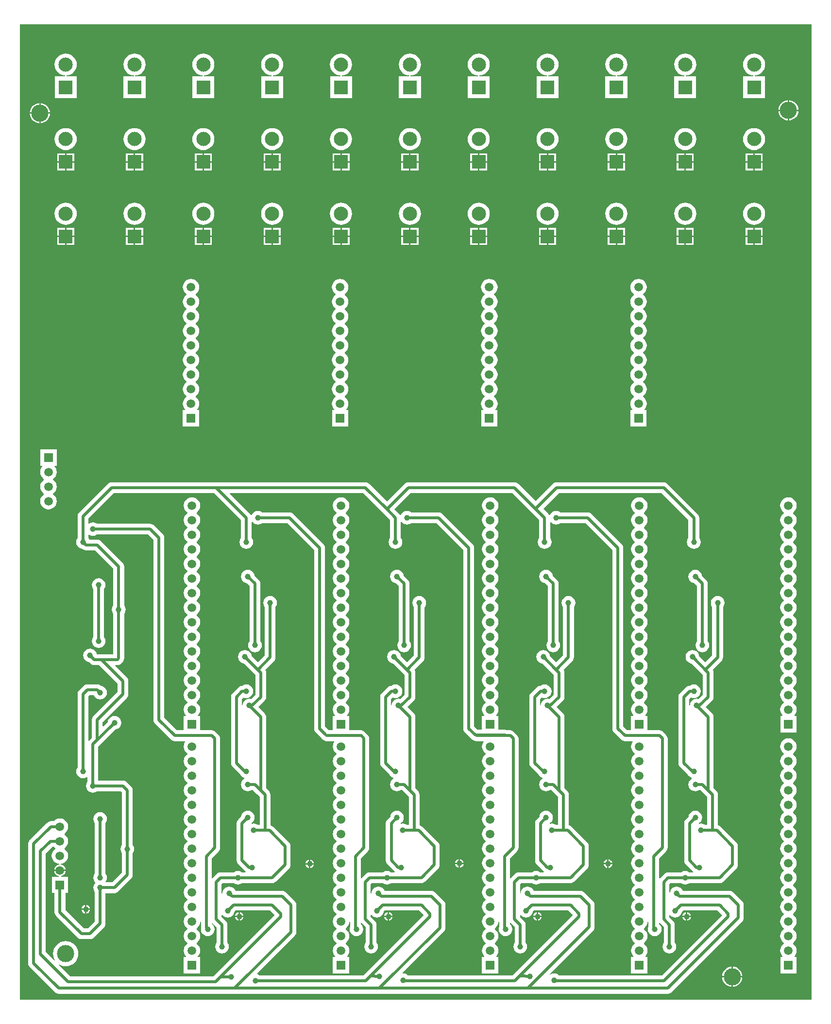
<source format=gbl>
G04*
G04 #@! TF.GenerationSoftware,Altium Limited,Altium Designer,18.0.9 (584)*
G04*
G04 Layer_Physical_Order=2*
G04 Layer_Color=16711680*
%FSLAX25Y25*%
%MOIN*%
G70*
G01*
G75*
%ADD29C,0.01968*%
%ADD33C,0.06000*%
%ADD34R,0.09744X0.09744*%
%ADD35C,0.09744*%
%ADD36C,0.05906*%
%ADD37R,0.05906X0.05906*%
%ADD38C,0.11811*%
%ADD39C,0.03937*%
G36*
X543307Y0D02*
X0D01*
Y669291D01*
X543307D01*
Y0D01*
D02*
G37*
%LPC*%
G36*
X503937Y649239D02*
X502457Y649093D01*
X501034Y648662D01*
X499723Y647961D01*
X498573Y647017D01*
X497630Y645868D01*
X496929Y644557D01*
X496497Y643133D01*
X496351Y641653D01*
X496497Y640174D01*
X496929Y638751D01*
X497630Y637439D01*
X498573Y636290D01*
X499723Y635346D01*
X501034Y634645D01*
X502457Y634214D01*
X503486Y634112D01*
X503462Y633612D01*
X496388D01*
Y618514D01*
X511486D01*
Y633612D01*
X504412D01*
X504388Y634112D01*
X505417Y634214D01*
X506840Y634645D01*
X508151Y635346D01*
X509301Y636290D01*
X510244Y637439D01*
X510945Y638751D01*
X511377Y640174D01*
X511523Y641653D01*
X511377Y643133D01*
X510945Y644557D01*
X510244Y645868D01*
X509301Y647017D01*
X508151Y647961D01*
X506840Y648662D01*
X505417Y649093D01*
X503937Y649239D01*
D02*
G37*
G36*
X456693D02*
X455213Y649093D01*
X453790Y648662D01*
X452479Y647961D01*
X451329Y647017D01*
X450386Y645868D01*
X449685Y644557D01*
X449253Y643133D01*
X449107Y641653D01*
X449253Y640174D01*
X449685Y638751D01*
X450386Y637439D01*
X451329Y636290D01*
X452479Y635346D01*
X453790Y634645D01*
X455213Y634214D01*
X456242Y634112D01*
X456218Y633612D01*
X449144D01*
Y618514D01*
X464242D01*
Y633612D01*
X457168D01*
X457144Y634112D01*
X458173Y634214D01*
X459596Y634645D01*
X460907Y635346D01*
X462057Y636290D01*
X463000Y637439D01*
X463701Y638751D01*
X464133Y640174D01*
X464279Y641653D01*
X464133Y643133D01*
X463701Y644557D01*
X463000Y645868D01*
X462057Y647017D01*
X460907Y647961D01*
X459596Y648662D01*
X458173Y649093D01*
X456693Y649239D01*
D02*
G37*
G36*
X409449D02*
X407969Y649093D01*
X406546Y648662D01*
X405234Y647961D01*
X404085Y647017D01*
X403141Y645868D01*
X402441Y644557D01*
X402009Y643133D01*
X401863Y641653D01*
X402009Y640174D01*
X402441Y638751D01*
X403141Y637439D01*
X404085Y636290D01*
X405234Y635346D01*
X406546Y634645D01*
X407969Y634214D01*
X408998Y634112D01*
X408974Y633612D01*
X401900D01*
Y618514D01*
X416998D01*
Y633612D01*
X409924D01*
X409900Y634112D01*
X410929Y634214D01*
X412352Y634645D01*
X413663Y635346D01*
X414813Y636290D01*
X415756Y637439D01*
X416457Y638751D01*
X416889Y640174D01*
X417035Y641653D01*
X416889Y643133D01*
X416457Y644557D01*
X415756Y645868D01*
X414813Y647017D01*
X413663Y647961D01*
X412352Y648662D01*
X410929Y649093D01*
X409449Y649239D01*
D02*
G37*
G36*
X362205D02*
X360725Y649093D01*
X359302Y648662D01*
X357990Y647961D01*
X356841Y647017D01*
X355897Y645868D01*
X355196Y644557D01*
X354765Y643133D01*
X354619Y641653D01*
X354765Y640174D01*
X355196Y638751D01*
X355897Y637439D01*
X356841Y636290D01*
X357990Y635346D01*
X359302Y634645D01*
X360725Y634214D01*
X361754Y634112D01*
X361730Y633612D01*
X354656D01*
Y618514D01*
X369754D01*
Y633612D01*
X362680D01*
X362655Y634112D01*
X363685Y634214D01*
X365108Y634645D01*
X366419Y635346D01*
X367569Y636290D01*
X368512Y637439D01*
X369213Y638751D01*
X369645Y640174D01*
X369791Y641653D01*
X369645Y643133D01*
X369213Y644557D01*
X368512Y645868D01*
X367569Y647017D01*
X366419Y647961D01*
X365108Y648662D01*
X363685Y649093D01*
X362205Y649239D01*
D02*
G37*
G36*
X314961D02*
X313481Y649093D01*
X312058Y648662D01*
X310746Y647961D01*
X309597Y647017D01*
X308653Y645868D01*
X307952Y644557D01*
X307521Y643133D01*
X307375Y641653D01*
X307521Y640174D01*
X307952Y638751D01*
X308653Y637439D01*
X309597Y636290D01*
X310746Y635346D01*
X312058Y634645D01*
X313481Y634214D01*
X314510Y634112D01*
X314485Y633612D01*
X307411D01*
Y618514D01*
X322510D01*
Y633612D01*
X315436D01*
X315411Y634112D01*
X316441Y634214D01*
X317864Y634645D01*
X319175Y635346D01*
X320325Y636290D01*
X321268Y637439D01*
X321969Y638751D01*
X322401Y640174D01*
X322546Y641653D01*
X322401Y643133D01*
X321969Y644557D01*
X321268Y645868D01*
X320325Y647017D01*
X319175Y647961D01*
X317864Y648662D01*
X316441Y649093D01*
X314961Y649239D01*
D02*
G37*
G36*
X267717D02*
X266237Y649093D01*
X264814Y648662D01*
X263502Y647961D01*
X262353Y647017D01*
X261409Y645868D01*
X260708Y644557D01*
X260277Y643133D01*
X260131Y641653D01*
X260277Y640174D01*
X260708Y638751D01*
X261409Y637439D01*
X262353Y636290D01*
X263502Y635346D01*
X264814Y634645D01*
X266237Y634214D01*
X267266Y634112D01*
X267241Y633612D01*
X260167D01*
Y618514D01*
X275266D01*
Y633612D01*
X268192D01*
X268167Y634112D01*
X269196Y634214D01*
X270620Y634645D01*
X271931Y635346D01*
X273080Y636290D01*
X274024Y637439D01*
X274725Y638751D01*
X275156Y640174D01*
X275302Y641653D01*
X275156Y643133D01*
X274725Y644557D01*
X274024Y645868D01*
X273080Y647017D01*
X271931Y647961D01*
X270620Y648662D01*
X269196Y649093D01*
X267717Y649239D01*
D02*
G37*
G36*
X220472D02*
X218992Y649093D01*
X217569Y648662D01*
X216258Y647961D01*
X215108Y647017D01*
X214165Y645868D01*
X213464Y644557D01*
X213033Y643133D01*
X212887Y641653D01*
X213033Y640174D01*
X213464Y638751D01*
X214165Y637439D01*
X215108Y636290D01*
X216258Y635346D01*
X217569Y634645D01*
X218992Y634214D01*
X220022Y634112D01*
X219997Y633612D01*
X212923D01*
Y618514D01*
X228022D01*
Y633612D01*
X220948D01*
X220923Y634112D01*
X221952Y634214D01*
X223375Y634645D01*
X224687Y635346D01*
X225836Y636290D01*
X226780Y637439D01*
X227481Y638751D01*
X227912Y640174D01*
X228058Y641653D01*
X227912Y643133D01*
X227481Y644557D01*
X226780Y645868D01*
X225836Y647017D01*
X224687Y647961D01*
X223375Y648662D01*
X221952Y649093D01*
X220472Y649239D01*
D02*
G37*
G36*
X173228D02*
X171748Y649093D01*
X170325Y648662D01*
X169014Y647961D01*
X167864Y647017D01*
X166921Y645868D01*
X166220Y644557D01*
X165788Y643133D01*
X165643Y641653D01*
X165788Y640174D01*
X166220Y638751D01*
X166921Y637439D01*
X167864Y636290D01*
X169014Y635346D01*
X170325Y634645D01*
X171748Y634214D01*
X172778Y634112D01*
X172753Y633612D01*
X165679D01*
Y618514D01*
X180778D01*
Y633612D01*
X173704D01*
X173679Y634112D01*
X174708Y634214D01*
X176131Y634645D01*
X177443Y635346D01*
X178592Y636290D01*
X179536Y637439D01*
X180237Y638751D01*
X180668Y640174D01*
X180814Y641653D01*
X180668Y643133D01*
X180237Y644557D01*
X179536Y645868D01*
X178592Y647017D01*
X177443Y647961D01*
X176131Y648662D01*
X174708Y649093D01*
X173228Y649239D01*
D02*
G37*
G36*
X125984D02*
X124504Y649093D01*
X123081Y648662D01*
X121770Y647961D01*
X120620Y647017D01*
X119677Y645868D01*
X118976Y644557D01*
X118544Y643133D01*
X118398Y641653D01*
X118544Y640174D01*
X118976Y638751D01*
X119677Y637439D01*
X120620Y636290D01*
X121770Y635346D01*
X123081Y634645D01*
X124504Y634214D01*
X125533Y634112D01*
X125509Y633612D01*
X118435D01*
Y618514D01*
X133534D01*
Y633612D01*
X126460D01*
X126435Y634112D01*
X127464Y634214D01*
X128887Y634645D01*
X130199Y635346D01*
X131348Y636290D01*
X132292Y637439D01*
X132993Y638751D01*
X133424Y640174D01*
X133570Y641653D01*
X133424Y643133D01*
X132993Y644557D01*
X132292Y645868D01*
X131348Y647017D01*
X130199Y647961D01*
X128887Y648662D01*
X127464Y649093D01*
X125984Y649239D01*
D02*
G37*
G36*
X78740D02*
X77260Y649093D01*
X75837Y648662D01*
X74526Y647961D01*
X73376Y647017D01*
X72433Y645868D01*
X71732Y644557D01*
X71300Y643133D01*
X71154Y641653D01*
X71300Y640174D01*
X71732Y638751D01*
X72433Y637439D01*
X73376Y636290D01*
X74526Y635346D01*
X75837Y634645D01*
X77260Y634214D01*
X78290Y634112D01*
X78265Y633612D01*
X71191D01*
Y618514D01*
X86289D01*
Y633612D01*
X79215D01*
X79191Y634112D01*
X80220Y634214D01*
X81643Y634645D01*
X82955Y635346D01*
X84104Y636290D01*
X85048Y637439D01*
X85748Y638751D01*
X86180Y640174D01*
X86326Y641653D01*
X86180Y643133D01*
X85748Y644557D01*
X85048Y645868D01*
X84104Y647017D01*
X82955Y647961D01*
X81643Y648662D01*
X80220Y649093D01*
X78740Y649239D01*
D02*
G37*
G36*
X31496D02*
X30016Y649093D01*
X28593Y648662D01*
X27282Y647961D01*
X26132Y647017D01*
X25189Y645868D01*
X24488Y644557D01*
X24056Y643133D01*
X23910Y641653D01*
X24056Y640174D01*
X24488Y638751D01*
X25189Y637439D01*
X26132Y636290D01*
X27282Y635346D01*
X28593Y634645D01*
X30016Y634214D01*
X31045Y634112D01*
X31021Y633612D01*
X23947D01*
Y618514D01*
X39045D01*
Y633612D01*
X31971D01*
X31947Y634112D01*
X32976Y634214D01*
X34399Y634645D01*
X35710Y635346D01*
X36860Y636290D01*
X37803Y637439D01*
X38504Y638751D01*
X38936Y640174D01*
X39082Y641653D01*
X38936Y643133D01*
X38504Y644557D01*
X37803Y645868D01*
X36860Y647017D01*
X35710Y647961D01*
X34399Y648662D01*
X32976Y649093D01*
X31496Y649239D01*
D02*
G37*
G36*
X528059Y617126D02*
Y610736D01*
X534449D01*
X534365Y611590D01*
X533970Y612892D01*
X533329Y614091D01*
X532466Y615143D01*
X531414Y616006D01*
X530215Y616647D01*
X528913Y617042D01*
X528059Y617126D01*
D02*
G37*
G36*
X527059D02*
X526205Y617042D01*
X524904Y616647D01*
X523704Y616006D01*
X522652Y615143D01*
X521790Y614091D01*
X521148Y612892D01*
X520753Y611590D01*
X520669Y610736D01*
X527059D01*
Y617126D01*
D02*
G37*
G36*
X14279Y615157D02*
Y608768D01*
X20669D01*
X20585Y609621D01*
X20190Y610923D01*
X19549Y612123D01*
X18686Y613174D01*
X17635Y614037D01*
X16435Y614678D01*
X15133Y615073D01*
X14279Y615157D01*
D02*
G37*
G36*
X13280D02*
X12426Y615073D01*
X11124Y614678D01*
X9924Y614037D01*
X8873Y613174D01*
X8010Y612123D01*
X7369Y610923D01*
X6974Y609621D01*
X6890Y608768D01*
X13280D01*
Y615157D01*
D02*
G37*
G36*
X534449Y609736D02*
X528059D01*
Y603347D01*
X528913Y603431D01*
X530215Y603826D01*
X531414Y604467D01*
X532466Y605330D01*
X533329Y606381D01*
X533970Y607581D01*
X534365Y608883D01*
X534449Y609736D01*
D02*
G37*
G36*
X527059D02*
X520669D01*
X520753Y608883D01*
X521148Y607581D01*
X521790Y606381D01*
X522652Y605330D01*
X523704Y604467D01*
X524904Y603826D01*
X526205Y603431D01*
X527059Y603347D01*
Y609736D01*
D02*
G37*
G36*
X20669Y607768D02*
X14279D01*
Y601378D01*
X15133Y601462D01*
X16435Y601857D01*
X17635Y602498D01*
X18686Y603361D01*
X19549Y604413D01*
X20190Y605612D01*
X20585Y606914D01*
X20669Y607768D01*
D02*
G37*
G36*
X13280D02*
X6890D01*
X6974Y606914D01*
X7369Y605612D01*
X8010Y604413D01*
X8873Y603361D01*
X9924Y602498D01*
X11124Y601857D01*
X12426Y601462D01*
X13280Y601378D01*
Y607768D01*
D02*
G37*
G36*
X503937Y598058D02*
X502457Y597912D01*
X501034Y597481D01*
X499723Y596780D01*
X498573Y595836D01*
X497630Y594687D01*
X496929Y593375D01*
X496497Y591952D01*
X496351Y590473D01*
X496497Y588993D01*
X496929Y587570D01*
X497630Y586258D01*
X498573Y585109D01*
X499723Y584165D01*
X501034Y583464D01*
X502457Y583033D01*
X503937Y582887D01*
X505417Y583033D01*
X506840Y583464D01*
X508151Y584165D01*
X509301Y585109D01*
X510244Y586258D01*
X510945Y587570D01*
X511377Y588993D01*
X511523Y590473D01*
X511377Y591952D01*
X510945Y593375D01*
X510244Y594687D01*
X509301Y595836D01*
X508151Y596780D01*
X506840Y597481D01*
X505417Y597912D01*
X503937Y598058D01*
D02*
G37*
G36*
X456693D02*
X455213Y597912D01*
X453790Y597481D01*
X452479Y596780D01*
X451329Y595836D01*
X450386Y594687D01*
X449685Y593375D01*
X449253Y591952D01*
X449107Y590473D01*
X449253Y588993D01*
X449685Y587570D01*
X450386Y586258D01*
X451329Y585109D01*
X452479Y584165D01*
X453790Y583464D01*
X455213Y583033D01*
X456693Y582887D01*
X458173Y583033D01*
X459596Y583464D01*
X460907Y584165D01*
X462057Y585109D01*
X463000Y586258D01*
X463701Y587570D01*
X464133Y588993D01*
X464279Y590473D01*
X464133Y591952D01*
X463701Y593375D01*
X463000Y594687D01*
X462057Y595836D01*
X460907Y596780D01*
X459596Y597481D01*
X458173Y597912D01*
X456693Y598058D01*
D02*
G37*
G36*
X409449D02*
X407969Y597912D01*
X406546Y597481D01*
X405234Y596780D01*
X404085Y595836D01*
X403141Y594687D01*
X402441Y593375D01*
X402009Y591952D01*
X401863Y590473D01*
X402009Y588993D01*
X402441Y587570D01*
X403141Y586258D01*
X404085Y585109D01*
X405234Y584165D01*
X406546Y583464D01*
X407969Y583033D01*
X409449Y582887D01*
X410929Y583033D01*
X412352Y583464D01*
X413663Y584165D01*
X414813Y585109D01*
X415756Y586258D01*
X416457Y587570D01*
X416889Y588993D01*
X417035Y590473D01*
X416889Y591952D01*
X416457Y593375D01*
X415756Y594687D01*
X414813Y595836D01*
X413663Y596780D01*
X412352Y597481D01*
X410929Y597912D01*
X409449Y598058D01*
D02*
G37*
G36*
X362205D02*
X360725Y597912D01*
X359302Y597481D01*
X357990Y596780D01*
X356841Y595836D01*
X355897Y594687D01*
X355196Y593375D01*
X354765Y591952D01*
X354619Y590473D01*
X354765Y588993D01*
X355196Y587570D01*
X355897Y586258D01*
X356841Y585109D01*
X357990Y584165D01*
X359302Y583464D01*
X360725Y583033D01*
X362205Y582887D01*
X363685Y583033D01*
X365108Y583464D01*
X366419Y584165D01*
X367569Y585109D01*
X368512Y586258D01*
X369213Y587570D01*
X369645Y588993D01*
X369791Y590473D01*
X369645Y591952D01*
X369213Y593375D01*
X368512Y594687D01*
X367569Y595836D01*
X366419Y596780D01*
X365108Y597481D01*
X363685Y597912D01*
X362205Y598058D01*
D02*
G37*
G36*
X314961D02*
X313481Y597912D01*
X312058Y597481D01*
X310746Y596780D01*
X309597Y595836D01*
X308653Y594687D01*
X307952Y593375D01*
X307521Y591952D01*
X307375Y590473D01*
X307521Y588993D01*
X307952Y587570D01*
X308653Y586258D01*
X309597Y585109D01*
X310746Y584165D01*
X312058Y583464D01*
X313481Y583033D01*
X314961Y582887D01*
X316441Y583033D01*
X317864Y583464D01*
X319175Y584165D01*
X320325Y585109D01*
X321268Y586258D01*
X321969Y587570D01*
X322401Y588993D01*
X322546Y590473D01*
X322401Y591952D01*
X321969Y593375D01*
X321268Y594687D01*
X320325Y595836D01*
X319175Y596780D01*
X317864Y597481D01*
X316441Y597912D01*
X314961Y598058D01*
D02*
G37*
G36*
X267717D02*
X266237Y597912D01*
X264814Y597481D01*
X263502Y596780D01*
X262353Y595836D01*
X261409Y594687D01*
X260708Y593375D01*
X260277Y591952D01*
X260131Y590473D01*
X260277Y588993D01*
X260708Y587570D01*
X261409Y586258D01*
X262353Y585109D01*
X263502Y584165D01*
X264814Y583464D01*
X266237Y583033D01*
X267717Y582887D01*
X269196Y583033D01*
X270620Y583464D01*
X271931Y584165D01*
X273080Y585109D01*
X274024Y586258D01*
X274725Y587570D01*
X275156Y588993D01*
X275302Y590473D01*
X275156Y591952D01*
X274725Y593375D01*
X274024Y594687D01*
X273080Y595836D01*
X271931Y596780D01*
X270620Y597481D01*
X269196Y597912D01*
X267717Y598058D01*
D02*
G37*
G36*
X220472D02*
X218992Y597912D01*
X217569Y597481D01*
X216258Y596780D01*
X215108Y595836D01*
X214165Y594687D01*
X213464Y593375D01*
X213033Y591952D01*
X212887Y590473D01*
X213033Y588993D01*
X213464Y587570D01*
X214165Y586258D01*
X215108Y585109D01*
X216258Y584165D01*
X217569Y583464D01*
X218992Y583033D01*
X220472Y582887D01*
X221952Y583033D01*
X223375Y583464D01*
X224687Y584165D01*
X225836Y585109D01*
X226780Y586258D01*
X227481Y587570D01*
X227912Y588993D01*
X228058Y590473D01*
X227912Y591952D01*
X227481Y593375D01*
X226780Y594687D01*
X225836Y595836D01*
X224687Y596780D01*
X223375Y597481D01*
X221952Y597912D01*
X220472Y598058D01*
D02*
G37*
G36*
X173228D02*
X171748Y597912D01*
X170325Y597481D01*
X169014Y596780D01*
X167864Y595836D01*
X166921Y594687D01*
X166220Y593375D01*
X165788Y591952D01*
X165643Y590473D01*
X165788Y588993D01*
X166220Y587570D01*
X166921Y586258D01*
X167864Y585109D01*
X169014Y584165D01*
X170325Y583464D01*
X171748Y583033D01*
X173228Y582887D01*
X174708Y583033D01*
X176131Y583464D01*
X177443Y584165D01*
X178592Y585109D01*
X179536Y586258D01*
X180237Y587570D01*
X180668Y588993D01*
X180814Y590473D01*
X180668Y591952D01*
X180237Y593375D01*
X179536Y594687D01*
X178592Y595836D01*
X177443Y596780D01*
X176131Y597481D01*
X174708Y597912D01*
X173228Y598058D01*
D02*
G37*
G36*
X125984D02*
X124504Y597912D01*
X123081Y597481D01*
X121770Y596780D01*
X120620Y595836D01*
X119677Y594687D01*
X118976Y593375D01*
X118544Y591952D01*
X118398Y590473D01*
X118544Y588993D01*
X118976Y587570D01*
X119677Y586258D01*
X120620Y585109D01*
X121770Y584165D01*
X123081Y583464D01*
X124504Y583033D01*
X125984Y582887D01*
X127464Y583033D01*
X128887Y583464D01*
X130199Y584165D01*
X131348Y585109D01*
X132292Y586258D01*
X132993Y587570D01*
X133424Y588993D01*
X133570Y590473D01*
X133424Y591952D01*
X132993Y593375D01*
X132292Y594687D01*
X131348Y595836D01*
X130199Y596780D01*
X128887Y597481D01*
X127464Y597912D01*
X125984Y598058D01*
D02*
G37*
G36*
X78740D02*
X77260Y597912D01*
X75837Y597481D01*
X74526Y596780D01*
X73376Y595836D01*
X72433Y594687D01*
X71732Y593375D01*
X71300Y591952D01*
X71154Y590473D01*
X71300Y588993D01*
X71732Y587570D01*
X72433Y586258D01*
X73376Y585109D01*
X74526Y584165D01*
X75837Y583464D01*
X77260Y583033D01*
X78740Y582887D01*
X80220Y583033D01*
X81643Y583464D01*
X82955Y584165D01*
X84104Y585109D01*
X85048Y586258D01*
X85748Y587570D01*
X86180Y588993D01*
X86326Y590473D01*
X86180Y591952D01*
X85748Y593375D01*
X85048Y594687D01*
X84104Y595836D01*
X82955Y596780D01*
X81643Y597481D01*
X80220Y597912D01*
X78740Y598058D01*
D02*
G37*
G36*
X31496D02*
X30016Y597912D01*
X28593Y597481D01*
X27282Y596780D01*
X26132Y595836D01*
X25189Y594687D01*
X24488Y593375D01*
X24056Y591952D01*
X23910Y590473D01*
X24056Y588993D01*
X24488Y587570D01*
X25189Y586258D01*
X26132Y585109D01*
X27282Y584165D01*
X28593Y583464D01*
X30016Y583033D01*
X31496Y582887D01*
X32976Y583033D01*
X34399Y583464D01*
X35710Y584165D01*
X36860Y585109D01*
X37803Y586258D01*
X38504Y587570D01*
X38936Y588993D01*
X39082Y590473D01*
X38936Y591952D01*
X38504Y593375D01*
X37803Y594687D01*
X36860Y595836D01*
X35710Y596780D01*
X34399Y597481D01*
X32976Y597912D01*
X31496Y598058D01*
D02*
G37*
G36*
X368077Y580754D02*
X362705D01*
Y575382D01*
X368077D01*
Y580754D01*
D02*
G37*
G36*
X226344D02*
X220972D01*
Y575382D01*
X226344D01*
Y580754D01*
D02*
G37*
G36*
X84612D02*
X79240D01*
Y575382D01*
X84612D01*
Y580754D01*
D02*
G37*
G36*
X361705D02*
X356333D01*
Y575382D01*
X361705D01*
Y580754D01*
D02*
G37*
G36*
X219972D02*
X214600D01*
Y575382D01*
X219972D01*
Y580754D01*
D02*
G37*
G36*
X78240D02*
X72868D01*
Y575382D01*
X78240D01*
Y580754D01*
D02*
G37*
G36*
X462565D02*
X457193D01*
Y575382D01*
X462565D01*
Y580754D01*
D02*
G37*
G36*
X320833D02*
X315461D01*
Y575382D01*
X320833D01*
Y580754D01*
D02*
G37*
G36*
X131856D02*
X126484D01*
Y575382D01*
X131856D01*
Y580754D01*
D02*
G37*
G36*
X37368D02*
X31996D01*
Y575382D01*
X37368D01*
Y580754D01*
D02*
G37*
G36*
X456193D02*
X450821D01*
Y575382D01*
X456193D01*
Y580754D01*
D02*
G37*
G36*
X314461D02*
X309089D01*
Y575382D01*
X314461D01*
Y580754D01*
D02*
G37*
G36*
X125484D02*
X120112D01*
Y575382D01*
X125484D01*
Y580754D01*
D02*
G37*
G36*
X30996D02*
X25624D01*
Y575382D01*
X30996D01*
Y580754D01*
D02*
G37*
G36*
X415321D02*
X409949D01*
Y575382D01*
X415321D01*
Y580754D01*
D02*
G37*
G36*
X179100D02*
X173728D01*
Y575382D01*
X179100D01*
Y580754D01*
D02*
G37*
G36*
X408949D02*
X403577D01*
Y575382D01*
X408949D01*
Y580754D01*
D02*
G37*
G36*
X172728D02*
X167356D01*
Y575382D01*
X172728D01*
Y580754D01*
D02*
G37*
G36*
X509809D02*
X504437D01*
Y575382D01*
X509809D01*
Y580754D01*
D02*
G37*
G36*
X273589D02*
X268217D01*
Y575382D01*
X273589D01*
Y580754D01*
D02*
G37*
G36*
X503437D02*
X498065D01*
Y575382D01*
X503437D01*
Y580754D01*
D02*
G37*
G36*
X267217D02*
X261844D01*
Y575382D01*
X267217D01*
Y580754D01*
D02*
G37*
G36*
X509809Y574382D02*
X504437D01*
Y569010D01*
X509809D01*
Y574382D01*
D02*
G37*
G36*
X503437D02*
X498065D01*
Y569010D01*
X503437D01*
Y574382D01*
D02*
G37*
G36*
X462565Y574382D02*
X457193D01*
Y569010D01*
X462565D01*
Y574382D01*
D02*
G37*
G36*
X456193D02*
X450821D01*
Y569010D01*
X456193D01*
Y574382D01*
D02*
G37*
G36*
X415321Y574382D02*
X409949D01*
Y569010D01*
X415321D01*
Y574382D01*
D02*
G37*
G36*
X408949D02*
X403577D01*
Y569010D01*
X408949D01*
Y574382D01*
D02*
G37*
G36*
X368077Y574382D02*
X362705D01*
Y569010D01*
X368077D01*
Y574382D01*
D02*
G37*
G36*
X361705D02*
X356333D01*
Y569010D01*
X361705D01*
Y574382D01*
D02*
G37*
G36*
X320833Y574382D02*
X315461D01*
Y569010D01*
X320833D01*
Y574382D01*
D02*
G37*
G36*
X314461D02*
X309089D01*
Y569010D01*
X314461D01*
Y574382D01*
D02*
G37*
G36*
X273589Y574382D02*
X268217D01*
Y569010D01*
X273589D01*
Y574382D01*
D02*
G37*
G36*
X267217D02*
X261844D01*
Y569010D01*
X267217D01*
Y574382D01*
D02*
G37*
G36*
X226344Y574382D02*
X220972D01*
Y569010D01*
X226344D01*
Y574382D01*
D02*
G37*
G36*
X219972D02*
X214600D01*
Y569010D01*
X219972D01*
Y574382D01*
D02*
G37*
G36*
X179100Y574382D02*
X173728D01*
Y569010D01*
X179100D01*
Y574382D01*
D02*
G37*
G36*
X172728D02*
X167356D01*
Y569010D01*
X172728D01*
Y574382D01*
D02*
G37*
G36*
X131856Y574382D02*
X126484D01*
Y569010D01*
X131856D01*
Y574382D01*
D02*
G37*
G36*
X125484D02*
X120112D01*
Y569010D01*
X125484D01*
Y574382D01*
D02*
G37*
G36*
X84612Y574382D02*
X79240D01*
Y569010D01*
X84612D01*
Y574382D01*
D02*
G37*
G36*
X78240D02*
X72868D01*
Y569010D01*
X78240D01*
Y574382D01*
D02*
G37*
G36*
X37368Y574382D02*
X31996D01*
Y569010D01*
X37368D01*
Y574382D01*
D02*
G37*
G36*
X30996D02*
X25624D01*
Y569010D01*
X30996D01*
Y574382D01*
D02*
G37*
G36*
X503937Y546877D02*
X502457Y546731D01*
X501034Y546300D01*
X499723Y545599D01*
X498573Y544655D01*
X497630Y543506D01*
X496929Y542194D01*
X496497Y540771D01*
X496351Y539291D01*
X496497Y537811D01*
X496929Y536388D01*
X497630Y535077D01*
X498573Y533927D01*
X499723Y532984D01*
X501034Y532283D01*
X502457Y531851D01*
X503937Y531706D01*
X505417Y531851D01*
X506840Y532283D01*
X508151Y532984D01*
X509301Y533927D01*
X510244Y535077D01*
X510945Y536388D01*
X511377Y537811D01*
X511523Y539291D01*
X511377Y540771D01*
X510945Y542194D01*
X510244Y543506D01*
X509301Y544655D01*
X508151Y545599D01*
X506840Y546300D01*
X505417Y546731D01*
X503937Y546877D01*
D02*
G37*
G36*
X456693D02*
X455213Y546731D01*
X453790Y546300D01*
X452479Y545599D01*
X451329Y544655D01*
X450386Y543506D01*
X449685Y542194D01*
X449253Y540771D01*
X449107Y539291D01*
X449253Y537811D01*
X449685Y536388D01*
X450386Y535077D01*
X451329Y533927D01*
X452479Y532984D01*
X453790Y532283D01*
X455213Y531851D01*
X456693Y531706D01*
X458173Y531851D01*
X459596Y532283D01*
X460907Y532984D01*
X462057Y533927D01*
X463000Y535077D01*
X463701Y536388D01*
X464133Y537811D01*
X464279Y539291D01*
X464133Y540771D01*
X463701Y542194D01*
X463000Y543506D01*
X462057Y544655D01*
X460907Y545599D01*
X459596Y546300D01*
X458173Y546731D01*
X456693Y546877D01*
D02*
G37*
G36*
X409449D02*
X407969Y546731D01*
X406546Y546300D01*
X405234Y545599D01*
X404085Y544655D01*
X403141Y543506D01*
X402441Y542194D01*
X402009Y540771D01*
X401863Y539291D01*
X402009Y537811D01*
X402441Y536388D01*
X403141Y535077D01*
X404085Y533927D01*
X405234Y532984D01*
X406546Y532283D01*
X407969Y531851D01*
X409449Y531706D01*
X410929Y531851D01*
X412352Y532283D01*
X413663Y532984D01*
X414813Y533927D01*
X415756Y535077D01*
X416457Y536388D01*
X416889Y537811D01*
X417035Y539291D01*
X416889Y540771D01*
X416457Y542194D01*
X415756Y543506D01*
X414813Y544655D01*
X413663Y545599D01*
X412352Y546300D01*
X410929Y546731D01*
X409449Y546877D01*
D02*
G37*
G36*
X362205D02*
X360725Y546731D01*
X359302Y546300D01*
X357990Y545599D01*
X356841Y544655D01*
X355897Y543506D01*
X355196Y542194D01*
X354765Y540771D01*
X354619Y539291D01*
X354765Y537811D01*
X355196Y536388D01*
X355897Y535077D01*
X356841Y533927D01*
X357990Y532984D01*
X359302Y532283D01*
X360725Y531851D01*
X362205Y531706D01*
X363685Y531851D01*
X365108Y532283D01*
X366419Y532984D01*
X367569Y533927D01*
X368512Y535077D01*
X369213Y536388D01*
X369645Y537811D01*
X369791Y539291D01*
X369645Y540771D01*
X369213Y542194D01*
X368512Y543506D01*
X367569Y544655D01*
X366419Y545599D01*
X365108Y546300D01*
X363685Y546731D01*
X362205Y546877D01*
D02*
G37*
G36*
X314961D02*
X313481Y546731D01*
X312058Y546300D01*
X310746Y545599D01*
X309597Y544655D01*
X308653Y543506D01*
X307952Y542194D01*
X307521Y540771D01*
X307375Y539291D01*
X307521Y537811D01*
X307952Y536388D01*
X308653Y535077D01*
X309597Y533927D01*
X310746Y532984D01*
X312058Y532283D01*
X313481Y531851D01*
X314961Y531706D01*
X316441Y531851D01*
X317864Y532283D01*
X319175Y532984D01*
X320325Y533927D01*
X321268Y535077D01*
X321969Y536388D01*
X322401Y537811D01*
X322546Y539291D01*
X322401Y540771D01*
X321969Y542194D01*
X321268Y543506D01*
X320325Y544655D01*
X319175Y545599D01*
X317864Y546300D01*
X316441Y546731D01*
X314961Y546877D01*
D02*
G37*
G36*
X267717D02*
X266237Y546731D01*
X264814Y546300D01*
X263502Y545599D01*
X262353Y544655D01*
X261409Y543506D01*
X260708Y542194D01*
X260277Y540771D01*
X260131Y539291D01*
X260277Y537811D01*
X260708Y536388D01*
X261409Y535077D01*
X262353Y533927D01*
X263502Y532984D01*
X264814Y532283D01*
X266237Y531851D01*
X267717Y531706D01*
X269196Y531851D01*
X270620Y532283D01*
X271931Y532984D01*
X273080Y533927D01*
X274024Y535077D01*
X274725Y536388D01*
X275156Y537811D01*
X275302Y539291D01*
X275156Y540771D01*
X274725Y542194D01*
X274024Y543506D01*
X273080Y544655D01*
X271931Y545599D01*
X270620Y546300D01*
X269196Y546731D01*
X267717Y546877D01*
D02*
G37*
G36*
X220472D02*
X218992Y546731D01*
X217569Y546300D01*
X216258Y545599D01*
X215108Y544655D01*
X214165Y543506D01*
X213464Y542194D01*
X213033Y540771D01*
X212887Y539291D01*
X213033Y537811D01*
X213464Y536388D01*
X214165Y535077D01*
X215108Y533927D01*
X216258Y532984D01*
X217569Y532283D01*
X218992Y531851D01*
X220472Y531706D01*
X221952Y531851D01*
X223375Y532283D01*
X224687Y532984D01*
X225836Y533927D01*
X226780Y535077D01*
X227481Y536388D01*
X227912Y537811D01*
X228058Y539291D01*
X227912Y540771D01*
X227481Y542194D01*
X226780Y543506D01*
X225836Y544655D01*
X224687Y545599D01*
X223375Y546300D01*
X221952Y546731D01*
X220472Y546877D01*
D02*
G37*
G36*
X173228D02*
X171748Y546731D01*
X170325Y546300D01*
X169014Y545599D01*
X167864Y544655D01*
X166921Y543506D01*
X166220Y542194D01*
X165788Y540771D01*
X165643Y539291D01*
X165788Y537811D01*
X166220Y536388D01*
X166921Y535077D01*
X167864Y533927D01*
X169014Y532984D01*
X170325Y532283D01*
X171748Y531851D01*
X173228Y531706D01*
X174708Y531851D01*
X176131Y532283D01*
X177443Y532984D01*
X178592Y533927D01*
X179536Y535077D01*
X180237Y536388D01*
X180668Y537811D01*
X180814Y539291D01*
X180668Y540771D01*
X180237Y542194D01*
X179536Y543506D01*
X178592Y544655D01*
X177443Y545599D01*
X176131Y546300D01*
X174708Y546731D01*
X173228Y546877D01*
D02*
G37*
G36*
X125984D02*
X124504Y546731D01*
X123081Y546300D01*
X121770Y545599D01*
X120620Y544655D01*
X119677Y543506D01*
X118976Y542194D01*
X118544Y540771D01*
X118398Y539291D01*
X118544Y537811D01*
X118976Y536388D01*
X119677Y535077D01*
X120620Y533927D01*
X121770Y532984D01*
X123081Y532283D01*
X124504Y531851D01*
X125984Y531706D01*
X127464Y531851D01*
X128887Y532283D01*
X130199Y532984D01*
X131348Y533927D01*
X132292Y535077D01*
X132993Y536388D01*
X133424Y537811D01*
X133570Y539291D01*
X133424Y540771D01*
X132993Y542194D01*
X132292Y543506D01*
X131348Y544655D01*
X130199Y545599D01*
X128887Y546300D01*
X127464Y546731D01*
X125984Y546877D01*
D02*
G37*
G36*
X78740D02*
X77260Y546731D01*
X75837Y546300D01*
X74526Y545599D01*
X73376Y544655D01*
X72433Y543506D01*
X71732Y542194D01*
X71300Y540771D01*
X71154Y539291D01*
X71300Y537811D01*
X71732Y536388D01*
X72433Y535077D01*
X73376Y533927D01*
X74526Y532984D01*
X75837Y532283D01*
X77260Y531851D01*
X78740Y531706D01*
X80220Y531851D01*
X81643Y532283D01*
X82955Y532984D01*
X84104Y533927D01*
X85048Y535077D01*
X85748Y536388D01*
X86180Y537811D01*
X86326Y539291D01*
X86180Y540771D01*
X85748Y542194D01*
X85048Y543506D01*
X84104Y544655D01*
X82955Y545599D01*
X81643Y546300D01*
X80220Y546731D01*
X78740Y546877D01*
D02*
G37*
G36*
X31496D02*
X30016Y546731D01*
X28593Y546300D01*
X27282Y545599D01*
X26132Y544655D01*
X25189Y543506D01*
X24488Y542194D01*
X24056Y540771D01*
X23910Y539291D01*
X24056Y537811D01*
X24488Y536388D01*
X25189Y535077D01*
X26132Y533927D01*
X27282Y532984D01*
X28593Y532283D01*
X30016Y531851D01*
X31496Y531706D01*
X32976Y531851D01*
X34399Y532283D01*
X35710Y532984D01*
X36860Y533927D01*
X37803Y535077D01*
X38504Y536388D01*
X38936Y537811D01*
X39082Y539291D01*
X38936Y540771D01*
X38504Y542194D01*
X37803Y543506D01*
X36860Y544655D01*
X35710Y545599D01*
X34399Y546300D01*
X32976Y546731D01*
X31496Y546877D01*
D02*
G37*
G36*
X368077Y529573D02*
X362705D01*
Y524201D01*
X368077D01*
Y529573D01*
D02*
G37*
G36*
X226344D02*
X220972D01*
Y524201D01*
X226344D01*
Y529573D01*
D02*
G37*
G36*
X84612D02*
X79240D01*
Y524201D01*
X84612D01*
Y529573D01*
D02*
G37*
G36*
X361705D02*
X356333D01*
Y524201D01*
X361705D01*
Y529573D01*
D02*
G37*
G36*
X219972D02*
X214600D01*
Y524201D01*
X219972D01*
Y529573D01*
D02*
G37*
G36*
X78240D02*
X72868D01*
Y524201D01*
X78240D01*
Y529573D01*
D02*
G37*
G36*
X462565D02*
X457193D01*
Y524201D01*
X462565D01*
Y529573D01*
D02*
G37*
G36*
X320833D02*
X315461D01*
Y524201D01*
X320833D01*
Y529573D01*
D02*
G37*
G36*
X131856D02*
X126484D01*
Y524201D01*
X131856D01*
Y529573D01*
D02*
G37*
G36*
X37368D02*
X31996D01*
Y524201D01*
X37368D01*
Y529573D01*
D02*
G37*
G36*
X456193D02*
X450821D01*
Y524201D01*
X456193D01*
Y529573D01*
D02*
G37*
G36*
X314461D02*
X309089D01*
Y524201D01*
X314461D01*
Y529573D01*
D02*
G37*
G36*
X125484D02*
X120112D01*
Y524201D01*
X125484D01*
Y529573D01*
D02*
G37*
G36*
X30996D02*
X25624D01*
Y524201D01*
X30996D01*
Y529573D01*
D02*
G37*
G36*
X415321D02*
X409949D01*
Y524201D01*
X415321D01*
Y529573D01*
D02*
G37*
G36*
X179100D02*
X173728D01*
Y524201D01*
X179100D01*
Y529573D01*
D02*
G37*
G36*
X408949D02*
X403577D01*
Y524201D01*
X408949D01*
Y529573D01*
D02*
G37*
G36*
X172728D02*
X167356D01*
Y524201D01*
X172728D01*
Y529573D01*
D02*
G37*
G36*
X509809D02*
X504437D01*
Y524201D01*
X509809D01*
Y529573D01*
D02*
G37*
G36*
X273589D02*
X268217D01*
Y524201D01*
X273589D01*
Y529573D01*
D02*
G37*
G36*
X503437D02*
X498065D01*
Y524201D01*
X503437D01*
Y529573D01*
D02*
G37*
G36*
X267217D02*
X261844D01*
Y524201D01*
X267217D01*
Y529573D01*
D02*
G37*
G36*
X509809Y523201D02*
X504437D01*
Y517829D01*
X509809D01*
Y523201D01*
D02*
G37*
G36*
X503437D02*
X498065D01*
Y517829D01*
X503437D01*
Y523201D01*
D02*
G37*
G36*
X462565Y523201D02*
X457193D01*
Y517829D01*
X462565D01*
Y523201D01*
D02*
G37*
G36*
X456193D02*
X450821D01*
Y517829D01*
X456193D01*
Y523201D01*
D02*
G37*
G36*
X415321Y523201D02*
X409949D01*
Y517829D01*
X415321D01*
Y523201D01*
D02*
G37*
G36*
X408949D02*
X403577D01*
Y517829D01*
X408949D01*
Y523201D01*
D02*
G37*
G36*
X368077Y523201D02*
X362705D01*
Y517829D01*
X368077D01*
Y523201D01*
D02*
G37*
G36*
X361705D02*
X356333D01*
Y517829D01*
X361705D01*
Y523201D01*
D02*
G37*
G36*
X320833Y523201D02*
X315461D01*
Y517829D01*
X320833D01*
Y523201D01*
D02*
G37*
G36*
X314461D02*
X309089D01*
Y517829D01*
X314461D01*
Y523201D01*
D02*
G37*
G36*
X273589Y523201D02*
X268217D01*
Y517829D01*
X273589D01*
Y523201D01*
D02*
G37*
G36*
X267217D02*
X261844D01*
Y517829D01*
X267217D01*
Y523201D01*
D02*
G37*
G36*
X226344Y523201D02*
X220972D01*
Y517829D01*
X226344D01*
Y523201D01*
D02*
G37*
G36*
X219972D02*
X214600D01*
Y517829D01*
X219972D01*
Y523201D01*
D02*
G37*
G36*
X179100Y523201D02*
X173728D01*
Y517829D01*
X179100D01*
Y523201D01*
D02*
G37*
G36*
X172728D02*
X167356D01*
Y517829D01*
X172728D01*
Y523201D01*
D02*
G37*
G36*
X131856Y523201D02*
X126484D01*
Y517829D01*
X131856D01*
Y523201D01*
D02*
G37*
G36*
X125484D02*
X120112D01*
Y517829D01*
X125484D01*
Y523201D01*
D02*
G37*
G36*
X84612Y523201D02*
X79240D01*
Y517829D01*
X84612D01*
Y523201D01*
D02*
G37*
G36*
X78240D02*
X72868D01*
Y517829D01*
X78240D01*
Y523201D01*
D02*
G37*
G36*
X37368Y523201D02*
X31996D01*
Y517829D01*
X37368D01*
Y523201D01*
D02*
G37*
G36*
X30996D02*
X25624D01*
Y517829D01*
X30996D01*
Y523201D01*
D02*
G37*
G36*
X424606Y494596D02*
X423137Y494402D01*
X421767Y493835D01*
X420591Y492933D01*
X419689Y491757D01*
X419121Y490387D01*
X418928Y488917D01*
X419121Y487448D01*
X419689Y486078D01*
X420591Y484902D01*
X421464Y484232D01*
Y483603D01*
X420591Y482933D01*
X419689Y481757D01*
X419121Y480387D01*
X418928Y478917D01*
X419121Y477448D01*
X419689Y476078D01*
X420591Y474902D01*
X421464Y474232D01*
Y473603D01*
X420591Y472933D01*
X419689Y471757D01*
X419121Y470387D01*
X418928Y468917D01*
X419121Y467448D01*
X419689Y466078D01*
X420591Y464902D01*
X421464Y464232D01*
Y463603D01*
X420591Y462933D01*
X419689Y461757D01*
X419121Y460387D01*
X418928Y458917D01*
X419121Y457448D01*
X419689Y456078D01*
X420591Y454902D01*
X421464Y454232D01*
Y453603D01*
X420591Y452933D01*
X419689Y451757D01*
X419121Y450387D01*
X418928Y448917D01*
X419121Y447448D01*
X419689Y446078D01*
X420591Y444902D01*
X421464Y444232D01*
Y443603D01*
X420591Y442933D01*
X419689Y441757D01*
X419121Y440387D01*
X418928Y438917D01*
X419121Y437448D01*
X419689Y436078D01*
X420591Y434902D01*
X421464Y434232D01*
Y433603D01*
X420591Y432933D01*
X419689Y431757D01*
X419121Y430387D01*
X418928Y428917D01*
X419121Y427448D01*
X419689Y426078D01*
X420591Y424902D01*
X421464Y424232D01*
Y423603D01*
X420591Y422933D01*
X419689Y421757D01*
X419121Y420387D01*
X418928Y418917D01*
X419121Y417448D01*
X419689Y416078D01*
X420591Y414902D01*
X421464Y414232D01*
Y413603D01*
X420591Y412933D01*
X419689Y411757D01*
X419121Y410387D01*
X418928Y408917D01*
X419121Y407448D01*
X419689Y406078D01*
X420480Y405047D01*
X420282Y404547D01*
X418976D01*
Y393287D01*
X430236D01*
Y404547D01*
X428931D01*
X428733Y405047D01*
X429524Y406078D01*
X430091Y407448D01*
X430285Y408917D01*
X430091Y410387D01*
X429524Y411757D01*
X428622Y412933D01*
X427749Y413603D01*
Y414232D01*
X428622Y414902D01*
X429524Y416078D01*
X430091Y417448D01*
X430285Y418917D01*
X430091Y420387D01*
X429524Y421757D01*
X428622Y422933D01*
X427749Y423603D01*
Y424232D01*
X428622Y424902D01*
X429524Y426078D01*
X430091Y427448D01*
X430285Y428917D01*
X430091Y430387D01*
X429524Y431757D01*
X428622Y432933D01*
X427749Y433603D01*
Y434232D01*
X428622Y434902D01*
X429524Y436078D01*
X430091Y437448D01*
X430285Y438917D01*
X430091Y440387D01*
X429524Y441757D01*
X428622Y442933D01*
X427749Y443603D01*
Y444232D01*
X428622Y444902D01*
X429524Y446078D01*
X430091Y447448D01*
X430285Y448917D01*
X430091Y450387D01*
X429524Y451757D01*
X428622Y452933D01*
X427749Y453603D01*
Y454232D01*
X428622Y454902D01*
X429524Y456078D01*
X430091Y457448D01*
X430285Y458917D01*
X430091Y460387D01*
X429524Y461757D01*
X428622Y462933D01*
X427749Y463603D01*
Y464232D01*
X428622Y464902D01*
X429524Y466078D01*
X430091Y467448D01*
X430285Y468917D01*
X430091Y470387D01*
X429524Y471757D01*
X428622Y472933D01*
X427749Y473603D01*
Y474232D01*
X428622Y474902D01*
X429524Y476078D01*
X430091Y477448D01*
X430285Y478917D01*
X430091Y480387D01*
X429524Y481757D01*
X428622Y482933D01*
X427749Y483603D01*
Y484232D01*
X428622Y484902D01*
X429524Y486078D01*
X430091Y487448D01*
X430285Y488917D01*
X430091Y490387D01*
X429524Y491757D01*
X428622Y492933D01*
X427446Y493835D01*
X426076Y494402D01*
X424606Y494596D01*
D02*
G37*
G36*
X322244D02*
X320774Y494402D01*
X319405Y493835D01*
X318229Y492933D01*
X317326Y491757D01*
X316759Y490387D01*
X316566Y488917D01*
X316759Y487448D01*
X317326Y486078D01*
X318229Y484902D01*
X319102Y484232D01*
Y483603D01*
X318229Y482933D01*
X317326Y481757D01*
X316759Y480387D01*
X316566Y478917D01*
X316759Y477448D01*
X317326Y476078D01*
X318229Y474902D01*
X319102Y474232D01*
Y473603D01*
X318229Y472933D01*
X317326Y471757D01*
X316759Y470387D01*
X316566Y468917D01*
X316759Y467448D01*
X317326Y466078D01*
X318229Y464902D01*
X319102Y464232D01*
Y463603D01*
X318229Y462933D01*
X317326Y461757D01*
X316759Y460387D01*
X316566Y458917D01*
X316759Y457448D01*
X317326Y456078D01*
X318229Y454902D01*
X319102Y454232D01*
Y453603D01*
X318229Y452933D01*
X317326Y451757D01*
X316759Y450387D01*
X316566Y448917D01*
X316759Y447448D01*
X317326Y446078D01*
X318229Y444902D01*
X319102Y444232D01*
Y443603D01*
X318229Y442933D01*
X317326Y441757D01*
X316759Y440387D01*
X316566Y438917D01*
X316759Y437448D01*
X317326Y436078D01*
X318229Y434902D01*
X319102Y434232D01*
Y433603D01*
X318229Y432933D01*
X317326Y431757D01*
X316759Y430387D01*
X316566Y428917D01*
X316759Y427448D01*
X317326Y426078D01*
X318229Y424902D01*
X319102Y424232D01*
Y423603D01*
X318229Y422933D01*
X317326Y421757D01*
X316759Y420387D01*
X316566Y418917D01*
X316759Y417448D01*
X317326Y416078D01*
X318229Y414902D01*
X319102Y414232D01*
Y413603D01*
X318229Y412933D01*
X317326Y411757D01*
X316759Y410387D01*
X316566Y408917D01*
X316759Y407448D01*
X317326Y406078D01*
X318117Y405047D01*
X317919Y404547D01*
X316614D01*
Y393287D01*
X327874D01*
Y404547D01*
X326569D01*
X326371Y405047D01*
X327162Y406078D01*
X327729Y407448D01*
X327923Y408917D01*
X327729Y410387D01*
X327162Y411757D01*
X326259Y412933D01*
X325386Y413603D01*
Y414232D01*
X326259Y414902D01*
X327162Y416078D01*
X327729Y417448D01*
X327923Y418917D01*
X327729Y420387D01*
X327162Y421757D01*
X326259Y422933D01*
X325386Y423603D01*
Y424232D01*
X326259Y424902D01*
X327162Y426078D01*
X327729Y427448D01*
X327923Y428917D01*
X327729Y430387D01*
X327162Y431757D01*
X326259Y432933D01*
X325386Y433603D01*
Y434232D01*
X326259Y434902D01*
X327162Y436078D01*
X327729Y437448D01*
X327923Y438917D01*
X327729Y440387D01*
X327162Y441757D01*
X326259Y442933D01*
X325386Y443603D01*
Y444232D01*
X326259Y444902D01*
X327162Y446078D01*
X327729Y447448D01*
X327923Y448917D01*
X327729Y450387D01*
X327162Y451757D01*
X326259Y452933D01*
X325386Y453603D01*
Y454232D01*
X326259Y454902D01*
X327162Y456078D01*
X327729Y457448D01*
X327923Y458917D01*
X327729Y460387D01*
X327162Y461757D01*
X326259Y462933D01*
X325386Y463603D01*
Y464232D01*
X326259Y464902D01*
X327162Y466078D01*
X327729Y467448D01*
X327923Y468917D01*
X327729Y470387D01*
X327162Y471757D01*
X326259Y472933D01*
X325386Y473603D01*
Y474232D01*
X326259Y474902D01*
X327162Y476078D01*
X327729Y477448D01*
X327923Y478917D01*
X327729Y480387D01*
X327162Y481757D01*
X326259Y482933D01*
X325386Y483603D01*
Y484232D01*
X326259Y484902D01*
X327162Y486078D01*
X327729Y487448D01*
X327923Y488917D01*
X327729Y490387D01*
X327162Y491757D01*
X326259Y492933D01*
X325083Y493835D01*
X323714Y494402D01*
X322244Y494596D01*
D02*
G37*
G36*
X219882D02*
X218412Y494402D01*
X217043Y493835D01*
X215867Y492933D01*
X214964Y491757D01*
X214397Y490387D01*
X214203Y488917D01*
X214397Y487448D01*
X214964Y486078D01*
X215867Y484902D01*
X216740Y484232D01*
Y483603D01*
X215867Y482933D01*
X214964Y481757D01*
X214397Y480387D01*
X214203Y478917D01*
X214397Y477448D01*
X214964Y476078D01*
X215867Y474902D01*
X216740Y474232D01*
Y473603D01*
X215867Y472933D01*
X214964Y471757D01*
X214397Y470387D01*
X214203Y468917D01*
X214397Y467448D01*
X214964Y466078D01*
X215867Y464902D01*
X216740Y464232D01*
Y463603D01*
X215867Y462933D01*
X214964Y461757D01*
X214397Y460387D01*
X214203Y458917D01*
X214397Y457448D01*
X214964Y456078D01*
X215867Y454902D01*
X216740Y454232D01*
Y453603D01*
X215867Y452933D01*
X214964Y451757D01*
X214397Y450387D01*
X214203Y448917D01*
X214397Y447448D01*
X214964Y446078D01*
X215867Y444902D01*
X216740Y444232D01*
Y443603D01*
X215867Y442933D01*
X214964Y441757D01*
X214397Y440387D01*
X214203Y438917D01*
X214397Y437448D01*
X214964Y436078D01*
X215867Y434902D01*
X216740Y434232D01*
Y433603D01*
X215867Y432933D01*
X214964Y431757D01*
X214397Y430387D01*
X214203Y428917D01*
X214397Y427448D01*
X214964Y426078D01*
X215867Y424902D01*
X216740Y424232D01*
Y423603D01*
X215867Y422933D01*
X214964Y421757D01*
X214397Y420387D01*
X214203Y418917D01*
X214397Y417448D01*
X214964Y416078D01*
X215867Y414902D01*
X216740Y414232D01*
Y413603D01*
X215867Y412933D01*
X214964Y411757D01*
X214397Y410387D01*
X214203Y408917D01*
X214397Y407448D01*
X214964Y406078D01*
X215755Y405047D01*
X215557Y404547D01*
X214252D01*
Y393287D01*
X225512D01*
Y404547D01*
X224207D01*
X224009Y405047D01*
X224800Y406078D01*
X225367Y407448D01*
X225560Y408917D01*
X225367Y410387D01*
X224800Y411757D01*
X223897Y412933D01*
X223024Y413603D01*
Y414232D01*
X223897Y414902D01*
X224800Y416078D01*
X225367Y417448D01*
X225560Y418917D01*
X225367Y420387D01*
X224800Y421757D01*
X223897Y422933D01*
X223024Y423603D01*
Y424232D01*
X223897Y424902D01*
X224800Y426078D01*
X225367Y427448D01*
X225560Y428917D01*
X225367Y430387D01*
X224800Y431757D01*
X223897Y432933D01*
X223024Y433603D01*
Y434232D01*
X223897Y434902D01*
X224800Y436078D01*
X225367Y437448D01*
X225560Y438917D01*
X225367Y440387D01*
X224800Y441757D01*
X223897Y442933D01*
X223024Y443603D01*
Y444232D01*
X223897Y444902D01*
X224800Y446078D01*
X225367Y447448D01*
X225560Y448917D01*
X225367Y450387D01*
X224800Y451757D01*
X223897Y452933D01*
X223024Y453603D01*
Y454232D01*
X223897Y454902D01*
X224800Y456078D01*
X225367Y457448D01*
X225560Y458917D01*
X225367Y460387D01*
X224800Y461757D01*
X223897Y462933D01*
X223024Y463603D01*
Y464232D01*
X223897Y464902D01*
X224800Y466078D01*
X225367Y467448D01*
X225560Y468917D01*
X225367Y470387D01*
X224800Y471757D01*
X223897Y472933D01*
X223024Y473603D01*
Y474232D01*
X223897Y474902D01*
X224800Y476078D01*
X225367Y477448D01*
X225560Y478917D01*
X225367Y480387D01*
X224800Y481757D01*
X223897Y482933D01*
X223024Y483603D01*
Y484232D01*
X223897Y484902D01*
X224800Y486078D01*
X225367Y487448D01*
X225560Y488917D01*
X225367Y490387D01*
X224800Y491757D01*
X223897Y492933D01*
X222721Y493835D01*
X221352Y494402D01*
X219882Y494596D01*
D02*
G37*
G36*
X117520D02*
X116050Y494402D01*
X114680Y493835D01*
X113504Y492933D01*
X112602Y491757D01*
X112035Y490387D01*
X111841Y488917D01*
X112035Y487448D01*
X112602Y486078D01*
X113504Y484902D01*
X114377Y484232D01*
Y483603D01*
X113504Y482933D01*
X112602Y481757D01*
X112035Y480387D01*
X111841Y478917D01*
X112035Y477448D01*
X112602Y476078D01*
X113504Y474902D01*
X114377Y474232D01*
Y473603D01*
X113504Y472933D01*
X112602Y471757D01*
X112035Y470387D01*
X111841Y468917D01*
X112035Y467448D01*
X112602Y466078D01*
X113504Y464902D01*
X114377Y464232D01*
Y463603D01*
X113504Y462933D01*
X112602Y461757D01*
X112035Y460387D01*
X111841Y458917D01*
X112035Y457448D01*
X112602Y456078D01*
X113504Y454902D01*
X114377Y454232D01*
Y453603D01*
X113504Y452933D01*
X112602Y451757D01*
X112035Y450387D01*
X111841Y448917D01*
X112035Y447448D01*
X112602Y446078D01*
X113504Y444902D01*
X114377Y444232D01*
Y443603D01*
X113504Y442933D01*
X112602Y441757D01*
X112035Y440387D01*
X111841Y438917D01*
X112035Y437448D01*
X112602Y436078D01*
X113504Y434902D01*
X114377Y434232D01*
Y433603D01*
X113504Y432933D01*
X112602Y431757D01*
X112035Y430387D01*
X111841Y428917D01*
X112035Y427448D01*
X112602Y426078D01*
X113504Y424902D01*
X114377Y424232D01*
Y423603D01*
X113504Y422933D01*
X112602Y421757D01*
X112035Y420387D01*
X111841Y418917D01*
X112035Y417448D01*
X112602Y416078D01*
X113504Y414902D01*
X114377Y414232D01*
Y413603D01*
X113504Y412933D01*
X112602Y411757D01*
X112035Y410387D01*
X111841Y408917D01*
X112035Y407448D01*
X112602Y406078D01*
X113393Y405047D01*
X113195Y404547D01*
X111890D01*
Y393287D01*
X123150D01*
Y404547D01*
X121844D01*
X121646Y405047D01*
X122437Y406078D01*
X123005Y407448D01*
X123198Y408917D01*
X123005Y410387D01*
X122437Y411757D01*
X121535Y412933D01*
X120662Y413603D01*
Y414232D01*
X121535Y414902D01*
X122437Y416078D01*
X123005Y417448D01*
X123198Y418917D01*
X123005Y420387D01*
X122437Y421757D01*
X121535Y422933D01*
X120662Y423603D01*
Y424232D01*
X121535Y424902D01*
X122437Y426078D01*
X123005Y427448D01*
X123198Y428917D01*
X123005Y430387D01*
X122437Y431757D01*
X121535Y432933D01*
X120662Y433603D01*
Y434232D01*
X121535Y434902D01*
X122437Y436078D01*
X123005Y437448D01*
X123198Y438917D01*
X123005Y440387D01*
X122437Y441757D01*
X121535Y442933D01*
X120662Y443603D01*
Y444232D01*
X121535Y444902D01*
X122437Y446078D01*
X123005Y447448D01*
X123198Y448917D01*
X123005Y450387D01*
X122437Y451757D01*
X121535Y452933D01*
X120662Y453603D01*
Y454232D01*
X121535Y454902D01*
X122437Y456078D01*
X123005Y457448D01*
X123198Y458917D01*
X123005Y460387D01*
X122437Y461757D01*
X121535Y462933D01*
X120662Y463603D01*
Y464232D01*
X121535Y464902D01*
X122437Y466078D01*
X123005Y467448D01*
X123198Y468917D01*
X123005Y470387D01*
X122437Y471757D01*
X121535Y472933D01*
X120662Y473603D01*
Y474232D01*
X121535Y474902D01*
X122437Y476078D01*
X123005Y477448D01*
X123198Y478917D01*
X123005Y480387D01*
X122437Y481757D01*
X121535Y482933D01*
X120662Y483603D01*
Y484232D01*
X121535Y484902D01*
X122437Y486078D01*
X123005Y487448D01*
X123198Y488917D01*
X123005Y490387D01*
X122437Y491757D01*
X121535Y492933D01*
X120359Y493835D01*
X118989Y494402D01*
X117520Y494596D01*
D02*
G37*
G36*
X25315Y377677D02*
X14055D01*
Y366417D01*
X15360D01*
X15558Y365917D01*
X14767Y364886D01*
X14200Y363517D01*
X14006Y362047D01*
X14200Y360578D01*
X14767Y359208D01*
X15670Y358032D01*
X16543Y357362D01*
Y356733D01*
X15670Y356063D01*
X14767Y354887D01*
X14200Y353517D01*
X14006Y352047D01*
X14200Y350578D01*
X14767Y349208D01*
X15670Y348032D01*
X16543Y347362D01*
Y346732D01*
X15670Y346063D01*
X14767Y344886D01*
X14200Y343517D01*
X14006Y342047D01*
X14200Y340578D01*
X14767Y339208D01*
X15670Y338032D01*
X16846Y337129D01*
X18215Y336562D01*
X19685Y336369D01*
X21155Y336562D01*
X22524Y337129D01*
X23700Y338032D01*
X24603Y339208D01*
X25170Y340578D01*
X25364Y342047D01*
X25170Y343517D01*
X24603Y344886D01*
X23700Y346063D01*
X22827Y346732D01*
Y347362D01*
X23700Y348032D01*
X24603Y349208D01*
X25170Y350578D01*
X25364Y352047D01*
X25170Y353517D01*
X24603Y354887D01*
X23700Y356063D01*
X22827Y356733D01*
Y357362D01*
X23700Y358032D01*
X24603Y359208D01*
X25170Y360578D01*
X25364Y362047D01*
X25170Y363517D01*
X24603Y364886D01*
X23812Y365917D01*
X24010Y366417D01*
X25315D01*
Y377677D01*
D02*
G37*
G36*
X134843Y355071D02*
X62992D01*
X62036Y354945D01*
X61146Y354576D01*
X60381Y353989D01*
X40696Y334304D01*
X40109Y333539D01*
X39740Y332649D01*
X39614Y331693D01*
Y316795D01*
X39249Y316319D01*
X38781Y315189D01*
X38621Y313976D01*
X38781Y312764D01*
X39249Y311633D01*
X39994Y310663D01*
X40964Y309918D01*
X42094Y309450D01*
X42698Y309371D01*
X43429Y308810D01*
X44320Y308441D01*
X45276Y308315D01*
X51620D01*
X64220Y295714D01*
Y270535D01*
X63855Y270059D01*
X63387Y268929D01*
X63228Y267717D01*
X63387Y266504D01*
X63855Y265374D01*
X64220Y264898D01*
Y236961D01*
X52817D01*
X52754Y237433D01*
X52286Y238563D01*
X51542Y239534D01*
X50571Y240279D01*
X49441Y240747D01*
X48228Y240906D01*
X47016Y240747D01*
X45886Y240279D01*
X44915Y239534D01*
X44170Y238563D01*
X43702Y237433D01*
X43543Y236221D01*
X43702Y235008D01*
X44170Y233878D01*
X44915Y232907D01*
X45886Y232162D01*
X47016Y231694D01*
X47610Y231616D01*
X48570Y230656D01*
X49335Y230069D01*
X50225Y229701D01*
X51181Y229575D01*
X54573D01*
X67173Y216974D01*
Y211175D01*
X50538Y194541D01*
X49951Y193776D01*
X49582Y192885D01*
X49457Y191929D01*
Y179679D01*
X47585Y177808D01*
X47474Y177662D01*
X47000Y177823D01*
Y208116D01*
X47789Y208905D01*
X50804D01*
X51060Y208287D01*
X51805Y207317D01*
X52775Y206572D01*
X53905Y206104D01*
X55118Y205944D01*
X56331Y206104D01*
X57461Y206572D01*
X58431Y207317D01*
X59176Y208287D01*
X59644Y209417D01*
X59804Y210630D01*
X59644Y211843D01*
X59176Y212973D01*
X58431Y213943D01*
X57461Y214688D01*
X56331Y215156D01*
X55727Y215235D01*
X54996Y215797D01*
X54105Y216166D01*
X53150Y216291D01*
X46260D01*
X45304Y216166D01*
X44413Y215797D01*
X43648Y215210D01*
X40696Y212257D01*
X40109Y211492D01*
X39740Y210601D01*
X39614Y209646D01*
Y159315D01*
X39249Y158839D01*
X38781Y157709D01*
X38621Y156496D01*
X38781Y155283D01*
X39249Y154153D01*
X39994Y153183D01*
X40964Y152438D01*
X42094Y151970D01*
X43307Y151810D01*
X44520Y151970D01*
X45650Y152438D01*
X46055Y152749D01*
X46504Y152528D01*
Y149472D01*
X46139Y148996D01*
X45671Y147866D01*
X45511Y146653D01*
X45671Y145441D01*
X46139Y144311D01*
X46883Y143340D01*
X47854Y142596D01*
X48984Y142127D01*
X50197Y141968D01*
X51410Y142127D01*
X52540Y142596D01*
X53015Y142961D01*
X69336D01*
X70126Y142171D01*
Y106165D01*
X69761Y105689D01*
X69293Y104559D01*
X69133Y103347D01*
X69293Y102134D01*
X69761Y101004D01*
X70126Y100528D01*
Y87160D01*
X63431Y80465D01*
X59086D01*
X58865Y80913D01*
X59176Y81318D01*
X59644Y82449D01*
X59804Y83661D01*
X59644Y84874D01*
X59176Y86004D01*
X58811Y86480D01*
Y121197D01*
X59176Y121673D01*
X59644Y122803D01*
X59804Y124016D01*
X59644Y125229D01*
X59176Y126359D01*
X58431Y127329D01*
X57461Y128074D01*
X56331Y128542D01*
X55118Y128701D01*
X53905Y128542D01*
X52775Y128074D01*
X51805Y127329D01*
X51060Y126359D01*
X50592Y125229D01*
X50432Y124016D01*
X50592Y122803D01*
X51060Y121673D01*
X51425Y121197D01*
Y86480D01*
X51060Y86004D01*
X50592Y84874D01*
X50432Y83661D01*
X50592Y82449D01*
X51060Y81318D01*
X51627Y80579D01*
X51758Y80216D01*
X51627Y79854D01*
X51060Y79115D01*
X50592Y77984D01*
X50432Y76772D01*
X50592Y75559D01*
X51060Y74429D01*
X51425Y73953D01*
Y53695D01*
X46699Y48969D01*
X43852D01*
X31252Y61569D01*
Y73110D01*
X33189D01*
Y84370D01*
X28479D01*
X28446Y84870D01*
X28591Y84889D01*
X29553Y85287D01*
X30378Y85921D01*
X31012Y86747D01*
X31410Y87708D01*
X31480Y88240D01*
X27559D01*
X23638D01*
X23708Y87708D01*
X24106Y86747D01*
X24740Y85921D01*
X25566Y85287D01*
X26527Y84889D01*
X26672Y84870D01*
X26639Y84370D01*
X21929D01*
Y73110D01*
X23866D01*
Y60039D01*
X23992Y59084D01*
X24361Y58193D01*
X24948Y57428D01*
X39711Y42664D01*
X40476Y42077D01*
X41367Y41708D01*
X42323Y41583D01*
X48228D01*
X49184Y41708D01*
X50075Y42077D01*
X50840Y42664D01*
X57730Y49554D01*
X58316Y50319D01*
X58685Y51209D01*
X58811Y52165D01*
Y73079D01*
X64961D01*
X65917Y73204D01*
X66807Y73573D01*
X67572Y74160D01*
X76430Y83019D01*
X77017Y83783D01*
X77386Y84674D01*
X77512Y85630D01*
Y100528D01*
X77877Y101004D01*
X78345Y102134D01*
X78505Y103347D01*
X78345Y104559D01*
X77877Y105689D01*
X77512Y106165D01*
Y143701D01*
X77386Y144657D01*
X77017Y145547D01*
X76430Y146312D01*
X73478Y149265D01*
X72713Y149852D01*
X71822Y150221D01*
X70866Y150347D01*
X53890D01*
Y173667D01*
X65579Y185356D01*
X66173Y185434D01*
X67304Y185903D01*
X68274Y186647D01*
X69019Y187618D01*
X69487Y188748D01*
X69646Y189961D01*
X69487Y191173D01*
X69019Y192304D01*
X68274Y193274D01*
X67304Y194019D01*
X66173Y194487D01*
X64961Y194646D01*
X63748Y194487D01*
X62618Y194019D01*
X61647Y193274D01*
X60903Y192304D01*
X60435Y191173D01*
X60356Y190579D01*
X57305Y187527D01*
X56843Y187719D01*
Y190399D01*
X73478Y207034D01*
X74064Y207799D01*
X74433Y208690D01*
X74559Y209646D01*
Y218504D01*
X74433Y219460D01*
X74064Y220350D01*
X73478Y221115D01*
X65480Y229113D01*
X65671Y229575D01*
X66929D01*
X67885Y229701D01*
X68776Y230069D01*
X69541Y230656D01*
X70525Y231641D01*
X71112Y232405D01*
X71481Y233296D01*
X71606Y234252D01*
Y264898D01*
X71971Y265374D01*
X72439Y266504D01*
X72599Y267717D01*
X72439Y268929D01*
X71971Y270059D01*
X71606Y270535D01*
Y297244D01*
X71481Y298200D01*
X71112Y299091D01*
X70525Y299855D01*
X55761Y314619D01*
X54996Y315206D01*
X54105Y315575D01*
X53150Y315701D01*
X47621D01*
X47365Y316319D01*
X47000Y316795D01*
Y318867D01*
X47449Y319088D01*
X47854Y318777D01*
X48984Y318309D01*
X50197Y318149D01*
X51410Y318309D01*
X52540Y318777D01*
X53015Y319142D01*
X88037D01*
X91779Y315399D01*
Y191929D01*
X91905Y190973D01*
X92274Y190083D01*
X92861Y189318D01*
X103688Y178491D01*
X104453Y177904D01*
X105343Y177535D01*
X106299Y177409D01*
X113355D01*
X113576Y176961D01*
X113192Y176461D01*
X112625Y175092D01*
X112432Y173622D01*
X112625Y172152D01*
X113192Y170783D01*
X114095Y169607D01*
X114968Y168937D01*
Y168307D01*
X114095Y167637D01*
X113192Y166461D01*
X112625Y165092D01*
X112432Y163622D01*
X112625Y162152D01*
X113192Y160783D01*
X114095Y159607D01*
X114968Y158937D01*
Y158307D01*
X114095Y157637D01*
X113192Y156461D01*
X112625Y155092D01*
X112432Y153622D01*
X112625Y152152D01*
X113192Y150783D01*
X114095Y149607D01*
X114968Y148937D01*
Y148307D01*
X114095Y147637D01*
X113192Y146461D01*
X112625Y145092D01*
X112432Y143622D01*
X112625Y142152D01*
X113192Y140783D01*
X114095Y139607D01*
X114968Y138937D01*
Y138307D01*
X114095Y137637D01*
X113192Y136461D01*
X112625Y135092D01*
X112432Y133622D01*
X112625Y132152D01*
X113192Y130783D01*
X114095Y129607D01*
X114968Y128937D01*
Y128307D01*
X114095Y127637D01*
X113192Y126461D01*
X112625Y125092D01*
X112432Y123622D01*
X112625Y122152D01*
X113192Y120783D01*
X114095Y119607D01*
X114968Y118937D01*
Y118307D01*
X114095Y117637D01*
X113192Y116461D01*
X112625Y115092D01*
X112432Y113622D01*
X112625Y112152D01*
X113192Y110783D01*
X114095Y109607D01*
X114968Y108937D01*
Y108307D01*
X114095Y107637D01*
X113192Y106461D01*
X112625Y105092D01*
X112432Y103622D01*
X112625Y102152D01*
X113192Y100783D01*
X114095Y99607D01*
X114968Y98937D01*
Y98307D01*
X114095Y97637D01*
X113192Y96461D01*
X112625Y95092D01*
X112432Y93622D01*
X112625Y92152D01*
X113192Y90783D01*
X114095Y89607D01*
X114968Y88937D01*
Y88307D01*
X114095Y87637D01*
X113192Y86461D01*
X112625Y85092D01*
X112432Y83622D01*
X112625Y82152D01*
X113192Y80783D01*
X114095Y79607D01*
X114968Y78937D01*
Y78307D01*
X114095Y77637D01*
X113192Y76461D01*
X112625Y75092D01*
X112432Y73622D01*
X112625Y72152D01*
X113192Y70783D01*
X114095Y69607D01*
X114968Y68937D01*
Y68307D01*
X114095Y67637D01*
X113192Y66461D01*
X112625Y65092D01*
X112432Y63622D01*
X112625Y62152D01*
X113192Y60783D01*
X114095Y59607D01*
X114968Y58937D01*
Y58307D01*
X114095Y57637D01*
X113192Y56461D01*
X112625Y55092D01*
X112432Y53622D01*
X112625Y52152D01*
X113192Y50783D01*
X114095Y49607D01*
X114968Y48937D01*
Y48307D01*
X114095Y47637D01*
X113192Y46461D01*
X112625Y45092D01*
X112432Y43622D01*
X112625Y42152D01*
X113192Y40783D01*
X114095Y39607D01*
X114968Y38937D01*
Y38307D01*
X114095Y37637D01*
X113192Y36461D01*
X112625Y35092D01*
X112432Y33622D01*
X112625Y32152D01*
X113192Y30783D01*
X113984Y29752D01*
X113786Y29252D01*
X112480D01*
Y17992D01*
X123740D01*
Y29252D01*
X122435D01*
X122237Y29752D01*
X123028Y30783D01*
X123595Y32152D01*
X123789Y33622D01*
X123595Y35092D01*
X123028Y36461D01*
X122125Y37637D01*
X121253Y38307D01*
Y38937D01*
X122125Y39607D01*
X123028Y40783D01*
X123595Y42152D01*
X123789Y43622D01*
X123595Y45092D01*
X123028Y46461D01*
X122125Y47637D01*
X121253Y48307D01*
Y48937D01*
X122125Y49607D01*
X123028Y50783D01*
X123595Y52152D01*
X123760Y53402D01*
X124260Y53369D01*
Y49213D01*
X124320Y48753D01*
X124251Y48228D01*
X124411Y47016D01*
X124879Y45886D01*
X125624Y44915D01*
X126594Y44170D01*
X127724Y43702D01*
X128937Y43543D01*
X130150Y43702D01*
X131280Y44170D01*
X132250Y44915D01*
X132995Y45886D01*
X133463Y47016D01*
X133623Y48228D01*
X133463Y49441D01*
X132995Y50571D01*
X132250Y51542D01*
X131646Y52006D01*
Y52492D01*
X132119Y52653D01*
X132231Y52507D01*
X135087Y49651D01*
Y39236D01*
X134722Y38760D01*
X134253Y37630D01*
X134094Y36417D01*
X134253Y35205D01*
X134722Y34075D01*
X135466Y33104D01*
X136437Y32359D01*
X137567Y31891D01*
X138779Y31732D01*
X139992Y31891D01*
X141122Y32359D01*
X142093Y33104D01*
X142838Y34075D01*
X143306Y35205D01*
X143465Y36417D01*
X143306Y37630D01*
X142838Y38760D01*
X142473Y39236D01*
Y51181D01*
X142347Y52137D01*
X141978Y53028D01*
X141391Y53792D01*
X138535Y56648D01*
Y58020D01*
X139035Y58189D01*
X139403Y57710D01*
X140374Y56966D01*
X141504Y56498D01*
X142717Y56338D01*
X143929Y56498D01*
X145059Y56966D01*
X146030Y57710D01*
X146774Y58681D01*
X147243Y59811D01*
X147321Y60405D01*
X148183Y61268D01*
X171699D01*
X174895Y58071D01*
X132722Y15898D01*
X34601D01*
X26780Y23718D01*
X27082Y24124D01*
X28196Y23528D01*
X29814Y23038D01*
X31496Y22872D01*
X33179Y23038D01*
X34796Y23528D01*
X36287Y24325D01*
X37594Y25398D01*
X38667Y26705D01*
X39464Y28196D01*
X39955Y29814D01*
X40120Y31496D01*
X39955Y33179D01*
X39464Y34796D01*
X38667Y36287D01*
X37594Y37594D01*
X36287Y38667D01*
X34796Y39464D01*
X33179Y39955D01*
X31496Y40120D01*
X29814Y39955D01*
X28196Y39464D01*
X26705Y38667D01*
X25398Y37594D01*
X24325Y36287D01*
X23528Y34796D01*
X23038Y33179D01*
X22872Y31496D01*
X23038Y29814D01*
X23528Y28196D01*
X24124Y27082D01*
X23718Y26780D01*
X17866Y32632D01*
Y100242D01*
X22671Y105047D01*
X23296D01*
X23544Y104725D01*
X24417Y104055D01*
Y103425D01*
X23544Y102755D01*
X22641Y101579D01*
X22074Y100210D01*
X21881Y98740D01*
X22074Y97271D01*
X22641Y95901D01*
X23544Y94725D01*
X24720Y93822D01*
X26089Y93255D01*
X26915Y93147D01*
Y92642D01*
X26527Y92591D01*
X25566Y92193D01*
X24740Y91559D01*
X24106Y90734D01*
X23708Y89772D01*
X23638Y89240D01*
X27559D01*
X31480D01*
X31410Y89772D01*
X31012Y90734D01*
X30378Y91559D01*
X29553Y92193D01*
X28591Y92591D01*
X28203Y92642D01*
Y93147D01*
X29029Y93255D01*
X30398Y93822D01*
X31574Y94725D01*
X32477Y95901D01*
X33044Y97271D01*
X33238Y98740D01*
X33044Y100210D01*
X32477Y101579D01*
X31574Y102755D01*
X30701Y103425D01*
Y104055D01*
X31574Y104725D01*
X32477Y105901D01*
X33044Y107271D01*
X33238Y108740D01*
X33044Y110210D01*
X32477Y111579D01*
X31574Y112756D01*
X30701Y113425D01*
Y114055D01*
X31574Y114725D01*
X32477Y115901D01*
X33044Y117271D01*
X33238Y118740D01*
X33044Y120210D01*
X32477Y121579D01*
X31574Y122756D01*
X30398Y123658D01*
X29029Y124225D01*
X27559Y124419D01*
X26089Y124225D01*
X24720Y123658D01*
X23544Y122756D01*
X23296Y122433D01*
X21299D01*
X20821Y122370D01*
X20343Y122307D01*
X19453Y121938D01*
X18688Y121352D01*
X6837Y109501D01*
X6251Y108736D01*
X5882Y107846D01*
X5756Y106890D01*
Y25000D01*
X5882Y24044D01*
X6251Y23154D01*
X6837Y22389D01*
X24062Y5164D01*
X24827Y4577D01*
X25717Y4208D01*
X26673Y4083D01*
X228346D01*
X228346Y4083D01*
X444784D01*
X445739Y4208D01*
X446630Y4577D01*
X447395Y5164D01*
X495722Y53491D01*
X496309Y54256D01*
X496677Y55146D01*
X496803Y56102D01*
Y64961D01*
X496740Y65438D01*
X496677Y65916D01*
X496309Y66807D01*
X495722Y67572D01*
X489816Y73478D01*
X489051Y74064D01*
X488161Y74433D01*
X487205Y74559D01*
X455102D01*
X454846Y75178D01*
X454101Y76148D01*
X453130Y76893D01*
X452000Y77361D01*
X450787Y77520D01*
X449575Y77361D01*
X448445Y76893D01*
X447474Y76148D01*
X446730Y75178D01*
X446261Y74047D01*
X446149Y73198D01*
X446009Y73151D01*
X445636Y73128D01*
X445622Y73147D01*
Y79179D01*
X446412Y79968D01*
X453874D01*
X454350Y79603D01*
X455480Y79135D01*
X456693Y78976D01*
X457906Y79135D01*
X459036Y79603D01*
X459512Y79968D01*
X480315D01*
X481271Y80094D01*
X482162Y80463D01*
X482926Y81050D01*
X491785Y89908D01*
X492372Y90673D01*
X492740Y91564D01*
X492866Y92520D01*
Y105315D01*
X492740Y106271D01*
X492372Y107161D01*
X491785Y107926D01*
X480958Y118753D01*
X480193Y119340D01*
X479302Y119709D01*
X479087Y119737D01*
Y140748D01*
X478961Y141704D01*
X478592Y142595D01*
X478005Y143359D01*
X476134Y145230D01*
Y193898D01*
X476008Y194853D01*
X475639Y195744D01*
X475052Y196509D01*
X470774Y200787D01*
X475052Y205066D01*
X475639Y205831D01*
X476008Y206721D01*
X476134Y207677D01*
Y224409D01*
X476008Y225365D01*
X475639Y226256D01*
X475611Y226293D01*
X481548Y232231D01*
X482135Y232996D01*
X482504Y233887D01*
X482630Y234842D01*
Y269426D01*
X482995Y269901D01*
X483463Y271031D01*
X483623Y272244D01*
X483463Y273457D01*
X482995Y274587D01*
X482250Y275557D01*
X481280Y276302D01*
X480150Y276770D01*
X478937Y276930D01*
X477724Y276770D01*
X476594Y276302D01*
X475624Y275557D01*
X474879Y274587D01*
X474411Y273457D01*
X474251Y272244D01*
X474411Y271031D01*
X474879Y269901D01*
X475244Y269426D01*
Y236372D01*
X470472Y231601D01*
X466219Y235855D01*
X466140Y236449D01*
X465672Y237579D01*
X464928Y238549D01*
X463957Y239294D01*
X462827Y239762D01*
X461614Y239922D01*
X460401Y239762D01*
X459271Y239294D01*
X458301Y238549D01*
X457556Y237579D01*
X457088Y236449D01*
X456928Y235236D01*
X457088Y234023D01*
X457556Y232893D01*
X458301Y231923D01*
X459271Y231178D01*
X460401Y230710D01*
X460996Y230632D01*
X468748Y222880D01*
Y209207D01*
X465822Y206280D01*
X465780Y206298D01*
X464567Y206457D01*
X463354Y206298D01*
X462224Y205830D01*
X461254Y205085D01*
X460509Y204115D01*
X460041Y202984D01*
X459929Y202134D01*
X459790Y202088D01*
X459416Y202065D01*
X459402Y202084D01*
Y206148D01*
X460648Y207394D01*
X461386Y207088D01*
X462599Y206928D01*
X463811Y207088D01*
X464941Y207556D01*
X465912Y208301D01*
X466656Y209271D01*
X467125Y210401D01*
X467284Y211614D01*
X467125Y212827D01*
X466656Y213957D01*
X465912Y214928D01*
X464941Y215672D01*
X463811Y216140D01*
X462599Y216300D01*
X461386Y216140D01*
X460256Y215672D01*
X459780Y215307D01*
X459646D01*
X458690Y215181D01*
X457799Y214812D01*
X457034Y214226D01*
X453097Y210289D01*
X452510Y209524D01*
X452142Y208633D01*
X452016Y207677D01*
Y162401D01*
X452142Y161446D01*
X452510Y160555D01*
X453097Y159790D01*
X458403Y154484D01*
X458540Y154153D01*
X459285Y153183D01*
X460256Y152438D01*
X461015Y152124D01*
X461031Y152093D01*
X461065Y151562D01*
X460269Y150951D01*
X459525Y149981D01*
X459057Y148851D01*
X458897Y147638D01*
X459057Y146425D01*
X459525Y145295D01*
X460269Y144324D01*
X461240Y143580D01*
X462370Y143112D01*
X463583Y142952D01*
X464795Y143112D01*
X465926Y143580D01*
X466401Y143945D01*
X466974D01*
X471701Y139218D01*
Y119835D01*
X470338D01*
X469863Y120200D01*
X468733Y120668D01*
X467520Y120827D01*
X466407Y120681D01*
X466219Y120967D01*
X466170Y121130D01*
X466896Y121687D01*
X467641Y122657D01*
X468109Y123787D01*
X468268Y125000D01*
X468109Y126213D01*
X467641Y127343D01*
X466896Y128313D01*
X465926Y129058D01*
X464795Y129526D01*
X463583Y129686D01*
X462370Y129526D01*
X461240Y129058D01*
X460269Y128313D01*
X459525Y127343D01*
X459057Y126213D01*
X458978Y125618D01*
X457034Y123674D01*
X456448Y122909D01*
X456079Y122019D01*
X455953Y121063D01*
Y95472D01*
X456079Y94517D01*
X456448Y93626D01*
X457034Y92861D01*
X461956Y87940D01*
X462102Y87828D01*
X461941Y87354D01*
X459512D01*
X459036Y87719D01*
X457906Y88187D01*
X456693Y88347D01*
X455480Y88187D01*
X454350Y87719D01*
X453874Y87354D01*
X444882D01*
X443926Y87229D01*
X443036Y86860D01*
X442271Y86273D01*
X439318Y83320D01*
X439206Y83174D01*
X438732Y83335D01*
Y96895D01*
X443556Y101719D01*
X444143Y102484D01*
X444512Y103375D01*
X444575Y103853D01*
X444638Y104331D01*
X444638Y179134D01*
X444512Y180090D01*
X444143Y180980D01*
X443556Y181745D01*
X441588Y183714D01*
X440823Y184301D01*
X439932Y184669D01*
X438976Y184795D01*
X438878Y184782D01*
X438779Y184795D01*
X430827D01*
Y194606D01*
X429522D01*
X429324Y195106D01*
X430115Y196137D01*
X430682Y197507D01*
X430875Y198976D01*
X430682Y200446D01*
X430115Y201816D01*
X429212Y202992D01*
X428339Y203662D01*
Y204291D01*
X429212Y204961D01*
X430115Y206137D01*
X430682Y207507D01*
X430875Y208976D01*
X430682Y210446D01*
X430115Y211816D01*
X429212Y212992D01*
X428339Y213662D01*
Y214291D01*
X429212Y214961D01*
X430115Y216137D01*
X430682Y217507D01*
X430875Y218976D01*
X430682Y220446D01*
X430115Y221816D01*
X429212Y222992D01*
X428339Y223662D01*
Y224291D01*
X429212Y224961D01*
X430115Y226137D01*
X430682Y227507D01*
X430875Y228976D01*
X430682Y230446D01*
X430115Y231816D01*
X429212Y232992D01*
X428339Y233662D01*
Y234291D01*
X429212Y234961D01*
X430115Y236137D01*
X430682Y237507D01*
X430875Y238976D01*
X430682Y240446D01*
X430115Y241816D01*
X429212Y242992D01*
X428339Y243662D01*
Y244291D01*
X429212Y244961D01*
X430115Y246137D01*
X430682Y247507D01*
X430875Y248976D01*
X430682Y250446D01*
X430115Y251816D01*
X429212Y252992D01*
X428339Y253662D01*
Y254291D01*
X429212Y254961D01*
X430115Y256137D01*
X430682Y257507D01*
X430875Y258976D01*
X430682Y260446D01*
X430115Y261816D01*
X429212Y262992D01*
X428339Y263662D01*
Y264291D01*
X429212Y264961D01*
X430115Y266137D01*
X430682Y267507D01*
X430875Y268976D01*
X430682Y270446D01*
X430115Y271816D01*
X429212Y272992D01*
X428339Y273662D01*
Y274291D01*
X429212Y274961D01*
X430115Y276137D01*
X430682Y277507D01*
X430875Y278976D01*
X430682Y280446D01*
X430115Y281816D01*
X429212Y282992D01*
X428339Y283662D01*
Y284291D01*
X429212Y284961D01*
X430115Y286137D01*
X430682Y287507D01*
X430875Y288976D01*
X430682Y290446D01*
X430115Y291816D01*
X429212Y292992D01*
X428339Y293662D01*
Y294291D01*
X429212Y294961D01*
X430115Y296137D01*
X430682Y297507D01*
X430875Y298976D01*
X430682Y300446D01*
X430115Y301816D01*
X429212Y302992D01*
X428339Y303662D01*
Y304291D01*
X429212Y304961D01*
X430115Y306137D01*
X430682Y307507D01*
X430875Y308976D01*
X430682Y310446D01*
X430115Y311816D01*
X429212Y312992D01*
X428339Y313662D01*
Y314291D01*
X429212Y314961D01*
X430115Y316137D01*
X430682Y317507D01*
X430875Y318976D01*
X430682Y320446D01*
X430115Y321816D01*
X429212Y322992D01*
X428339Y323662D01*
Y324291D01*
X429212Y324961D01*
X430115Y326137D01*
X430682Y327507D01*
X430875Y328976D01*
X430682Y330446D01*
X430115Y331816D01*
X429212Y332992D01*
X428339Y333662D01*
Y334291D01*
X429212Y334961D01*
X430115Y336137D01*
X430682Y337507D01*
X430875Y338976D01*
X430682Y340446D01*
X430115Y341816D01*
X429212Y342992D01*
X428036Y343894D01*
X426667Y344461D01*
X425197Y344655D01*
X423727Y344461D01*
X422358Y343894D01*
X421181Y342992D01*
X420279Y341816D01*
X419712Y340446D01*
X419518Y338976D01*
X419712Y337507D01*
X420279Y336137D01*
X421181Y334961D01*
X422055Y334291D01*
Y333662D01*
X421181Y332992D01*
X420279Y331816D01*
X419712Y330446D01*
X419518Y328976D01*
X419712Y327507D01*
X420279Y326137D01*
X421181Y324961D01*
X422055Y324291D01*
Y323662D01*
X421181Y322992D01*
X420279Y321816D01*
X419712Y320446D01*
X419518Y318976D01*
X419712Y317507D01*
X420279Y316137D01*
X421181Y314961D01*
X422055Y314291D01*
Y313662D01*
X421181Y312992D01*
X420279Y311816D01*
X419712Y310446D01*
X419518Y308976D01*
X419712Y307507D01*
X420279Y306137D01*
X421181Y304961D01*
X422055Y304291D01*
Y303662D01*
X421181Y302992D01*
X420279Y301816D01*
X419712Y300446D01*
X419518Y298976D01*
X419712Y297507D01*
X420279Y296137D01*
X421181Y294961D01*
X422055Y294291D01*
Y293662D01*
X421181Y292992D01*
X420279Y291816D01*
X419712Y290446D01*
X419518Y288976D01*
X419712Y287507D01*
X420279Y286137D01*
X421181Y284961D01*
X422055Y284291D01*
Y283662D01*
X421181Y282992D01*
X420279Y281816D01*
X419712Y280446D01*
X419518Y278976D01*
X419712Y277507D01*
X420279Y276137D01*
X421181Y274961D01*
X422055Y274291D01*
Y273662D01*
X421181Y272992D01*
X420279Y271816D01*
X419712Y270446D01*
X419518Y268976D01*
X419712Y267507D01*
X420279Y266137D01*
X421181Y264961D01*
X422055Y264291D01*
Y263662D01*
X421181Y262992D01*
X420279Y261816D01*
X419712Y260446D01*
X419518Y258976D01*
X419712Y257507D01*
X420279Y256137D01*
X421181Y254961D01*
X422055Y254291D01*
Y253662D01*
X421181Y252992D01*
X420279Y251816D01*
X419712Y250446D01*
X419518Y248976D01*
X419712Y247507D01*
X420279Y246137D01*
X421181Y244961D01*
X422055Y244291D01*
Y243662D01*
X421181Y242992D01*
X420279Y241816D01*
X419712Y240446D01*
X419518Y238976D01*
X419712Y237507D01*
X420279Y236137D01*
X421181Y234961D01*
X422055Y234291D01*
Y233662D01*
X421181Y232992D01*
X420279Y231816D01*
X419712Y230446D01*
X419518Y228976D01*
X419712Y227507D01*
X420279Y226137D01*
X421181Y224961D01*
X422055Y224291D01*
Y223662D01*
X421181Y222992D01*
X420279Y221816D01*
X419712Y220446D01*
X419518Y218976D01*
X419712Y217507D01*
X420279Y216137D01*
X421181Y214961D01*
X422055Y214291D01*
Y213662D01*
X421181Y212992D01*
X420279Y211816D01*
X419712Y210446D01*
X419518Y208976D01*
X419712Y207507D01*
X420279Y206137D01*
X421181Y204961D01*
X422055Y204291D01*
Y203662D01*
X421181Y202992D01*
X420279Y201816D01*
X419712Y200446D01*
X419518Y198976D01*
X419712Y197507D01*
X420279Y196137D01*
X421070Y195106D01*
X420872Y194606D01*
X419567D01*
Y184795D01*
X416884D01*
X414126Y187553D01*
Y310039D01*
X414000Y310995D01*
X413631Y311886D01*
X413045Y312651D01*
X392375Y333320D01*
X391610Y333907D01*
X390720Y334276D01*
X389764Y334402D01*
X370929D01*
X370453Y334767D01*
X369323Y335235D01*
X368110Y335394D01*
X366898Y335235D01*
X365767Y334767D01*
X364797Y334022D01*
X364052Y333051D01*
X363887Y332652D01*
X363351Y332664D01*
X362848Y333320D01*
X359258Y336910D01*
X370034Y347685D01*
X440400D01*
X458906Y329179D01*
Y316795D01*
X458540Y316319D01*
X458072Y315189D01*
X457913Y313976D01*
X458072Y312764D01*
X458540Y311633D01*
X459285Y310663D01*
X460256Y309918D01*
X461386Y309450D01*
X462599Y309291D01*
X463811Y309450D01*
X464941Y309918D01*
X465912Y310663D01*
X466656Y311633D01*
X467125Y312764D01*
X467284Y313976D01*
X467125Y315189D01*
X466656Y316319D01*
X466292Y316795D01*
Y330709D01*
X466166Y331664D01*
X465797Y332555D01*
X465210Y333320D01*
X444541Y353989D01*
X443776Y354576D01*
X442885Y354945D01*
X441929Y355071D01*
X368504D01*
X367548Y354945D01*
X366657Y354576D01*
X365893Y353989D01*
X354035Y342132D01*
X342178Y353989D01*
X341413Y354576D01*
X340523Y354945D01*
X339567Y355071D01*
X266732D01*
X265776Y354945D01*
X264886Y354576D01*
X264121Y353989D01*
X251969Y341837D01*
X239816Y353989D01*
X239051Y354576D01*
X238161Y354945D01*
X237205Y355071D01*
X134843D01*
X134843Y355071D01*
D02*
G37*
G36*
X54134Y289135D02*
X52921Y288975D01*
X51791Y288507D01*
X50820Y287762D01*
X50076Y286792D01*
X49608Y285662D01*
X49448Y284449D01*
X49608Y283236D01*
X50076Y282106D01*
X50441Y281630D01*
Y248882D01*
X50076Y248406D01*
X49608Y247276D01*
X49448Y246063D01*
X49608Y244850D01*
X50076Y243720D01*
X50820Y242750D01*
X51791Y242005D01*
X52921Y241537D01*
X54134Y241377D01*
X55347Y241537D01*
X56477Y242005D01*
X57447Y242750D01*
X58192Y243720D01*
X58660Y244850D01*
X58820Y246063D01*
X58660Y247276D01*
X58192Y248406D01*
X57827Y248882D01*
Y281630D01*
X58192Y282106D01*
X58660Y283236D01*
X58820Y284449D01*
X58660Y285662D01*
X58192Y286792D01*
X57447Y287762D01*
X56477Y288507D01*
X55347Y288975D01*
X54134Y289135D01*
D02*
G37*
G36*
X463583Y295040D02*
X462370Y294880D01*
X461240Y294412D01*
X460269Y293668D01*
X459525Y292697D01*
X459057Y291567D01*
X458897Y290354D01*
X459057Y289142D01*
X459525Y288011D01*
X460269Y287041D01*
X461240Y286296D01*
X462370Y285828D01*
X462964Y285750D01*
X464811Y283903D01*
Y245929D01*
X464446Y245453D01*
X463978Y244323D01*
X463818Y243110D01*
X463978Y241897D01*
X464446Y240767D01*
X465191Y239797D01*
X466161Y239052D01*
X467291Y238584D01*
X468504Y238424D01*
X469717Y238584D01*
X470847Y239052D01*
X471817Y239797D01*
X472562Y240767D01*
X473030Y241897D01*
X473190Y243110D01*
X473030Y244323D01*
X472562Y245453D01*
X472197Y245929D01*
Y285433D01*
X472071Y286389D01*
X471702Y287280D01*
X471115Y288044D01*
X468187Y290973D01*
X468109Y291567D01*
X467641Y292697D01*
X466896Y293668D01*
X465926Y294412D01*
X464795Y294880D01*
X463583Y295040D01*
D02*
G37*
G36*
X527559Y344655D02*
X526089Y344461D01*
X524720Y343894D01*
X523544Y342992D01*
X522641Y341816D01*
X522074Y340446D01*
X521881Y338976D01*
X522074Y337507D01*
X522641Y336137D01*
X523544Y334961D01*
X524417Y334291D01*
Y333662D01*
X523544Y332992D01*
X522641Y331816D01*
X522074Y330446D01*
X521881Y328976D01*
X522074Y327507D01*
X522641Y326137D01*
X523544Y324961D01*
X524417Y324291D01*
Y323662D01*
X523544Y322992D01*
X522641Y321816D01*
X522074Y320446D01*
X521881Y318976D01*
X522074Y317507D01*
X522641Y316137D01*
X523544Y314961D01*
X524417Y314291D01*
Y313662D01*
X523544Y312992D01*
X522641Y311816D01*
X522074Y310446D01*
X521881Y308976D01*
X522074Y307507D01*
X522641Y306137D01*
X523544Y304961D01*
X524417Y304291D01*
Y303662D01*
X523544Y302992D01*
X522641Y301816D01*
X522074Y300446D01*
X521881Y298976D01*
X522074Y297507D01*
X522641Y296137D01*
X523544Y294961D01*
X524417Y294291D01*
Y293662D01*
X523544Y292992D01*
X522641Y291816D01*
X522074Y290446D01*
X521881Y288976D01*
X522074Y287507D01*
X522641Y286137D01*
X523544Y284961D01*
X524417Y284291D01*
Y283662D01*
X523544Y282992D01*
X522641Y281816D01*
X522074Y280446D01*
X521881Y278976D01*
X522074Y277507D01*
X522641Y276137D01*
X523544Y274961D01*
X524417Y274291D01*
Y273662D01*
X523544Y272992D01*
X522641Y271816D01*
X522074Y270446D01*
X521881Y268976D01*
X522074Y267507D01*
X522641Y266137D01*
X523544Y264961D01*
X524417Y264291D01*
Y263662D01*
X523544Y262992D01*
X522641Y261816D01*
X522074Y260446D01*
X521881Y258976D01*
X522074Y257507D01*
X522641Y256137D01*
X523544Y254961D01*
X524417Y254291D01*
Y253662D01*
X523544Y252992D01*
X522641Y251816D01*
X522074Y250446D01*
X521881Y248976D01*
X522074Y247507D01*
X522641Y246137D01*
X523544Y244961D01*
X524417Y244291D01*
Y243662D01*
X523544Y242992D01*
X522641Y241816D01*
X522074Y240446D01*
X521881Y238976D01*
X522074Y237507D01*
X522641Y236137D01*
X523544Y234961D01*
X524417Y234291D01*
Y233662D01*
X523544Y232992D01*
X522641Y231816D01*
X522074Y230446D01*
X521881Y228976D01*
X522074Y227507D01*
X522641Y226137D01*
X523544Y224961D01*
X524417Y224291D01*
Y223662D01*
X523544Y222992D01*
X522641Y221816D01*
X522074Y220446D01*
X521881Y218976D01*
X522074Y217507D01*
X522641Y216137D01*
X523544Y214961D01*
X524417Y214291D01*
Y213662D01*
X523544Y212992D01*
X522641Y211816D01*
X522074Y210446D01*
X521881Y208976D01*
X522074Y207507D01*
X522641Y206137D01*
X523544Y204961D01*
X524417Y204291D01*
Y203662D01*
X523544Y202992D01*
X522641Y201816D01*
X522074Y200446D01*
X521881Y198976D01*
X522074Y197507D01*
X522641Y196137D01*
X523432Y195106D01*
X523234Y194606D01*
X521929D01*
Y183346D01*
X533189D01*
Y194606D01*
X531884D01*
X531686Y195106D01*
X532477Y196137D01*
X533044Y197507D01*
X533238Y198976D01*
X533044Y200446D01*
X532477Y201816D01*
X531574Y202992D01*
X530701Y203662D01*
Y204291D01*
X531574Y204961D01*
X532477Y206137D01*
X533044Y207507D01*
X533238Y208976D01*
X533044Y210446D01*
X532477Y211816D01*
X531574Y212992D01*
X530701Y213662D01*
Y214291D01*
X531574Y214961D01*
X532477Y216137D01*
X533044Y217507D01*
X533238Y218976D01*
X533044Y220446D01*
X532477Y221816D01*
X531574Y222992D01*
X530701Y223662D01*
Y224291D01*
X531574Y224961D01*
X532477Y226137D01*
X533044Y227507D01*
X533238Y228976D01*
X533044Y230446D01*
X532477Y231816D01*
X531574Y232992D01*
X530701Y233662D01*
Y234291D01*
X531574Y234961D01*
X532477Y236137D01*
X533044Y237507D01*
X533238Y238976D01*
X533044Y240446D01*
X532477Y241816D01*
X531574Y242992D01*
X530701Y243662D01*
Y244291D01*
X531574Y244961D01*
X532477Y246137D01*
X533044Y247507D01*
X533238Y248976D01*
X533044Y250446D01*
X532477Y251816D01*
X531574Y252992D01*
X530701Y253662D01*
Y254291D01*
X531574Y254961D01*
X532477Y256137D01*
X533044Y257507D01*
X533238Y258976D01*
X533044Y260446D01*
X532477Y261816D01*
X531574Y262992D01*
X530701Y263662D01*
Y264291D01*
X531574Y264961D01*
X532477Y266137D01*
X533044Y267507D01*
X533238Y268976D01*
X533044Y270446D01*
X532477Y271816D01*
X531574Y272992D01*
X530701Y273662D01*
Y274291D01*
X531574Y274961D01*
X532477Y276137D01*
X533044Y277507D01*
X533238Y278976D01*
X533044Y280446D01*
X532477Y281816D01*
X531574Y282992D01*
X530701Y283662D01*
Y284291D01*
X531574Y284961D01*
X532477Y286137D01*
X533044Y287507D01*
X533238Y288976D01*
X533044Y290446D01*
X532477Y291816D01*
X531574Y292992D01*
X530701Y293662D01*
Y294291D01*
X531574Y294961D01*
X532477Y296137D01*
X533044Y297507D01*
X533238Y298976D01*
X533044Y300446D01*
X532477Y301816D01*
X531574Y302992D01*
X530701Y303662D01*
Y304291D01*
X531574Y304961D01*
X532477Y306137D01*
X533044Y307507D01*
X533238Y308976D01*
X533044Y310446D01*
X532477Y311816D01*
X531574Y312992D01*
X530701Y313662D01*
Y314291D01*
X531574Y314961D01*
X532477Y316137D01*
X533044Y317507D01*
X533238Y318976D01*
X533044Y320446D01*
X532477Y321816D01*
X531574Y322992D01*
X530701Y323662D01*
Y324291D01*
X531574Y324961D01*
X532477Y326137D01*
X533044Y327507D01*
X533238Y328976D01*
X533044Y330446D01*
X532477Y331816D01*
X531574Y332992D01*
X530701Y333662D01*
Y334291D01*
X531574Y334961D01*
X532477Y336137D01*
X533044Y337507D01*
X533238Y338976D01*
X533044Y340446D01*
X532477Y341816D01*
X531574Y342992D01*
X530398Y343894D01*
X529029Y344461D01*
X527559Y344655D01*
D02*
G37*
G36*
X45776Y64936D02*
Y62508D01*
X48204D01*
X48168Y62783D01*
X47869Y63505D01*
X47393Y64125D01*
X46773Y64601D01*
X46051Y64900D01*
X45776Y64936D01*
D02*
G37*
G36*
X44776D02*
X44501Y64900D01*
X43778Y64601D01*
X43158Y64125D01*
X42683Y63505D01*
X42384Y62783D01*
X42347Y62508D01*
X44776D01*
Y64936D01*
D02*
G37*
G36*
X48204Y61508D02*
X45776D01*
Y59080D01*
X46051Y59116D01*
X46773Y59415D01*
X47393Y59891D01*
X47869Y60511D01*
X48168Y61233D01*
X48204Y61508D01*
D02*
G37*
G36*
X44776D02*
X42347D01*
X42384Y61233D01*
X42683Y60511D01*
X43158Y59891D01*
X43778Y59415D01*
X44501Y59116D01*
X44776Y59080D01*
Y61508D01*
D02*
G37*
G36*
X151091Y60015D02*
Y57587D01*
X153519D01*
X153483Y57862D01*
X153183Y58584D01*
X152708Y59204D01*
X152088Y59680D01*
X151365Y59979D01*
X151091Y60015D01*
D02*
G37*
G36*
X150091D02*
X149816Y59979D01*
X149093Y59680D01*
X148473Y59204D01*
X147998Y58584D01*
X147698Y57862D01*
X147662Y57587D01*
X150091D01*
Y60015D01*
D02*
G37*
G36*
X153519Y56587D02*
X151091D01*
Y54158D01*
X151365Y54194D01*
X152088Y54494D01*
X152708Y54970D01*
X153183Y55590D01*
X153483Y56312D01*
X153519Y56587D01*
D02*
G37*
G36*
X150091D02*
X147662D01*
X147698Y56312D01*
X147998Y55590D01*
X148473Y54970D01*
X149093Y54494D01*
X149816Y54194D01*
X150091Y54158D01*
Y56587D01*
D02*
G37*
G36*
X527559Y179300D02*
X526089Y179107D01*
X524720Y178540D01*
X523544Y177637D01*
X522641Y176461D01*
X522074Y175092D01*
X521881Y173622D01*
X522074Y172152D01*
X522641Y170783D01*
X523544Y169607D01*
X524417Y168937D01*
Y168307D01*
X523544Y167637D01*
X522641Y166461D01*
X522074Y165092D01*
X521881Y163622D01*
X522074Y162152D01*
X522641Y160783D01*
X523544Y159607D01*
X524417Y158937D01*
Y158307D01*
X523544Y157637D01*
X522641Y156461D01*
X522074Y155092D01*
X521881Y153622D01*
X522074Y152152D01*
X522641Y150783D01*
X523544Y149607D01*
X524417Y148937D01*
Y148307D01*
X523544Y147637D01*
X522641Y146461D01*
X522074Y145092D01*
X521881Y143622D01*
X522074Y142152D01*
X522641Y140783D01*
X523544Y139607D01*
X524417Y138937D01*
Y138307D01*
X523544Y137637D01*
X522641Y136461D01*
X522074Y135092D01*
X521881Y133622D01*
X522074Y132152D01*
X522641Y130783D01*
X523544Y129607D01*
X524417Y128937D01*
Y128307D01*
X523544Y127637D01*
X522641Y126461D01*
X522074Y125092D01*
X521881Y123622D01*
X522074Y122152D01*
X522641Y120783D01*
X523544Y119607D01*
X524417Y118937D01*
Y118307D01*
X523544Y117637D01*
X522641Y116461D01*
X522074Y115092D01*
X521881Y113622D01*
X522074Y112152D01*
X522641Y110783D01*
X523544Y109607D01*
X524417Y108937D01*
Y108307D01*
X523544Y107637D01*
X522641Y106461D01*
X522074Y105092D01*
X521881Y103622D01*
X522074Y102152D01*
X522641Y100783D01*
X523544Y99607D01*
X524417Y98937D01*
Y98307D01*
X523544Y97637D01*
X522641Y96461D01*
X522074Y95092D01*
X521881Y93622D01*
X522074Y92152D01*
X522641Y90783D01*
X523544Y89607D01*
X524417Y88937D01*
Y88307D01*
X523544Y87637D01*
X522641Y86461D01*
X522074Y85092D01*
X521881Y83622D01*
X522074Y82152D01*
X522641Y80783D01*
X523544Y79607D01*
X524417Y78937D01*
Y78307D01*
X523544Y77637D01*
X522641Y76461D01*
X522074Y75092D01*
X521881Y73622D01*
X522074Y72152D01*
X522641Y70783D01*
X523544Y69607D01*
X524417Y68937D01*
Y68307D01*
X523544Y67637D01*
X522641Y66461D01*
X522074Y65092D01*
X521881Y63622D01*
X522074Y62152D01*
X522641Y60783D01*
X523544Y59607D01*
X524417Y58937D01*
Y58307D01*
X523544Y57637D01*
X522641Y56461D01*
X522074Y55092D01*
X521881Y53622D01*
X522074Y52152D01*
X522641Y50783D01*
X523544Y49607D01*
X524417Y48937D01*
Y48307D01*
X523544Y47637D01*
X522641Y46461D01*
X522074Y45092D01*
X521881Y43622D01*
X522074Y42152D01*
X522641Y40783D01*
X523544Y39607D01*
X524417Y38937D01*
Y38307D01*
X523544Y37637D01*
X522641Y36461D01*
X522074Y35092D01*
X521881Y33622D01*
X522074Y32152D01*
X522641Y30783D01*
X523432Y29752D01*
X523234Y29252D01*
X521929D01*
Y17992D01*
X533189D01*
Y29252D01*
X531884D01*
X531686Y29752D01*
X532477Y30783D01*
X533044Y32152D01*
X533238Y33622D01*
X533044Y35092D01*
X532477Y36461D01*
X531574Y37637D01*
X530701Y38307D01*
Y38937D01*
X531574Y39607D01*
X532477Y40783D01*
X533044Y42152D01*
X533238Y43622D01*
X533044Y45092D01*
X532477Y46461D01*
X531574Y47637D01*
X530701Y48307D01*
Y48937D01*
X531574Y49607D01*
X532477Y50783D01*
X533044Y52152D01*
X533238Y53622D01*
X533044Y55092D01*
X532477Y56461D01*
X531574Y57637D01*
X530701Y58307D01*
Y58937D01*
X531574Y59607D01*
X532477Y60783D01*
X533044Y62152D01*
X533238Y63622D01*
X533044Y65092D01*
X532477Y66461D01*
X531574Y67637D01*
X530701Y68307D01*
Y68937D01*
X531574Y69607D01*
X532477Y70783D01*
X533044Y72152D01*
X533238Y73622D01*
X533044Y75092D01*
X532477Y76461D01*
X531574Y77637D01*
X530701Y78307D01*
Y78937D01*
X531574Y79607D01*
X532477Y80783D01*
X533044Y82152D01*
X533238Y83622D01*
X533044Y85092D01*
X532477Y86461D01*
X531574Y87637D01*
X530701Y88307D01*
Y88937D01*
X531574Y89607D01*
X532477Y90783D01*
X533044Y92152D01*
X533238Y93622D01*
X533044Y95092D01*
X532477Y96461D01*
X531574Y97637D01*
X530701Y98307D01*
Y98937D01*
X531574Y99607D01*
X532477Y100783D01*
X533044Y102152D01*
X533238Y103622D01*
X533044Y105092D01*
X532477Y106461D01*
X531574Y107637D01*
X530701Y108307D01*
Y108937D01*
X531574Y109607D01*
X532477Y110783D01*
X533044Y112152D01*
X533238Y113622D01*
X533044Y115092D01*
X532477Y116461D01*
X531574Y117637D01*
X530701Y118307D01*
Y118937D01*
X531574Y119607D01*
X532477Y120783D01*
X533044Y122152D01*
X533238Y123622D01*
X533044Y125092D01*
X532477Y126461D01*
X531574Y127637D01*
X530701Y128307D01*
Y128937D01*
X531574Y129607D01*
X532477Y130783D01*
X533044Y132152D01*
X533238Y133622D01*
X533044Y135092D01*
X532477Y136461D01*
X531574Y137637D01*
X530701Y138307D01*
Y138937D01*
X531574Y139607D01*
X532477Y140783D01*
X533044Y142152D01*
X533238Y143622D01*
X533044Y145092D01*
X532477Y146461D01*
X531574Y147637D01*
X530701Y148307D01*
Y148937D01*
X531574Y149607D01*
X532477Y150783D01*
X533044Y152152D01*
X533238Y153622D01*
X533044Y155092D01*
X532477Y156461D01*
X531574Y157637D01*
X530701Y158307D01*
Y158937D01*
X531574Y159607D01*
X532477Y160783D01*
X533044Y162152D01*
X533238Y163622D01*
X533044Y165092D01*
X532477Y166461D01*
X531574Y167637D01*
X530701Y168307D01*
Y168937D01*
X531574Y169607D01*
X532477Y170783D01*
X533044Y172152D01*
X533238Y173622D01*
X533044Y175092D01*
X532477Y176461D01*
X531574Y177637D01*
X530398Y178540D01*
X529029Y179107D01*
X527559Y179300D01*
D02*
G37*
G36*
X489439Y22638D02*
Y16248D01*
X495829D01*
X495745Y17102D01*
X495350Y18403D01*
X494709Y19603D01*
X493846Y20655D01*
X492794Y21518D01*
X491595Y22159D01*
X490293Y22554D01*
X489439Y22638D01*
D02*
G37*
G36*
X488439D02*
X487585Y22554D01*
X486284Y22159D01*
X485084Y21518D01*
X484033Y20655D01*
X483170Y19603D01*
X482528Y18403D01*
X482134Y17102D01*
X482050Y16248D01*
X488439D01*
Y22638D01*
D02*
G37*
G36*
X495829Y15248D02*
X489439D01*
Y8858D01*
X490293Y8942D01*
X491595Y9337D01*
X492794Y9979D01*
X493846Y10842D01*
X494709Y11893D01*
X495350Y13093D01*
X495745Y14394D01*
X495829Y15248D01*
D02*
G37*
G36*
X488439D02*
X482050D01*
X482134Y14394D01*
X482528Y13093D01*
X483170Y11893D01*
X484033Y10842D01*
X485084Y9979D01*
X486284Y9337D01*
X487585Y8942D01*
X488439Y8858D01*
Y15248D01*
D02*
G37*
%LPD*%
G36*
X151819Y329179D02*
Y316795D01*
X151454Y316319D01*
X150986Y315189D01*
X150826Y313976D01*
X150986Y312764D01*
X151454Y311633D01*
X152199Y310663D01*
X153169Y309918D01*
X154299Y309450D01*
X155512Y309291D01*
X156725Y309450D01*
X157855Y309918D01*
X158825Y310663D01*
X159570Y311633D01*
X160038Y312764D01*
X160198Y313976D01*
X160038Y315189D01*
X159570Y316319D01*
X159205Y316795D01*
Y327705D01*
X159705Y327874D01*
X160073Y327395D01*
X161043Y326651D01*
X162173Y326183D01*
X163386Y326023D01*
X164599Y326183D01*
X165729Y326651D01*
X166204Y327016D01*
X183510D01*
X202016Y308510D01*
Y186024D01*
X202141Y185068D01*
X202510Y184177D01*
X203097Y183412D01*
X207034Y179475D01*
X207195Y179352D01*
X207235Y179256D01*
X207822Y178491D01*
X208587Y177904D01*
X209477Y177535D01*
X210433Y177409D01*
X215717D01*
X215938Y176961D01*
X215555Y176461D01*
X214987Y175092D01*
X214794Y173622D01*
X214987Y172152D01*
X215555Y170783D01*
X216457Y169607D01*
X217330Y168937D01*
Y168307D01*
X216457Y167637D01*
X215555Y166461D01*
X214987Y165092D01*
X214794Y163622D01*
X214987Y162152D01*
X215555Y160783D01*
X216457Y159607D01*
X217330Y158937D01*
Y158307D01*
X216457Y157637D01*
X215555Y156461D01*
X214987Y155092D01*
X214794Y153622D01*
X214987Y152152D01*
X215555Y150783D01*
X216457Y149607D01*
X217330Y148937D01*
Y148307D01*
X216457Y147637D01*
X215555Y146461D01*
X214987Y145092D01*
X214794Y143622D01*
X214987Y142152D01*
X215555Y140783D01*
X216457Y139607D01*
X217330Y138937D01*
Y138307D01*
X216457Y137637D01*
X215555Y136461D01*
X214987Y135092D01*
X214794Y133622D01*
X214987Y132152D01*
X215555Y130783D01*
X216457Y129607D01*
X217330Y128937D01*
Y128307D01*
X216457Y127637D01*
X215555Y126461D01*
X214987Y125092D01*
X214794Y123622D01*
X214987Y122152D01*
X215555Y120783D01*
X216457Y119607D01*
X217330Y118937D01*
Y118307D01*
X216457Y117637D01*
X215555Y116461D01*
X214987Y115092D01*
X214794Y113622D01*
X214987Y112152D01*
X215555Y110783D01*
X216457Y109607D01*
X217330Y108937D01*
Y108307D01*
X216457Y107637D01*
X215555Y106461D01*
X214987Y105092D01*
X214794Y103622D01*
X214987Y102152D01*
X215555Y100783D01*
X216457Y99607D01*
X217330Y98937D01*
Y98307D01*
X216457Y97637D01*
X215555Y96461D01*
X214987Y95092D01*
X214794Y93622D01*
X214987Y92152D01*
X215555Y90783D01*
X216457Y89607D01*
X217330Y88937D01*
Y88307D01*
X216457Y87637D01*
X215555Y86461D01*
X214987Y85092D01*
X214794Y83622D01*
X214987Y82152D01*
X215555Y80783D01*
X216457Y79607D01*
X217330Y78937D01*
Y78307D01*
X216457Y77637D01*
X215555Y76461D01*
X214987Y75092D01*
X214794Y73622D01*
X214987Y72152D01*
X215555Y70783D01*
X216457Y69607D01*
X217330Y68937D01*
Y68307D01*
X216457Y67637D01*
X215555Y66461D01*
X214987Y65092D01*
X214794Y63622D01*
X214987Y62152D01*
X215555Y60783D01*
X216457Y59607D01*
X217330Y58937D01*
Y58307D01*
X216457Y57637D01*
X215555Y56461D01*
X214987Y55092D01*
X214794Y53622D01*
X214987Y52152D01*
X215555Y50783D01*
X216457Y49607D01*
X217330Y48937D01*
Y48307D01*
X216457Y47637D01*
X215555Y46461D01*
X214987Y45092D01*
X214794Y43622D01*
X214987Y42152D01*
X215555Y40783D01*
X216457Y39607D01*
X217330Y38937D01*
Y38307D01*
X216457Y37637D01*
X215555Y36461D01*
X214987Y35092D01*
X214794Y33622D01*
X214987Y32152D01*
X215555Y30783D01*
X216346Y29752D01*
X216148Y29252D01*
X214843D01*
Y17992D01*
X226102D01*
Y29252D01*
X224797D01*
X224599Y29752D01*
X225390Y30783D01*
X225957Y32152D01*
X226151Y33622D01*
X225957Y35092D01*
X225390Y36461D01*
X224488Y37637D01*
X223615Y38307D01*
Y38937D01*
X224488Y39607D01*
X225390Y40783D01*
X225957Y42152D01*
X226151Y43622D01*
X225957Y45092D01*
X225390Y46461D01*
X224488Y47637D01*
X223615Y48307D01*
Y48937D01*
X224488Y49607D01*
X225390Y50783D01*
X225957Y52152D01*
X226122Y53402D01*
X226622Y53369D01*
Y49789D01*
X226478Y49441D01*
X226318Y48228D01*
X226478Y47016D01*
X226946Y45886D01*
X227691Y44915D01*
X228661Y44170D01*
X229791Y43702D01*
X231004Y43543D01*
X232217Y43702D01*
X233347Y44170D01*
X234317Y44915D01*
X235062Y45886D01*
X235530Y47016D01*
X235690Y48228D01*
X235530Y49441D01*
X235062Y50571D01*
X234317Y51542D01*
X234008Y51779D01*
Y52492D01*
X234482Y52653D01*
X234593Y52507D01*
X237449Y49651D01*
Y39236D01*
X237084Y38760D01*
X236616Y37630D01*
X236456Y36417D01*
X236616Y35205D01*
X237084Y34074D01*
X237828Y33104D01*
X238799Y32359D01*
X239929Y31891D01*
X241142Y31732D01*
X242354Y31891D01*
X243485Y32359D01*
X244455Y33104D01*
X245200Y34074D01*
X245668Y35205D01*
X245828Y36417D01*
X245668Y37630D01*
X245200Y38760D01*
X244835Y39236D01*
Y51181D01*
X244709Y52137D01*
X244340Y53028D01*
X243753Y53792D01*
X240898Y56648D01*
Y58020D01*
X241398Y58189D01*
X241765Y57710D01*
X242736Y56966D01*
X243866Y56498D01*
X245079Y56338D01*
X246291Y56498D01*
X247422Y56966D01*
X248392Y57710D01*
X249137Y58681D01*
X249605Y59811D01*
X249683Y60405D01*
X250546Y61268D01*
X274061D01*
X277258Y58071D01*
X235872Y16685D01*
X164433D01*
X163957Y17050D01*
X163030Y17434D01*
X162868Y17980D01*
X188635Y43747D01*
X189222Y44512D01*
X189591Y45402D01*
X189717Y46358D01*
Y64961D01*
X189654Y65438D01*
X189591Y65916D01*
X189222Y66807D01*
X188635Y67572D01*
X182729Y73478D01*
X181965Y74064D01*
X181074Y74433D01*
X180118Y74559D01*
X148015D01*
X147759Y75178D01*
X147014Y76148D01*
X146044Y76893D01*
X144914Y77361D01*
X143701Y77520D01*
X142488Y77361D01*
X141358Y76893D01*
X140387Y76148D01*
X139643Y75178D01*
X139175Y74047D01*
X139035Y72990D01*
X138535Y73023D01*
Y79179D01*
X139325Y79968D01*
X146788D01*
X147263Y79603D01*
X148394Y79135D01*
X149606Y78976D01*
X150819Y79135D01*
X151949Y79603D01*
X152425Y79968D01*
X173228D01*
X174184Y80094D01*
X175075Y80463D01*
X175840Y81050D01*
X184698Y89908D01*
X185285Y90673D01*
X185654Y91564D01*
X185780Y92520D01*
Y105315D01*
X185654Y106271D01*
X185285Y107161D01*
X184698Y107926D01*
X173871Y118753D01*
X173106Y119340D01*
X172216Y119709D01*
X172000Y119737D01*
Y140748D01*
X171874Y141704D01*
X171505Y142595D01*
X170919Y143359D01*
X169047Y145230D01*
Y193898D01*
X168921Y194853D01*
X168553Y195744D01*
X167966Y196509D01*
X163687Y200787D01*
X167966Y205066D01*
X168553Y205831D01*
X168921Y206721D01*
X169047Y207677D01*
Y224410D01*
X168921Y225365D01*
X168553Y226256D01*
X168524Y226293D01*
X174462Y232231D01*
X175049Y232996D01*
X175418Y233887D01*
X175543Y234842D01*
Y269426D01*
X175908Y269901D01*
X176376Y271031D01*
X176536Y272244D01*
X176376Y273457D01*
X175908Y274587D01*
X175164Y275557D01*
X174193Y276302D01*
X173063Y276770D01*
X171850Y276930D01*
X170638Y276770D01*
X169508Y276302D01*
X168537Y275557D01*
X167792Y274587D01*
X167324Y273457D01*
X167165Y272244D01*
X167324Y271031D01*
X167792Y269901D01*
X168157Y269426D01*
Y236372D01*
X163386Y231601D01*
X159132Y235855D01*
X159054Y236449D01*
X158586Y237579D01*
X157841Y238549D01*
X156870Y239294D01*
X155740Y239762D01*
X154528Y239922D01*
X153315Y239762D01*
X152185Y239294D01*
X151214Y238549D01*
X150470Y237579D01*
X150002Y236449D01*
X149842Y235236D01*
X150002Y234023D01*
X150470Y232893D01*
X151214Y231923D01*
X152185Y231178D01*
X153315Y230710D01*
X153909Y230632D01*
X160775Y223767D01*
X160775Y223767D01*
X161661Y222880D01*
Y209207D01*
X158735Y206280D01*
X158693Y206298D01*
X157480Y206457D01*
X156268Y206298D01*
X155137Y205830D01*
X154167Y205085D01*
X153422Y204115D01*
X152954Y202984D01*
X152815Y201927D01*
X152315Y201960D01*
Y206148D01*
X153561Y207394D01*
X154299Y207088D01*
X155512Y206928D01*
X156725Y207088D01*
X157855Y207556D01*
X158825Y208301D01*
X159570Y209271D01*
X160038Y210401D01*
X160198Y211614D01*
X160038Y212827D01*
X159570Y213957D01*
X158825Y214928D01*
X157855Y215672D01*
X156725Y216140D01*
X155512Y216300D01*
X154299Y216140D01*
X153169Y215672D01*
X152693Y215307D01*
X152559D01*
X151603Y215181D01*
X150713Y214812D01*
X149948Y214226D01*
X146011Y210289D01*
X145424Y209524D01*
X145055Y208633D01*
X144929Y207677D01*
Y162402D01*
X145055Y161446D01*
X145424Y160555D01*
X146011Y159790D01*
X151317Y154484D01*
X151454Y154153D01*
X152199Y153183D01*
X153169Y152438D01*
X153928Y152124D01*
X153944Y152093D01*
X153978Y151562D01*
X153183Y150951D01*
X152438Y149981D01*
X151970Y148851D01*
X151810Y147638D01*
X151970Y146425D01*
X152438Y145295D01*
X153183Y144325D01*
X154153Y143580D01*
X155283Y143112D01*
X156496Y142952D01*
X157709Y143112D01*
X158839Y143580D01*
X159315Y143945D01*
X159888D01*
X162743Y141089D01*
X164614Y139218D01*
Y119835D01*
X163252D01*
X162776Y120200D01*
X161646Y120668D01*
X160433Y120827D01*
X159320Y120681D01*
X159132Y120967D01*
X159084Y121130D01*
X159809Y121687D01*
X160554Y122657D01*
X161022Y123787D01*
X161182Y125000D01*
X161022Y126213D01*
X160554Y127343D01*
X159809Y128313D01*
X158839Y129058D01*
X157709Y129526D01*
X156496Y129686D01*
X155283Y129526D01*
X154153Y129058D01*
X153183Y128313D01*
X152438Y127343D01*
X151970Y126213D01*
X151892Y125618D01*
X149948Y123674D01*
X149361Y122909D01*
X148992Y122019D01*
X148866Y121063D01*
Y95472D01*
X148992Y94517D01*
X149361Y93626D01*
X149948Y92861D01*
X154869Y87940D01*
X155015Y87828D01*
X154854Y87354D01*
X152425D01*
X151949Y87719D01*
X150819Y88187D01*
X149606Y88347D01*
X148394Y88187D01*
X147263Y87719D01*
X146788Y87354D01*
X137795D01*
X136839Y87229D01*
X135949Y86860D01*
X135184Y86273D01*
X132231Y83320D01*
X132119Y83174D01*
X131646Y83335D01*
Y96895D01*
X136470Y101719D01*
X137057Y102484D01*
X137425Y103375D01*
X137488Y103853D01*
X137551Y104331D01*
X137551Y179134D01*
X137425Y180090D01*
X137057Y180980D01*
X136470Y181745D01*
X134501Y183714D01*
X133736Y184301D01*
X132846Y184669D01*
X131890Y184795D01*
X123740D01*
Y194606D01*
X122435D01*
X122237Y195106D01*
X123028Y196137D01*
X123595Y197507D01*
X123789Y198976D01*
X123595Y200446D01*
X123028Y201816D01*
X122125Y202992D01*
X121253Y203662D01*
Y204291D01*
X122125Y204961D01*
X123028Y206137D01*
X123595Y207507D01*
X123789Y208976D01*
X123595Y210446D01*
X123028Y211816D01*
X122125Y212992D01*
X121253Y213662D01*
Y214291D01*
X122125Y214961D01*
X123028Y216137D01*
X123595Y217507D01*
X123789Y218976D01*
X123595Y220446D01*
X123028Y221816D01*
X122125Y222992D01*
X121253Y223662D01*
Y224291D01*
X122125Y224961D01*
X123028Y226137D01*
X123595Y227507D01*
X123789Y228976D01*
X123595Y230446D01*
X123028Y231816D01*
X122125Y232992D01*
X121253Y233662D01*
Y234291D01*
X122125Y234961D01*
X123028Y236137D01*
X123595Y237507D01*
X123789Y238976D01*
X123595Y240446D01*
X123028Y241816D01*
X122125Y242992D01*
X121253Y243662D01*
Y244291D01*
X122125Y244961D01*
X123028Y246137D01*
X123595Y247507D01*
X123789Y248976D01*
X123595Y250446D01*
X123028Y251816D01*
X122125Y252992D01*
X121253Y253662D01*
Y254291D01*
X122125Y254961D01*
X123028Y256137D01*
X123595Y257507D01*
X123789Y258976D01*
X123595Y260446D01*
X123028Y261816D01*
X122125Y262992D01*
X121253Y263662D01*
Y264291D01*
X122125Y264961D01*
X123028Y266137D01*
X123595Y267507D01*
X123789Y268976D01*
X123595Y270446D01*
X123028Y271816D01*
X122125Y272992D01*
X121253Y273662D01*
Y274291D01*
X122125Y274961D01*
X123028Y276137D01*
X123595Y277507D01*
X123789Y278976D01*
X123595Y280446D01*
X123028Y281816D01*
X122125Y282992D01*
X121253Y283662D01*
Y284291D01*
X122125Y284961D01*
X123028Y286137D01*
X123595Y287507D01*
X123789Y288976D01*
X123595Y290446D01*
X123028Y291816D01*
X122125Y292992D01*
X121253Y293662D01*
Y294291D01*
X122125Y294961D01*
X123028Y296137D01*
X123595Y297507D01*
X123789Y298976D01*
X123595Y300446D01*
X123028Y301816D01*
X122125Y302992D01*
X121253Y303662D01*
Y304291D01*
X122125Y304961D01*
X123028Y306137D01*
X123595Y307507D01*
X123789Y308976D01*
X123595Y310446D01*
X123028Y311816D01*
X122125Y312992D01*
X121253Y313662D01*
Y314291D01*
X122125Y314961D01*
X123028Y316137D01*
X123595Y317507D01*
X123789Y318976D01*
X123595Y320446D01*
X123028Y321816D01*
X122125Y322992D01*
X121253Y323662D01*
Y324291D01*
X122125Y324961D01*
X123028Y326137D01*
X123595Y327507D01*
X123789Y328976D01*
X123595Y330446D01*
X123028Y331816D01*
X122125Y332992D01*
X121253Y333662D01*
Y334291D01*
X122125Y334961D01*
X123028Y336137D01*
X123595Y337507D01*
X123789Y338976D01*
X123595Y340446D01*
X123028Y341816D01*
X122125Y342992D01*
X120949Y343894D01*
X119580Y344461D01*
X118110Y344655D01*
X116640Y344461D01*
X115271Y343894D01*
X114095Y342992D01*
X113192Y341816D01*
X112625Y340446D01*
X112432Y338976D01*
X112625Y337507D01*
X113192Y336137D01*
X114095Y334961D01*
X114968Y334291D01*
Y333662D01*
X114095Y332992D01*
X113192Y331816D01*
X112625Y330446D01*
X112432Y328976D01*
X112625Y327507D01*
X113192Y326137D01*
X114095Y324961D01*
X114968Y324291D01*
Y323662D01*
X114095Y322992D01*
X113192Y321816D01*
X112625Y320446D01*
X112432Y318976D01*
X112625Y317507D01*
X113192Y316137D01*
X114095Y314961D01*
X114968Y314291D01*
Y313662D01*
X114095Y312992D01*
X113192Y311816D01*
X112625Y310446D01*
X112432Y308976D01*
X112625Y307507D01*
X113192Y306137D01*
X114095Y304961D01*
X114968Y304291D01*
Y303662D01*
X114095Y302992D01*
X113192Y301816D01*
X112625Y300446D01*
X112432Y298976D01*
X112625Y297507D01*
X113192Y296137D01*
X114095Y294961D01*
X114968Y294291D01*
Y293662D01*
X114095Y292992D01*
X113192Y291816D01*
X112625Y290446D01*
X112432Y288976D01*
X112625Y287507D01*
X113192Y286137D01*
X114095Y284961D01*
X114968Y284291D01*
Y283662D01*
X114095Y282992D01*
X113192Y281816D01*
X112625Y280446D01*
X112432Y278976D01*
X112625Y277507D01*
X113192Y276137D01*
X114095Y274961D01*
X114968Y274291D01*
Y273662D01*
X114095Y272992D01*
X113192Y271816D01*
X112625Y270446D01*
X112432Y268976D01*
X112625Y267507D01*
X113192Y266137D01*
X114095Y264961D01*
X114968Y264291D01*
Y263662D01*
X114095Y262992D01*
X113192Y261816D01*
X112625Y260446D01*
X112432Y258976D01*
X112625Y257507D01*
X113192Y256137D01*
X114095Y254961D01*
X114968Y254291D01*
Y253662D01*
X114095Y252992D01*
X113192Y251816D01*
X112625Y250446D01*
X112432Y248976D01*
X112625Y247507D01*
X113192Y246137D01*
X114095Y244961D01*
X114968Y244291D01*
Y243662D01*
X114095Y242992D01*
X113192Y241816D01*
X112625Y240446D01*
X112432Y238976D01*
X112625Y237507D01*
X113192Y236137D01*
X114095Y234961D01*
X114968Y234291D01*
Y233662D01*
X114095Y232992D01*
X113192Y231816D01*
X112625Y230446D01*
X112432Y228976D01*
X112625Y227507D01*
X113192Y226137D01*
X114095Y224961D01*
X114968Y224291D01*
Y223662D01*
X114095Y222992D01*
X113192Y221816D01*
X112625Y220446D01*
X112432Y218976D01*
X112625Y217507D01*
X113192Y216137D01*
X114095Y214961D01*
X114968Y214291D01*
Y213662D01*
X114095Y212992D01*
X113192Y211816D01*
X112625Y210446D01*
X112432Y208976D01*
X112625Y207507D01*
X113192Y206137D01*
X114095Y204961D01*
X114968Y204291D01*
Y203662D01*
X114095Y202992D01*
X113192Y201816D01*
X112625Y200446D01*
X112432Y198976D01*
X112625Y197507D01*
X113192Y196137D01*
X113984Y195106D01*
X113786Y194606D01*
X112480D01*
Y184795D01*
X107829D01*
X99165Y193459D01*
Y316929D01*
X99102Y317407D01*
X99040Y317885D01*
X98671Y318776D01*
X98084Y319541D01*
X92178Y325446D01*
X91413Y326033D01*
X90523Y326402D01*
X89567Y326528D01*
X53015D01*
X52540Y326893D01*
X51410Y327361D01*
X50197Y327520D01*
X48984Y327361D01*
X47854Y326893D01*
X47449Y326582D01*
X47000Y326803D01*
Y330163D01*
X64522Y347685D01*
X133313D01*
X151819Y329179D01*
D02*
G37*
G36*
X249357Y334003D02*
X249357Y334003D01*
X249357Y334003D01*
X254181Y329179D01*
Y316795D01*
X253816Y316319D01*
X253348Y315189D01*
X253188Y313976D01*
X253348Y312764D01*
X253816Y311633D01*
X254561Y310663D01*
X255531Y309918D01*
X256661Y309450D01*
X257874Y309291D01*
X259087Y309450D01*
X260217Y309918D01*
X261187Y310663D01*
X261932Y311633D01*
X262400Y312764D01*
X262560Y313976D01*
X262400Y315189D01*
X261932Y316319D01*
X261567Y316795D01*
Y327705D01*
X262067Y327874D01*
X262435Y327395D01*
X263405Y326651D01*
X264535Y326183D01*
X265748Y326023D01*
X266961Y326183D01*
X268091Y326651D01*
X268567Y327016D01*
X285872D01*
X304378Y308510D01*
Y186024D01*
X304504Y185068D01*
X304873Y184177D01*
X305459Y183412D01*
X309987Y178885D01*
X310752Y178298D01*
X311348Y178051D01*
X311539Y177904D01*
X312430Y177535D01*
X313386Y177409D01*
X318079D01*
X318300Y176961D01*
X317917Y176461D01*
X317350Y175092D01*
X317156Y173622D01*
X317350Y172152D01*
X317917Y170783D01*
X318819Y169607D01*
X319692Y168937D01*
Y168307D01*
X318819Y167637D01*
X317917Y166461D01*
X317350Y165092D01*
X317156Y163622D01*
X317350Y162152D01*
X317917Y160783D01*
X318819Y159607D01*
X319692Y158937D01*
Y158307D01*
X318819Y157637D01*
X317917Y156461D01*
X317350Y155092D01*
X317156Y153622D01*
X317350Y152152D01*
X317917Y150783D01*
X318819Y149607D01*
X319692Y148937D01*
Y148307D01*
X318819Y147637D01*
X317917Y146461D01*
X317350Y145092D01*
X317156Y143622D01*
X317350Y142152D01*
X317917Y140783D01*
X318819Y139607D01*
X319692Y138937D01*
Y138307D01*
X318819Y137637D01*
X317917Y136461D01*
X317350Y135092D01*
X317156Y133622D01*
X317350Y132152D01*
X317917Y130783D01*
X318819Y129607D01*
X319692Y128937D01*
Y128307D01*
X318819Y127637D01*
X317917Y126461D01*
X317350Y125092D01*
X317156Y123622D01*
X317350Y122152D01*
X317917Y120783D01*
X318819Y119607D01*
X319692Y118937D01*
Y118307D01*
X318819Y117637D01*
X317917Y116461D01*
X317350Y115092D01*
X317156Y113622D01*
X317350Y112152D01*
X317917Y110783D01*
X318819Y109607D01*
X319692Y108937D01*
Y108307D01*
X318819Y107637D01*
X317917Y106461D01*
X317350Y105092D01*
X317156Y103622D01*
X317350Y102152D01*
X317917Y100783D01*
X318819Y99607D01*
X319692Y98937D01*
Y98307D01*
X318819Y97637D01*
X317917Y96461D01*
X317350Y95092D01*
X317156Y93622D01*
X317350Y92152D01*
X317917Y90783D01*
X318819Y89607D01*
X319692Y88937D01*
Y88307D01*
X318819Y87637D01*
X317917Y86461D01*
X317350Y85092D01*
X317156Y83622D01*
X317350Y82152D01*
X317917Y80783D01*
X318819Y79607D01*
X319692Y78937D01*
Y78307D01*
X318819Y77637D01*
X317917Y76461D01*
X317350Y75092D01*
X317156Y73622D01*
X317350Y72152D01*
X317917Y70783D01*
X318819Y69607D01*
X319692Y68937D01*
Y68307D01*
X318819Y67637D01*
X317917Y66461D01*
X317350Y65092D01*
X317156Y63622D01*
X317350Y62152D01*
X317917Y60783D01*
X318819Y59607D01*
X319692Y58937D01*
Y58307D01*
X318819Y57637D01*
X317917Y56461D01*
X317350Y55092D01*
X317156Y53622D01*
X317350Y52152D01*
X317917Y50783D01*
X318819Y49607D01*
X319692Y48937D01*
Y48307D01*
X318819Y47637D01*
X317917Y46461D01*
X317350Y45092D01*
X317156Y43622D01*
X317350Y42152D01*
X317917Y40783D01*
X318819Y39607D01*
X319692Y38937D01*
Y38307D01*
X318819Y37637D01*
X317917Y36461D01*
X317350Y35092D01*
X317156Y33622D01*
X317350Y32152D01*
X317917Y30783D01*
X318708Y29752D01*
X318510Y29252D01*
X317205D01*
Y17992D01*
X328465D01*
Y29252D01*
X327159D01*
X326961Y29752D01*
X327752Y30783D01*
X328320Y32152D01*
X328513Y33622D01*
X328320Y35092D01*
X327752Y36461D01*
X326850Y37637D01*
X325977Y38307D01*
Y38937D01*
X326850Y39607D01*
X327752Y40783D01*
X328320Y42152D01*
X328513Y43622D01*
X328320Y45092D01*
X327752Y46461D01*
X326850Y47637D01*
X325977Y48307D01*
Y48937D01*
X326850Y49607D01*
X327752Y50783D01*
X328320Y52152D01*
X328484Y53402D01*
X328984Y53370D01*
Y49789D01*
X328840Y49441D01*
X328680Y48228D01*
X328840Y47016D01*
X329308Y45885D01*
X330053Y44915D01*
X331023Y44170D01*
X332153Y43702D01*
X333366Y43543D01*
X334579Y43702D01*
X335709Y44170D01*
X336680Y44915D01*
X337424Y45885D01*
X337892Y47016D01*
X338052Y48228D01*
X337892Y49441D01*
X337424Y50571D01*
X336680Y51542D01*
X336370Y51779D01*
Y52492D01*
X336844Y52653D01*
X336956Y52507D01*
X339811Y49651D01*
Y39236D01*
X339446Y38760D01*
X338978Y37630D01*
X338818Y36417D01*
X338978Y35204D01*
X339446Y34074D01*
X340191Y33104D01*
X341161Y32359D01*
X342291Y31891D01*
X343504Y31732D01*
X344717Y31891D01*
X345847Y32359D01*
X346817Y33104D01*
X347562Y34074D01*
X348030Y35204D01*
X348190Y36417D01*
X348030Y37630D01*
X347562Y38760D01*
X347197Y39236D01*
Y51181D01*
X347071Y52137D01*
X346702Y53028D01*
X346115Y53792D01*
X343260Y56648D01*
Y58020D01*
X343760Y58189D01*
X344128Y57710D01*
X345098Y56966D01*
X346228Y56498D01*
X347441Y56338D01*
X348654Y56498D01*
X349784Y56966D01*
X350754Y57710D01*
X351499Y58681D01*
X351967Y59811D01*
X352045Y60405D01*
X352908Y61268D01*
X376423D01*
X379620Y58071D01*
X338234Y16685D01*
X266513D01*
X266502Y16699D01*
X265532Y17444D01*
X264402Y17912D01*
X263189Y18072D01*
X262903Y18034D01*
X262681Y18482D01*
X290997Y46798D01*
X291584Y47563D01*
X291953Y48454D01*
X292079Y49409D01*
Y64961D01*
X291953Y65916D01*
X291584Y66807D01*
X290997Y67572D01*
X285092Y73478D01*
X284327Y74064D01*
X283436Y74433D01*
X282480Y74559D01*
X250377D01*
X250121Y75178D01*
X249376Y76148D01*
X248406Y76893D01*
X247276Y77361D01*
X246063Y77520D01*
X244850Y77361D01*
X243720Y76893D01*
X242750Y76148D01*
X242005Y75178D01*
X241537Y74047D01*
X241398Y72990D01*
X240898Y73023D01*
Y79179D01*
X241687Y79968D01*
X249150D01*
X249626Y79603D01*
X250756Y79135D01*
X251969Y78976D01*
X253181Y79135D01*
X254311Y79603D01*
X254787Y79968D01*
X275591D01*
X276546Y80094D01*
X277437Y80463D01*
X278202Y81050D01*
X287060Y89908D01*
X287647Y90673D01*
X288016Y91564D01*
X288142Y92520D01*
Y105315D01*
X288016Y106271D01*
X287647Y107161D01*
X287060Y107926D01*
X276233Y118753D01*
X275469Y119340D01*
X274578Y119709D01*
X274362Y119737D01*
Y140748D01*
X274236Y141704D01*
X273868Y142595D01*
X273281Y143359D01*
X271410Y145230D01*
Y193898D01*
X271284Y194853D01*
X270915Y195744D01*
X270328Y196509D01*
X266050Y200787D01*
X270328Y205066D01*
X270915Y205831D01*
X271284Y206721D01*
X271410Y207677D01*
Y224409D01*
X271284Y225365D01*
X270915Y226256D01*
X270886Y226293D01*
X276824Y232231D01*
X277411Y232996D01*
X277780Y233887D01*
X277906Y234842D01*
Y269426D01*
X278271Y269901D01*
X278739Y271031D01*
X278898Y272244D01*
X278739Y273457D01*
X278271Y274587D01*
X277526Y275557D01*
X276555Y276302D01*
X275425Y276770D01*
X274213Y276930D01*
X273000Y276770D01*
X271870Y276302D01*
X270899Y275557D01*
X270155Y274587D01*
X269687Y273457D01*
X269527Y272244D01*
X269687Y271031D01*
X270155Y269901D01*
X270520Y269426D01*
Y236372D01*
X265748Y231601D01*
X261494Y235855D01*
X261416Y236449D01*
X260948Y237579D01*
X260203Y238549D01*
X259233Y239294D01*
X258103Y239762D01*
X256890Y239922D01*
X255677Y239762D01*
X254547Y239294D01*
X253576Y238549D01*
X252832Y237579D01*
X252364Y236449D01*
X252204Y235236D01*
X252364Y234023D01*
X252832Y232893D01*
X253576Y231923D01*
X254547Y231178D01*
X255677Y230710D01*
X256272Y230632D01*
X263137Y223767D01*
X263137Y223767D01*
X264024Y222880D01*
Y209207D01*
X261097Y206280D01*
X261055Y206298D01*
X259842Y206457D01*
X258630Y206298D01*
X257500Y205830D01*
X256529Y205085D01*
X255785Y204115D01*
X255316Y202984D01*
X255177Y201927D01*
X254677Y201960D01*
Y206148D01*
X255924Y207394D01*
X256661Y207088D01*
X257874Y206928D01*
X259087Y207088D01*
X260217Y207556D01*
X261187Y208301D01*
X261932Y209271D01*
X262400Y210401D01*
X262560Y211614D01*
X262400Y212827D01*
X261932Y213957D01*
X261187Y214928D01*
X260217Y215672D01*
X259087Y216140D01*
X257874Y216300D01*
X256661Y216140D01*
X255531Y215672D01*
X255055Y215307D01*
X254921D01*
X253965Y215181D01*
X253075Y214812D01*
X252310Y214226D01*
X248373Y210289D01*
X247786Y209524D01*
X247417Y208633D01*
X247291Y207677D01*
Y162402D01*
X247417Y161446D01*
X247786Y160555D01*
X248373Y159790D01*
X253679Y154484D01*
X253816Y154153D01*
X254561Y153183D01*
X255531Y152438D01*
X256290Y152124D01*
X256307Y152093D01*
X256341Y151562D01*
X255545Y150951D01*
X254800Y149981D01*
X254332Y148851D01*
X254172Y147638D01*
X254332Y146425D01*
X254800Y145295D01*
X255545Y144325D01*
X256515Y143580D01*
X257646Y143112D01*
X258858Y142952D01*
X260071Y143112D01*
X261201Y143580D01*
X261677Y143945D01*
X262250D01*
X265105Y141089D01*
X266976Y139218D01*
Y119835D01*
X265614D01*
X265138Y120200D01*
X264008Y120668D01*
X262795Y120827D01*
X261682Y120681D01*
X261494Y120967D01*
X261446Y121130D01*
X262172Y121687D01*
X262916Y122657D01*
X263384Y123787D01*
X263544Y125000D01*
X263384Y126213D01*
X262916Y127343D01*
X262172Y128313D01*
X261201Y129058D01*
X260071Y129526D01*
X258858Y129686D01*
X257646Y129526D01*
X256515Y129058D01*
X255545Y128313D01*
X254800Y127343D01*
X254332Y126213D01*
X254254Y125618D01*
X252310Y123674D01*
X251723Y122909D01*
X251354Y122019D01*
X251228Y121063D01*
Y95472D01*
X251354Y94517D01*
X251723Y93626D01*
X252310Y92861D01*
X257231Y87940D01*
X257377Y87828D01*
X257216Y87354D01*
X254787D01*
X254311Y87719D01*
X253181Y88187D01*
X251969Y88347D01*
X250756Y88187D01*
X249626Y87719D01*
X249150Y87354D01*
X240158D01*
X239202Y87229D01*
X238311Y86860D01*
X237546Y86273D01*
X234593Y83320D01*
X234482Y83174D01*
X234008Y83335D01*
Y96895D01*
X238832Y101719D01*
X239419Y102484D01*
X239788Y103375D01*
X239914Y104331D01*
X239914Y179134D01*
X239788Y180090D01*
X239419Y180980D01*
X238832Y181745D01*
X236863Y183714D01*
X236099Y184301D01*
X235208Y184669D01*
X234252Y184795D01*
X226102D01*
Y194606D01*
X224797D01*
X224599Y195106D01*
X225390Y196137D01*
X225957Y197507D01*
X226151Y198976D01*
X225957Y200446D01*
X225390Y201816D01*
X224488Y202992D01*
X223615Y203662D01*
Y204291D01*
X224488Y204961D01*
X225390Y206137D01*
X225957Y207507D01*
X226151Y208976D01*
X225957Y210446D01*
X225390Y211816D01*
X224488Y212992D01*
X223615Y213662D01*
Y214291D01*
X224488Y214961D01*
X225390Y216137D01*
X225957Y217507D01*
X226151Y218976D01*
X225957Y220446D01*
X225390Y221816D01*
X224488Y222992D01*
X223615Y223662D01*
Y224291D01*
X224488Y224961D01*
X225390Y226137D01*
X225957Y227507D01*
X226151Y228976D01*
X225957Y230446D01*
X225390Y231816D01*
X224488Y232992D01*
X223615Y233662D01*
Y234291D01*
X224488Y234961D01*
X225390Y236137D01*
X225957Y237507D01*
X226151Y238976D01*
X225957Y240446D01*
X225390Y241816D01*
X224488Y242992D01*
X223615Y243662D01*
Y244291D01*
X224488Y244961D01*
X225390Y246137D01*
X225957Y247507D01*
X226151Y248976D01*
X225957Y250446D01*
X225390Y251816D01*
X224488Y252992D01*
X223615Y253662D01*
Y254291D01*
X224488Y254961D01*
X225390Y256137D01*
X225957Y257507D01*
X226151Y258976D01*
X225957Y260446D01*
X225390Y261816D01*
X224488Y262992D01*
X223615Y263662D01*
Y264291D01*
X224488Y264961D01*
X225390Y266137D01*
X225957Y267507D01*
X226151Y268976D01*
X225957Y270446D01*
X225390Y271816D01*
X224488Y272992D01*
X223615Y273662D01*
Y274291D01*
X224488Y274961D01*
X225390Y276137D01*
X225957Y277507D01*
X226151Y278976D01*
X225957Y280446D01*
X225390Y281816D01*
X224488Y282992D01*
X223615Y283662D01*
Y284291D01*
X224488Y284961D01*
X225390Y286137D01*
X225957Y287507D01*
X226151Y288976D01*
X225957Y290446D01*
X225390Y291816D01*
X224488Y292992D01*
X223615Y293662D01*
Y294291D01*
X224488Y294961D01*
X225390Y296137D01*
X225957Y297507D01*
X226151Y298976D01*
X225957Y300446D01*
X225390Y301816D01*
X224488Y302992D01*
X223615Y303662D01*
Y304291D01*
X224488Y304961D01*
X225390Y306137D01*
X225957Y307507D01*
X226151Y308976D01*
X225957Y310446D01*
X225390Y311816D01*
X224488Y312992D01*
X223615Y313662D01*
Y314291D01*
X224488Y314961D01*
X225390Y316137D01*
X225957Y317507D01*
X226151Y318976D01*
X225957Y320446D01*
X225390Y321816D01*
X224488Y322992D01*
X223615Y323662D01*
Y324291D01*
X224488Y324961D01*
X225390Y326137D01*
X225957Y327507D01*
X226151Y328976D01*
X225957Y330446D01*
X225390Y331816D01*
X224488Y332992D01*
X223615Y333662D01*
Y334291D01*
X224488Y334961D01*
X225390Y336137D01*
X225957Y337507D01*
X226151Y338976D01*
X225957Y340446D01*
X225390Y341816D01*
X224488Y342992D01*
X223312Y343894D01*
X221942Y344461D01*
X220472Y344655D01*
X219003Y344461D01*
X217633Y343894D01*
X216457Y342992D01*
X215555Y341816D01*
X214987Y340446D01*
X214794Y338976D01*
X214987Y337507D01*
X215555Y336137D01*
X216457Y334961D01*
X217330Y334291D01*
Y333662D01*
X216457Y332992D01*
X215555Y331816D01*
X214987Y330446D01*
X214794Y328976D01*
X214987Y327507D01*
X215555Y326137D01*
X216457Y324961D01*
X217330Y324291D01*
Y323662D01*
X216457Y322992D01*
X215555Y321816D01*
X214987Y320446D01*
X214794Y318976D01*
X214987Y317507D01*
X215555Y316137D01*
X216457Y314961D01*
X217330Y314291D01*
Y313662D01*
X216457Y312992D01*
X215555Y311816D01*
X214987Y310446D01*
X214794Y308976D01*
X214987Y307507D01*
X215555Y306137D01*
X216457Y304961D01*
X217330Y304291D01*
Y303662D01*
X216457Y302992D01*
X215555Y301816D01*
X214987Y300446D01*
X214794Y298976D01*
X214987Y297507D01*
X215555Y296137D01*
X216457Y294961D01*
X217330Y294291D01*
Y293662D01*
X216457Y292992D01*
X215555Y291816D01*
X214987Y290446D01*
X214794Y288976D01*
X214987Y287507D01*
X215555Y286137D01*
X216457Y284961D01*
X217330Y284291D01*
Y283662D01*
X216457Y282992D01*
X215555Y281816D01*
X214987Y280446D01*
X214794Y278976D01*
X214987Y277507D01*
X215555Y276137D01*
X216457Y274961D01*
X217330Y274291D01*
Y273662D01*
X216457Y272992D01*
X215555Y271816D01*
X214987Y270446D01*
X214794Y268976D01*
X214987Y267507D01*
X215555Y266137D01*
X216457Y264961D01*
X217330Y264291D01*
Y263662D01*
X216457Y262992D01*
X215555Y261816D01*
X214987Y260446D01*
X214794Y258976D01*
X214987Y257507D01*
X215555Y256137D01*
X216457Y254961D01*
X217330Y254291D01*
Y253662D01*
X216457Y252992D01*
X215555Y251816D01*
X214987Y250446D01*
X214794Y248976D01*
X214987Y247507D01*
X215555Y246137D01*
X216457Y244961D01*
X217330Y244291D01*
Y243662D01*
X216457Y242992D01*
X215555Y241816D01*
X214987Y240446D01*
X214794Y238976D01*
X214987Y237507D01*
X215555Y236137D01*
X216457Y234961D01*
X217330Y234291D01*
Y233662D01*
X216457Y232992D01*
X215555Y231816D01*
X214987Y230446D01*
X214794Y228976D01*
X214987Y227507D01*
X215555Y226137D01*
X216457Y224961D01*
X217330Y224291D01*
Y223662D01*
X216457Y222992D01*
X215555Y221816D01*
X214987Y220446D01*
X214794Y218976D01*
X214987Y217507D01*
X215555Y216137D01*
X216457Y214961D01*
X217330Y214291D01*
Y213662D01*
X216457Y212992D01*
X215555Y211816D01*
X214987Y210446D01*
X214794Y208976D01*
X214987Y207507D01*
X215555Y206137D01*
X216457Y204961D01*
X217330Y204291D01*
Y203662D01*
X216457Y202992D01*
X215555Y201816D01*
X214987Y200446D01*
X214794Y198976D01*
X214987Y197507D01*
X215555Y196137D01*
X216346Y195106D01*
X216148Y194606D01*
X214843D01*
Y184795D01*
X212160D01*
X209402Y187553D01*
Y310039D01*
X209276Y310995D01*
X208907Y311886D01*
X208320Y312651D01*
X187651Y333320D01*
X186886Y333907D01*
X185995Y334276D01*
X185039Y334402D01*
X166204D01*
X165729Y334767D01*
X164599Y335235D01*
X163386Y335394D01*
X162173Y335235D01*
X161043Y334767D01*
X160073Y334022D01*
X159328Y333051D01*
X159162Y332652D01*
X158626Y332664D01*
X158123Y333320D01*
X144220Y347223D01*
X144412Y347685D01*
X235675D01*
X249357Y334003D01*
D02*
G37*
G36*
X356543Y329179D02*
Y316795D01*
X356178Y316319D01*
X355710Y315189D01*
X355551Y313976D01*
X355710Y312764D01*
X356178Y311633D01*
X356923Y310663D01*
X357893Y309918D01*
X359023Y309450D01*
X360236Y309291D01*
X361449Y309450D01*
X362579Y309918D01*
X363550Y310663D01*
X364294Y311633D01*
X364762Y312764D01*
X364922Y313976D01*
X364762Y315189D01*
X364294Y316319D01*
X363929Y316795D01*
Y327705D01*
X364429Y327874D01*
X364797Y327395D01*
X365767Y326651D01*
X366898Y326183D01*
X368110Y326023D01*
X369323Y326183D01*
X370453Y326651D01*
X370929Y327016D01*
X388234D01*
X406740Y308510D01*
Y186024D01*
X406866Y185068D01*
X407235Y184177D01*
X407822Y183412D01*
X412743Y178491D01*
X413508Y177904D01*
X414399Y177535D01*
X415354Y177409D01*
X420441D01*
X420662Y176961D01*
X420279Y176461D01*
X419712Y175092D01*
X419518Y173622D01*
X419712Y172152D01*
X420279Y170783D01*
X421181Y169607D01*
X422055Y168937D01*
Y168307D01*
X421181Y167637D01*
X420279Y166461D01*
X419712Y165092D01*
X419518Y163622D01*
X419712Y162152D01*
X420279Y160783D01*
X421181Y159607D01*
X422055Y158937D01*
Y158307D01*
X421181Y157637D01*
X420279Y156461D01*
X419712Y155092D01*
X419518Y153622D01*
X419712Y152152D01*
X420279Y150783D01*
X421181Y149607D01*
X422055Y148937D01*
Y148307D01*
X421181Y147637D01*
X420279Y146461D01*
X419712Y145092D01*
X419518Y143622D01*
X419712Y142152D01*
X420279Y140783D01*
X421181Y139607D01*
X422055Y138937D01*
Y138307D01*
X421181Y137637D01*
X420279Y136461D01*
X419712Y135092D01*
X419518Y133622D01*
X419712Y132152D01*
X420279Y130783D01*
X421181Y129607D01*
X422055Y128937D01*
Y128307D01*
X421181Y127637D01*
X420279Y126461D01*
X419712Y125092D01*
X419518Y123622D01*
X419712Y122152D01*
X420279Y120783D01*
X421181Y119607D01*
X422055Y118937D01*
Y118307D01*
X421181Y117637D01*
X420279Y116461D01*
X419712Y115092D01*
X419518Y113622D01*
X419712Y112152D01*
X420279Y110783D01*
X421181Y109607D01*
X422055Y108937D01*
Y108307D01*
X421181Y107637D01*
X420279Y106461D01*
X419712Y105092D01*
X419518Y103622D01*
X419712Y102152D01*
X420279Y100783D01*
X421181Y99607D01*
X422055Y98937D01*
Y98307D01*
X421181Y97637D01*
X420279Y96461D01*
X419712Y95092D01*
X419518Y93622D01*
X419712Y92152D01*
X420279Y90783D01*
X421181Y89607D01*
X422055Y88937D01*
Y88307D01*
X421181Y87637D01*
X420279Y86461D01*
X419712Y85092D01*
X419518Y83622D01*
X419712Y82152D01*
X420279Y80783D01*
X421181Y79607D01*
X422055Y78937D01*
Y78307D01*
X421181Y77637D01*
X420279Y76461D01*
X419712Y75092D01*
X419518Y73622D01*
X419712Y72152D01*
X420279Y70783D01*
X421181Y69607D01*
X422055Y68937D01*
Y68307D01*
X421181Y67637D01*
X420279Y66461D01*
X419712Y65092D01*
X419518Y63622D01*
X419712Y62152D01*
X420279Y60783D01*
X421181Y59607D01*
X422055Y58937D01*
Y58307D01*
X421181Y57637D01*
X420279Y56461D01*
X419712Y55092D01*
X419518Y53622D01*
X419712Y52152D01*
X420279Y50783D01*
X421181Y49607D01*
X422055Y48937D01*
Y48307D01*
X421181Y47637D01*
X420279Y46461D01*
X419712Y45092D01*
X419518Y43622D01*
X419712Y42152D01*
X420279Y40783D01*
X421181Y39607D01*
X422055Y38937D01*
Y38307D01*
X421181Y37637D01*
X420279Y36461D01*
X419712Y35092D01*
X419518Y33622D01*
X419712Y32152D01*
X420279Y30783D01*
X421070Y29752D01*
X420872Y29252D01*
X419567D01*
Y17992D01*
X430827D01*
Y29252D01*
X429522D01*
X429324Y29752D01*
X430115Y30783D01*
X430682Y32152D01*
X430875Y33622D01*
X430682Y35092D01*
X430115Y36461D01*
X429212Y37637D01*
X428339Y38307D01*
Y38937D01*
X429212Y39607D01*
X430115Y40783D01*
X430682Y42152D01*
X430875Y43622D01*
X430682Y45092D01*
X430115Y46461D01*
X429212Y47637D01*
X428339Y48307D01*
Y48937D01*
X429212Y49607D01*
X430115Y50783D01*
X430682Y52152D01*
X430846Y53402D01*
X431346Y53369D01*
Y49789D01*
X431202Y49441D01*
X431043Y48228D01*
X431202Y47016D01*
X431670Y45885D01*
X432415Y44915D01*
X433386Y44170D01*
X434516Y43702D01*
X435728Y43543D01*
X436941Y43702D01*
X438071Y44170D01*
X439042Y44915D01*
X439786Y45885D01*
X440254Y47016D01*
X440414Y48228D01*
X440254Y49441D01*
X439786Y50571D01*
X439042Y51542D01*
X438732Y51779D01*
Y52492D01*
X439206Y52653D01*
X439318Y52507D01*
X442173Y49651D01*
Y39236D01*
X441808Y38760D01*
X441340Y37630D01*
X441181Y36417D01*
X441340Y35204D01*
X441808Y34074D01*
X442553Y33104D01*
X443523Y32359D01*
X444654Y31891D01*
X445866Y31732D01*
X447079Y31891D01*
X448209Y32359D01*
X449180Y33104D01*
X449924Y34074D01*
X450392Y35204D01*
X450552Y36417D01*
X450392Y37630D01*
X449924Y38760D01*
X449559Y39236D01*
Y51181D01*
X449433Y52137D01*
X449064Y53028D01*
X448478Y53792D01*
X445622Y56648D01*
Y58020D01*
X446122Y58189D01*
X446490Y57710D01*
X447460Y56966D01*
X448591Y56498D01*
X449803Y56338D01*
X451016Y56498D01*
X452146Y56966D01*
X453117Y57710D01*
X453861Y58681D01*
X454329Y59811D01*
X454408Y60405D01*
X455270Y61268D01*
X478785D01*
X481982Y58071D01*
X440596Y16685D01*
X369958D01*
X369947Y16699D01*
X368977Y17444D01*
X367847Y17912D01*
X366634Y18072D01*
X365421Y17912D01*
X364291Y17444D01*
X363986Y17210D01*
X363656Y17587D01*
X393359Y47290D01*
X393946Y48055D01*
X394315Y48946D01*
X394441Y49902D01*
Y64961D01*
X394378Y65438D01*
X394315Y65916D01*
X393946Y66807D01*
X393359Y67572D01*
X387454Y73478D01*
X386689Y74064D01*
X385798Y74433D01*
X384843Y74559D01*
X352739D01*
X352483Y75178D01*
X351739Y76148D01*
X350768Y76893D01*
X349638Y77361D01*
X348425Y77520D01*
X347213Y77361D01*
X346082Y76893D01*
X345112Y76148D01*
X344367Y75178D01*
X343899Y74047D01*
X343760Y72990D01*
X343260Y73023D01*
Y79179D01*
X344049Y79968D01*
X351512D01*
X351988Y79603D01*
X353118Y79135D01*
X354331Y78976D01*
X355544Y79135D01*
X356674Y79603D01*
X357149Y79968D01*
X377953D01*
X378909Y80094D01*
X379799Y80463D01*
X380564Y81050D01*
X389422Y89908D01*
X390009Y90673D01*
X390378Y91564D01*
X390504Y92520D01*
Y105315D01*
X390378Y106271D01*
X390009Y107161D01*
X389422Y107926D01*
X378596Y118753D01*
X377831Y119340D01*
X376940Y119709D01*
X376725Y119737D01*
Y140748D01*
X376599Y141704D01*
X376230Y142595D01*
X375643Y143359D01*
X373772Y145230D01*
Y193898D01*
X373646Y194853D01*
X373277Y195744D01*
X372690Y196509D01*
X368412Y200787D01*
X372690Y205066D01*
X373277Y205831D01*
X373646Y206721D01*
X373772Y207677D01*
Y224409D01*
X373646Y225365D01*
X373277Y226256D01*
X373248Y226293D01*
X379186Y232231D01*
X379773Y232996D01*
X380142Y233887D01*
X380268Y234842D01*
Y269426D01*
X380633Y269901D01*
X381101Y271031D01*
X381261Y272244D01*
X381101Y273457D01*
X380633Y274587D01*
X379888Y275557D01*
X378918Y276302D01*
X377788Y276770D01*
X376575Y276930D01*
X375362Y276770D01*
X374232Y276302D01*
X373261Y275557D01*
X372517Y274587D01*
X372049Y273457D01*
X371889Y272244D01*
X372049Y271031D01*
X372517Y269901D01*
X372882Y269426D01*
Y236372D01*
X368110Y231601D01*
X363856Y235855D01*
X363778Y236449D01*
X363310Y237579D01*
X362565Y238549D01*
X361595Y239294D01*
X360465Y239762D01*
X359252Y239922D01*
X358039Y239762D01*
X356909Y239294D01*
X355939Y238549D01*
X355194Y237579D01*
X354726Y236449D01*
X354566Y235236D01*
X354726Y234023D01*
X355194Y232893D01*
X355939Y231923D01*
X356909Y231178D01*
X358039Y230710D01*
X358634Y230632D01*
X365499Y223767D01*
X365499Y223767D01*
X366386Y222880D01*
Y209207D01*
X363459Y206280D01*
X363418Y206298D01*
X362205Y206457D01*
X360992Y206298D01*
X359862Y205830D01*
X358892Y205085D01*
X358147Y204115D01*
X357679Y202984D01*
X357540Y201927D01*
X357040Y201960D01*
Y206148D01*
X358286Y207394D01*
X359023Y207088D01*
X360236Y206928D01*
X361449Y207088D01*
X362579Y207556D01*
X363550Y208301D01*
X364294Y209271D01*
X364762Y210401D01*
X364922Y211614D01*
X364762Y212827D01*
X364294Y213957D01*
X363550Y214928D01*
X362579Y215672D01*
X361449Y216140D01*
X360236Y216300D01*
X359023Y216140D01*
X357893Y215672D01*
X357418Y215307D01*
X357283D01*
X356328Y215181D01*
X355437Y214812D01*
X354672Y214226D01*
X350735Y210289D01*
X350148Y209524D01*
X349779Y208633D01*
X349654Y207677D01*
Y162401D01*
X349779Y161446D01*
X350148Y160555D01*
X350735Y159790D01*
X356041Y154484D01*
X356178Y154153D01*
X356923Y153183D01*
X357893Y152438D01*
X358652Y152124D01*
X358669Y152093D01*
X358703Y151562D01*
X357907Y150951D01*
X357163Y149981D01*
X356695Y148851D01*
X356535Y147638D01*
X356695Y146425D01*
X357163Y145295D01*
X357907Y144324D01*
X358878Y143580D01*
X360008Y143112D01*
X361221Y142952D01*
X362433Y143112D01*
X363563Y143580D01*
X364039Y143945D01*
X364612D01*
X367467Y141089D01*
X369339Y139218D01*
Y119835D01*
X367976D01*
X367500Y120200D01*
X366370Y120668D01*
X365158Y120827D01*
X364045Y120681D01*
X363856Y120967D01*
X363808Y121130D01*
X364534Y121687D01*
X365279Y122657D01*
X365747Y123787D01*
X365906Y125000D01*
X365747Y126213D01*
X365279Y127343D01*
X364534Y128313D01*
X363563Y129058D01*
X362433Y129526D01*
X361221Y129686D01*
X360008Y129526D01*
X358878Y129058D01*
X357907Y128313D01*
X357163Y127343D01*
X356695Y126213D01*
X356616Y125618D01*
X354672Y123674D01*
X354085Y122909D01*
X353716Y122019D01*
X353590Y121063D01*
Y95472D01*
X353716Y94517D01*
X354085Y93626D01*
X354672Y92861D01*
X359593Y87940D01*
X359739Y87828D01*
X359579Y87354D01*
X357149D01*
X356674Y87719D01*
X355544Y88187D01*
X354331Y88347D01*
X353118Y88187D01*
X351988Y87719D01*
X351512Y87354D01*
X342520D01*
X341564Y87229D01*
X340673Y86860D01*
X339908Y86273D01*
X336956Y83320D01*
X336844Y83174D01*
X336370Y83335D01*
Y96895D01*
X341194Y101719D01*
X341781Y102484D01*
X342150Y103375D01*
X342213Y103853D01*
X342276Y104331D01*
X342276Y179134D01*
X342150Y180090D01*
X341781Y180980D01*
X341194Y181745D01*
X339226Y183714D01*
X338461Y184301D01*
X337570Y184669D01*
X336614Y184795D01*
X334674D01*
X334027Y185063D01*
X333071Y185189D01*
X328465D01*
Y194606D01*
X327159D01*
X326961Y195106D01*
X327752Y196137D01*
X328320Y197507D01*
X328513Y198976D01*
X328320Y200446D01*
X327752Y201816D01*
X326850Y202992D01*
X325977Y203662D01*
Y204291D01*
X326850Y204961D01*
X327752Y206137D01*
X328320Y207507D01*
X328513Y208976D01*
X328320Y210446D01*
X327752Y211816D01*
X326850Y212992D01*
X325977Y213662D01*
Y214291D01*
X326850Y214961D01*
X327752Y216137D01*
X328320Y217507D01*
X328513Y218976D01*
X328320Y220446D01*
X327752Y221816D01*
X326850Y222992D01*
X325977Y223662D01*
Y224291D01*
X326850Y224961D01*
X327752Y226137D01*
X328320Y227507D01*
X328513Y228976D01*
X328320Y230446D01*
X327752Y231816D01*
X326850Y232992D01*
X325977Y233662D01*
Y234291D01*
X326850Y234961D01*
X327752Y236137D01*
X328320Y237507D01*
X328513Y238976D01*
X328320Y240446D01*
X327752Y241816D01*
X326850Y242992D01*
X325977Y243662D01*
Y244291D01*
X326850Y244961D01*
X327752Y246137D01*
X328320Y247507D01*
X328513Y248976D01*
X328320Y250446D01*
X327752Y251816D01*
X326850Y252992D01*
X325977Y253662D01*
Y254291D01*
X326850Y254961D01*
X327752Y256137D01*
X328320Y257507D01*
X328513Y258976D01*
X328320Y260446D01*
X327752Y261816D01*
X326850Y262992D01*
X325977Y263662D01*
Y264291D01*
X326850Y264961D01*
X327752Y266137D01*
X328320Y267507D01*
X328513Y268976D01*
X328320Y270446D01*
X327752Y271816D01*
X326850Y272992D01*
X325977Y273662D01*
Y274291D01*
X326850Y274961D01*
X327752Y276137D01*
X328320Y277507D01*
X328513Y278976D01*
X328320Y280446D01*
X327752Y281816D01*
X326850Y282992D01*
X325977Y283662D01*
Y284291D01*
X326850Y284961D01*
X327752Y286137D01*
X328320Y287507D01*
X328513Y288976D01*
X328320Y290446D01*
X327752Y291816D01*
X326850Y292992D01*
X325977Y293662D01*
Y294291D01*
X326850Y294961D01*
X327752Y296137D01*
X328320Y297507D01*
X328513Y298976D01*
X328320Y300446D01*
X327752Y301816D01*
X326850Y302992D01*
X325977Y303662D01*
Y304291D01*
X326850Y304961D01*
X327752Y306137D01*
X328320Y307507D01*
X328513Y308976D01*
X328320Y310446D01*
X327752Y311816D01*
X326850Y312992D01*
X325977Y313662D01*
Y314291D01*
X326850Y314961D01*
X327752Y316137D01*
X328320Y317507D01*
X328513Y318976D01*
X328320Y320446D01*
X327752Y321816D01*
X326850Y322992D01*
X325977Y323662D01*
Y324291D01*
X326850Y324961D01*
X327752Y326137D01*
X328320Y327507D01*
X328513Y328976D01*
X328320Y330446D01*
X327752Y331816D01*
X326850Y332992D01*
X325977Y333662D01*
Y334291D01*
X326850Y334961D01*
X327752Y336137D01*
X328320Y337507D01*
X328513Y338976D01*
X328320Y340446D01*
X327752Y341816D01*
X326850Y342992D01*
X325674Y343894D01*
X324304Y344461D01*
X322835Y344655D01*
X321365Y344461D01*
X319995Y343894D01*
X318819Y342992D01*
X317917Y341816D01*
X317350Y340446D01*
X317156Y338976D01*
X317350Y337507D01*
X317917Y336137D01*
X318819Y334961D01*
X319692Y334291D01*
Y333662D01*
X318819Y332992D01*
X317917Y331816D01*
X317350Y330446D01*
X317156Y328976D01*
X317350Y327507D01*
X317917Y326137D01*
X318819Y324961D01*
X319692Y324291D01*
Y323662D01*
X318819Y322992D01*
X317917Y321816D01*
X317350Y320446D01*
X317156Y318976D01*
X317350Y317507D01*
X317917Y316137D01*
X318819Y314961D01*
X319692Y314291D01*
Y313662D01*
X318819Y312992D01*
X317917Y311816D01*
X317350Y310446D01*
X317156Y308976D01*
X317350Y307507D01*
X317917Y306137D01*
X318819Y304961D01*
X319692Y304291D01*
Y303662D01*
X318819Y302992D01*
X317917Y301816D01*
X317350Y300446D01*
X317156Y298976D01*
X317350Y297507D01*
X317917Y296137D01*
X318819Y294961D01*
X319692Y294291D01*
Y293662D01*
X318819Y292992D01*
X317917Y291816D01*
X317350Y290446D01*
X317156Y288976D01*
X317350Y287507D01*
X317917Y286137D01*
X318819Y284961D01*
X319692Y284291D01*
Y283662D01*
X318819Y282992D01*
X317917Y281816D01*
X317350Y280446D01*
X317156Y278976D01*
X317350Y277507D01*
X317917Y276137D01*
X318819Y274961D01*
X319692Y274291D01*
Y273662D01*
X318819Y272992D01*
X317917Y271816D01*
X317350Y270446D01*
X317156Y268976D01*
X317350Y267507D01*
X317917Y266137D01*
X318819Y264961D01*
X319692Y264291D01*
Y263662D01*
X318819Y262992D01*
X317917Y261816D01*
X317350Y260446D01*
X317156Y258976D01*
X317350Y257507D01*
X317917Y256137D01*
X318819Y254961D01*
X319692Y254291D01*
Y253662D01*
X318819Y252992D01*
X317917Y251816D01*
X317350Y250446D01*
X317156Y248976D01*
X317350Y247507D01*
X317917Y246137D01*
X318819Y244961D01*
X319692Y244291D01*
Y243662D01*
X318819Y242992D01*
X317917Y241816D01*
X317350Y240446D01*
X317156Y238976D01*
X317350Y237507D01*
X317917Y236137D01*
X318819Y234961D01*
X319692Y234291D01*
Y233662D01*
X318819Y232992D01*
X317917Y231816D01*
X317350Y230446D01*
X317156Y228976D01*
X317350Y227507D01*
X317917Y226137D01*
X318819Y224961D01*
X319692Y224291D01*
Y223662D01*
X318819Y222992D01*
X317917Y221816D01*
X317350Y220446D01*
X317156Y218976D01*
X317350Y217507D01*
X317917Y216137D01*
X318819Y214961D01*
X319692Y214291D01*
Y213662D01*
X318819Y212992D01*
X317917Y211816D01*
X317350Y210446D01*
X317156Y208976D01*
X317350Y207507D01*
X317917Y206137D01*
X318819Y204961D01*
X319692Y204291D01*
Y203662D01*
X318819Y202992D01*
X317917Y201816D01*
X317350Y200446D01*
X317156Y198976D01*
X317350Y197507D01*
X317917Y196137D01*
X318708Y195106D01*
X318510Y194606D01*
X317205D01*
Y185189D01*
X314128D01*
X311764Y187553D01*
Y310039D01*
X311638Y310995D01*
X311269Y311886D01*
X310682Y312651D01*
X290013Y333320D01*
X289248Y333907D01*
X288357Y334276D01*
X287402Y334402D01*
X268567D01*
X268091Y334767D01*
X266961Y335235D01*
X265748Y335394D01*
X264535Y335235D01*
X263405Y334767D01*
X262435Y334022D01*
X261690Y333051D01*
X261549Y332711D01*
X261379Y332655D01*
X260988Y332664D01*
X260485Y333320D01*
X257191Y336614D01*
X268262Y347685D01*
X338037D01*
X356543Y329179D01*
D02*
G37*
%LPC*%
G36*
X156496Y295040D02*
X155283Y294880D01*
X154153Y294412D01*
X153183Y293668D01*
X152438Y292697D01*
X151970Y291567D01*
X151810Y290354D01*
X151970Y289142D01*
X152438Y288012D01*
X153183Y287041D01*
X154153Y286296D01*
X155283Y285828D01*
X155878Y285750D01*
X157724Y283903D01*
Y245929D01*
X157359Y245453D01*
X156891Y244323D01*
X156732Y243110D01*
X156891Y241898D01*
X157359Y240767D01*
X158104Y239797D01*
X159074Y239052D01*
X160205Y238584D01*
X161417Y238424D01*
X162630Y238584D01*
X163760Y239052D01*
X164731Y239797D01*
X165475Y240767D01*
X165943Y241898D01*
X166103Y243110D01*
X165943Y244323D01*
X165475Y245453D01*
X165110Y245929D01*
Y285433D01*
X164985Y286389D01*
X164616Y287280D01*
X164029Y288044D01*
X161100Y290973D01*
X161022Y291567D01*
X160554Y292697D01*
X159809Y293668D01*
X158839Y294412D01*
X157709Y294880D01*
X156496Y295040D01*
D02*
G37*
G36*
X199417Y96039D02*
Y93610D01*
X201846D01*
X201809Y93885D01*
X201510Y94607D01*
X201034Y95227D01*
X200414Y95703D01*
X199692Y96002D01*
X199417Y96039D01*
D02*
G37*
G36*
X198417D02*
X198142Y96002D01*
X197420Y95703D01*
X196800Y95227D01*
X196324Y94607D01*
X196025Y93885D01*
X195989Y93610D01*
X198417D01*
Y96039D01*
D02*
G37*
G36*
X201846Y92610D02*
X199417D01*
Y90182D01*
X199692Y90218D01*
X200414Y90517D01*
X201034Y90993D01*
X201510Y91613D01*
X201809Y92335D01*
X201846Y92610D01*
D02*
G37*
G36*
X198417D02*
X195989D01*
X196025Y92335D01*
X196324Y91613D01*
X196800Y90993D01*
X197420Y90517D01*
X198142Y90218D01*
X198417Y90182D01*
Y92610D01*
D02*
G37*
G36*
X253453Y60015D02*
Y57587D01*
X255881D01*
X255845Y57862D01*
X255546Y58584D01*
X255070Y59204D01*
X254450Y59680D01*
X253728Y59979D01*
X253453Y60015D01*
D02*
G37*
G36*
X252453D02*
X252178Y59979D01*
X251456Y59680D01*
X250836Y59204D01*
X250360Y58584D01*
X250061Y57862D01*
X250025Y57587D01*
X252453D01*
Y60015D01*
D02*
G37*
G36*
X255881Y56587D02*
X253453D01*
Y54158D01*
X253728Y54194D01*
X254450Y54494D01*
X255070Y54969D01*
X255546Y55589D01*
X255845Y56312D01*
X255881Y56587D01*
D02*
G37*
G36*
X252453D02*
X250025D01*
X250061Y56312D01*
X250360Y55589D01*
X250836Y54969D01*
X251456Y54494D01*
X252178Y54194D01*
X252453Y54158D01*
Y56587D01*
D02*
G37*
G36*
X258858Y295040D02*
X257646Y294880D01*
X256515Y294412D01*
X255545Y293668D01*
X254800Y292697D01*
X254332Y291567D01*
X254172Y290354D01*
X254332Y289142D01*
X254800Y288011D01*
X255545Y287041D01*
X256515Y286296D01*
X257646Y285828D01*
X258240Y285750D01*
X260086Y283903D01*
Y245929D01*
X259722Y245453D01*
X259254Y244323D01*
X259094Y243110D01*
X259254Y241898D01*
X259722Y240767D01*
X260466Y239797D01*
X261437Y239052D01*
X262567Y238584D01*
X263780Y238424D01*
X264992Y238584D01*
X266122Y239052D01*
X267093Y239797D01*
X267838Y240767D01*
X268306Y241898D01*
X268465Y243110D01*
X268306Y244323D01*
X267838Y245453D01*
X267473Y245929D01*
Y285433D01*
X267410Y285911D01*
X267347Y286389D01*
X266978Y287280D01*
X266391Y288044D01*
X263463Y290973D01*
X263384Y291567D01*
X262916Y292697D01*
X262172Y293668D01*
X261201Y294412D01*
X260071Y294880D01*
X258858Y295040D01*
D02*
G37*
G36*
X302173Y96432D02*
Y94004D01*
X304602D01*
X304565Y94279D01*
X304266Y95001D01*
X303790Y95621D01*
X303170Y96097D01*
X302448Y96396D01*
X302173Y96432D01*
D02*
G37*
G36*
X301173D02*
X300898Y96396D01*
X300176Y96097D01*
X299556Y95621D01*
X299080Y95001D01*
X298781Y94279D01*
X298745Y94004D01*
X301173D01*
Y96432D01*
D02*
G37*
G36*
X304602Y93004D02*
X302173D01*
Y90576D01*
X302448Y90612D01*
X303170Y90911D01*
X303790Y91387D01*
X304266Y92007D01*
X304565Y92729D01*
X304602Y93004D01*
D02*
G37*
G36*
X301173D02*
X298745D01*
X298781Y92729D01*
X299080Y92007D01*
X299556Y91387D01*
X300176Y90911D01*
X300898Y90612D01*
X301173Y90576D01*
Y93004D01*
D02*
G37*
G36*
X355815Y60015D02*
Y57587D01*
X358243D01*
X358207Y57862D01*
X357908Y58584D01*
X357432Y59204D01*
X356812Y59680D01*
X356090Y59979D01*
X355815Y60015D01*
D02*
G37*
G36*
X354815D02*
X354540Y59979D01*
X353818Y59680D01*
X353198Y59204D01*
X352722Y58584D01*
X352423Y57862D01*
X352387Y57587D01*
X354815D01*
Y60015D01*
D02*
G37*
G36*
X358243Y56587D02*
X355815D01*
Y54158D01*
X356090Y54194D01*
X356812Y54494D01*
X357432Y54969D01*
X357908Y55589D01*
X358207Y56312D01*
X358243Y56587D01*
D02*
G37*
G36*
X354815D02*
X352387D01*
X352423Y56312D01*
X352722Y55589D01*
X353198Y54969D01*
X353818Y54494D01*
X354540Y54194D01*
X354815Y54158D01*
Y56587D01*
D02*
G37*
G36*
X361221Y295040D02*
X360008Y294880D01*
X358878Y294412D01*
X357907Y293668D01*
X357163Y292697D01*
X356695Y291567D01*
X356535Y290354D01*
X356695Y289142D01*
X357163Y288011D01*
X357907Y287041D01*
X358878Y286296D01*
X360008Y285828D01*
X360602Y285750D01*
X362449Y283903D01*
Y245929D01*
X362084Y245453D01*
X361616Y244323D01*
X361456Y243110D01*
X361616Y241897D01*
X362084Y240767D01*
X362828Y239797D01*
X363799Y239052D01*
X364929Y238584D01*
X366142Y238424D01*
X367355Y238584D01*
X368485Y239052D01*
X369455Y239797D01*
X370200Y240767D01*
X370668Y241897D01*
X370828Y243110D01*
X370668Y244323D01*
X370200Y245453D01*
X369835Y245929D01*
Y285433D01*
X369709Y286389D01*
X369340Y287280D01*
X368753Y288044D01*
X365825Y290973D01*
X365747Y291567D01*
X365279Y292697D01*
X364534Y293668D01*
X363563Y294412D01*
X362433Y294880D01*
X361221Y295040D01*
D02*
G37*
G36*
X404240Y96235D02*
Y93807D01*
X406669D01*
X406632Y94082D01*
X406333Y94804D01*
X405857Y95424D01*
X405237Y95900D01*
X404515Y96199D01*
X404240Y96235D01*
D02*
G37*
G36*
X403240D02*
X402965Y96199D01*
X402243Y95900D01*
X401623Y95424D01*
X401147Y94804D01*
X400848Y94082D01*
X400812Y93807D01*
X403240D01*
Y96235D01*
D02*
G37*
G36*
X406669Y92807D02*
X404240D01*
Y90379D01*
X404515Y90415D01*
X405237Y90714D01*
X405857Y91190D01*
X406333Y91810D01*
X406632Y92532D01*
X406669Y92807D01*
D02*
G37*
G36*
X403240D02*
X400812D01*
X400848Y92532D01*
X401147Y91810D01*
X401623Y91190D01*
X402243Y90714D01*
X402965Y90415D01*
X403240Y90379D01*
Y92807D01*
D02*
G37*
G36*
X458177Y60015D02*
Y57587D01*
X460605D01*
X460569Y57862D01*
X460270Y58584D01*
X459794Y59204D01*
X459174Y59680D01*
X458452Y59979D01*
X458177Y60015D01*
D02*
G37*
G36*
X457177D02*
X456902Y59979D01*
X456180Y59680D01*
X455560Y59204D01*
X455084Y58584D01*
X454785Y57862D01*
X454749Y57587D01*
X457177D01*
Y60015D01*
D02*
G37*
G36*
X460605Y56587D02*
X458177D01*
Y54158D01*
X458452Y54194D01*
X459174Y54494D01*
X459794Y54969D01*
X460270Y55589D01*
X460569Y56312D01*
X460605Y56587D01*
D02*
G37*
G36*
X457177D02*
X454749D01*
X454785Y56312D01*
X455084Y55589D01*
X455560Y54969D01*
X456180Y54494D01*
X456902Y54194D01*
X457177Y54158D01*
Y56587D01*
D02*
G37*
%LPD*%
D29*
X464567Y90551D02*
X466536D01*
X459646Y95472D02*
X464567Y90551D01*
X415354Y181102D02*
X438779D01*
X251969Y336614D02*
X266732Y351378D01*
X251969Y336614D02*
X251969Y336614D01*
X368110Y226378D02*
X370079Y224409D01*
X359252Y235236D02*
X368110Y226378D01*
X265748Y226378D02*
X267717Y224409D01*
X256890Y235236D02*
X265748Y226378D01*
X370079Y143701D02*
X373032Y140748D01*
X366142Y147638D02*
X370079Y143701D01*
X373032Y116142D02*
X375984D01*
X365158D02*
X373032D01*
X270669Y116142D02*
X273622D01*
X262795D02*
X270669D01*
X267717Y143701D02*
X270669Y140748D01*
X263780Y147638D02*
X267717Y143701D01*
X251969Y336614D02*
X257874Y330709D01*
X237205Y351378D02*
X251969Y336614D01*
X134843Y351378D02*
X237205D01*
X134843D02*
X155512Y330709D01*
X134843Y351378D02*
X134843Y351378D01*
X163386Y226378D02*
X165354Y224410D01*
X154528Y235236D02*
X163386Y226378D01*
X165354Y143701D02*
X168307Y140748D01*
X161417Y147638D02*
X165354Y143701D01*
X168307Y116142D02*
X171260D01*
X160433D02*
X168307D01*
X354134Y337008D02*
X368504Y351378D01*
X343996Y16142D02*
X350197Y16043D01*
X390748Y49902D02*
Y64961D01*
X348622Y7776D02*
X390748Y49902D01*
X228346Y7776D02*
X348622D01*
X442126Y12992D02*
X486221Y57087D01*
X366339Y12992D02*
X442126D01*
X444784Y7776D02*
X493110Y56102D01*
X330709Y7776D02*
X444784D01*
X435039Y48917D02*
Y98425D01*
X438976Y181102D02*
X440945Y179134D01*
X440945Y104331D02*
X440945Y179134D01*
X368504Y351378D02*
X441929D01*
X462599Y330709D01*
Y313976D02*
Y330709D01*
X486221Y57087D02*
Y59055D01*
X480315Y64961D02*
X486221Y59055D01*
X453740Y64961D02*
X480315D01*
X493110Y56102D02*
Y64961D01*
X487205Y70866D02*
X493110Y64961D01*
X452756Y70866D02*
X487205D01*
X449803Y61024D02*
X453740Y64961D01*
X450787Y72835D02*
X452756Y70866D01*
X435039Y98425D02*
X440945Y104331D01*
X445866Y36417D02*
Y51181D01*
X441929Y55118D02*
X445866Y51181D01*
X441929Y55118D02*
Y79724D01*
Y80709D01*
X444882Y83661D01*
X456693D01*
X480315D01*
X489173Y92520D01*
Y105315D01*
X478346Y116142D02*
X489173Y105315D01*
X467520Y116142D02*
X478346D01*
X459646Y95472D02*
Y121063D01*
X463583Y125000D01*
X475394Y116142D02*
Y140748D01*
X468504Y147638D02*
X475394Y140748D01*
X463583Y147638D02*
X468504D01*
X472441Y143701D02*
Y193898D01*
X464567Y201772D02*
X472441Y193898D01*
X461614Y156496D02*
X462599D01*
X455709Y162401D02*
X461614Y156496D01*
X455709Y162401D02*
Y207677D01*
X459646Y211614D01*
X462599D01*
X464567Y201772D02*
X466536D01*
X472441Y207677D01*
Y224409D01*
X461614Y235236D02*
X472441Y224409D01*
X468504Y243110D02*
Y285433D01*
X463583Y290354D02*
X468504Y285433D01*
X478937Y234842D02*
Y272244D01*
X470472Y226378D02*
X478937Y234842D01*
X266732Y351378D02*
X339567D01*
X312598Y181496D02*
X333071D01*
X308071Y186024D02*
X312598Y181496D01*
X288386Y49409D02*
Y64961D01*
X246752Y7776D02*
X288386Y49409D01*
X125984Y7776D02*
X246752D01*
X240551Y16142D02*
X246752Y16043D01*
X410433Y186024D02*
X415354Y181102D01*
X410433Y186024D02*
Y310039D01*
X389764Y330709D02*
X410433Y310039D01*
X368110Y330709D02*
X389764D01*
X368110Y226378D02*
X376575Y234842D01*
Y272244D01*
X361221Y290354D02*
X366142Y285433D01*
Y243110D02*
Y285433D01*
X370079Y207677D02*
Y224409D01*
X364173Y201772D02*
X370079Y207677D01*
X362205Y201772D02*
X364173D01*
X357283Y211614D02*
X360236D01*
X353346Y207677D02*
X357283Y211614D01*
X353346Y162401D02*
Y207677D01*
Y162401D02*
X359252Y156496D01*
X360236D01*
X362205Y201772D02*
X370079Y193898D01*
Y143701D02*
Y193898D01*
X361221Y147638D02*
X366142D01*
X373032Y116142D02*
Y140748D01*
X357283Y121063D02*
X361221Y125000D01*
X357283Y95472D02*
Y121063D01*
Y95472D02*
X362205Y90551D01*
X364173D01*
X375984Y116142D02*
X386811Y105315D01*
Y92520D02*
Y105315D01*
X377953Y83661D02*
X386811Y92520D01*
X342520Y83661D02*
X377953D01*
X339567Y80709D02*
X342520Y83661D01*
X339567Y55118D02*
Y80709D01*
Y55118D02*
X343504Y51181D01*
Y36417D02*
Y51181D01*
X332677Y98425D02*
X338583Y104331D01*
X348425Y72835D02*
X350394Y70866D01*
X347441Y61024D02*
X351378Y64961D01*
X350394Y70866D02*
X384843D01*
X390748Y64961D01*
X351378D02*
X377953D01*
X383858Y59055D01*
Y57087D02*
Y59055D01*
X360236Y313976D02*
Y330709D01*
X339567Y351378D02*
X360236Y330709D01*
X338583Y104331D02*
X338583Y179134D01*
X336614Y181102D02*
X338583Y179134D01*
X313386Y181102D02*
X336614D01*
X332677Y48917D02*
Y98425D01*
X263976Y12992D02*
X339764D01*
X383858Y57087D01*
X237402Y12992D02*
X281496Y57087D01*
X161614Y12992D02*
X237402D01*
X138091Y15945D02*
X138386Y15650D01*
X145177D01*
X186024Y46358D02*
Y64961D01*
X147441Y7776D02*
X186024Y46358D01*
X26673Y7776D02*
X147441D01*
X14173Y101772D02*
X21142Y108740D01*
X14173Y31102D02*
Y101772D01*
Y31102D02*
X33071Y12205D01*
X9449Y106890D02*
X21299Y118740D01*
X9449Y25000D02*
Y106890D01*
Y25000D02*
X26673Y7776D01*
X134252Y12205D02*
X179134Y57087D01*
X33071Y12205D02*
X134252D01*
X230315Y48228D02*
Y98425D01*
X210433Y181102D02*
X234252D01*
X236221Y179134D01*
X236221Y104331D02*
X236221Y179134D01*
X257874Y313976D02*
Y330709D01*
X281496Y57087D02*
Y59055D01*
X275591Y64961D02*
X281496Y59055D01*
X249016Y64961D02*
X275591D01*
X282480Y70866D02*
X288386Y64961D01*
X248031Y70866D02*
X282480D01*
X245079Y61024D02*
X249016Y64961D01*
X246063Y72835D02*
X248031Y70866D01*
X230315Y98425D02*
X236221Y104331D01*
X241142Y36417D02*
Y51181D01*
X237205Y55118D02*
X241142Y51181D01*
X237205Y55118D02*
Y80709D01*
X240158Y83661D01*
X275591D01*
X284449Y92520D01*
Y105315D01*
X273622Y116142D02*
X284449Y105315D01*
X259842Y90551D02*
X261811D01*
X254921Y95472D02*
X259842Y90551D01*
X254921Y95472D02*
Y121063D01*
X258858Y125000D01*
X270669Y116142D02*
Y140748D01*
X258858Y147638D02*
X263780D01*
X267717Y143701D02*
Y193898D01*
X259842Y201772D02*
X267717Y193898D01*
X256890Y156496D02*
X257874D01*
X250984Y162402D02*
X256890Y156496D01*
X250984Y162402D02*
Y207677D01*
X254921Y211614D01*
X257874D01*
X259842Y201772D02*
X261811D01*
X267717Y207677D01*
Y224409D01*
X263780Y243110D02*
Y285433D01*
X258858Y290354D02*
X263780Y285433D01*
X274213Y234842D02*
Y272244D01*
X265748Y226378D02*
X274213Y234842D01*
X265748Y330709D02*
X287402D01*
X308071Y310039D01*
Y186024D02*
Y310039D01*
X205709Y186024D02*
X209646Y182087D01*
X205709Y186024D02*
Y310039D01*
X185039Y330709D02*
X205709Y310039D01*
X163386Y330709D02*
X185039D01*
X163386Y226378D02*
X171850Y234842D01*
Y272244D01*
X156496Y290354D02*
X161417Y285433D01*
Y243110D02*
Y285433D01*
X165354Y207677D02*
Y224410D01*
X159449Y201772D02*
X165354Y207677D01*
X157480Y201772D02*
X159449D01*
X152559Y211614D02*
X155512D01*
X148622Y207677D02*
X152559Y211614D01*
X148622Y162402D02*
Y207677D01*
Y162402D02*
X154528Y156496D01*
X155512D01*
X157480Y201772D02*
X165354Y193898D01*
Y143701D02*
Y193898D01*
X156496Y147638D02*
X161417D01*
X168307Y116142D02*
Y140748D01*
X152559Y121063D02*
X156496Y125000D01*
X152559Y95472D02*
Y121063D01*
Y95472D02*
X157480Y90551D01*
X159449D01*
X171260Y116142D02*
X182087Y105315D01*
Y92520D02*
Y105315D01*
X173228Y83661D02*
X182087Y92520D01*
X137795Y83661D02*
X173228D01*
X134843Y80709D02*
X137795Y83661D01*
X134843Y55118D02*
Y80709D01*
Y55118D02*
X138779Y51181D01*
Y36417D02*
Y51181D01*
X127953Y49213D02*
X128937Y48228D01*
X127953Y49213D02*
Y98425D01*
X133858Y104331D01*
X143701Y72835D02*
X145669Y70866D01*
X142717Y61024D02*
X146653Y64961D01*
X145669Y70866D02*
X180118D01*
X186024Y64961D01*
X21299Y118740D02*
X27559D01*
X146653Y64961D02*
X173228D01*
X179134Y59055D01*
Y57087D02*
Y59055D01*
X21142Y108740D02*
X27559D01*
X155512Y313976D02*
Y330709D01*
X62992Y351378D02*
X134843D01*
X43307Y331693D02*
X62992Y351378D01*
X43307Y313976D02*
Y331693D01*
Y313976D02*
X45276Y312008D01*
X53150D01*
X67913Y297244D01*
Y234252D02*
Y297244D01*
X133858Y104331D02*
X133858Y179134D01*
X131890Y181102D02*
X133858Y179134D01*
X106299Y181102D02*
X131890D01*
X95473Y191929D02*
X106299Y181102D01*
X95473Y191929D02*
Y316929D01*
X89567Y322835D02*
X95473Y316929D01*
X50197Y322835D02*
X89567D01*
X54134Y246063D02*
Y284449D01*
X66929Y233268D02*
X67913Y234252D01*
X56102Y233268D02*
X66929D01*
X48228Y236221D02*
X51181Y233268D01*
X56102D01*
X70866Y218504D01*
Y209646D02*
Y218504D01*
X53150Y191929D02*
X70866Y209646D01*
X53150Y178150D02*
Y191929D01*
X50197Y175197D02*
X64961Y189961D01*
X50197Y146653D02*
Y175197D01*
X53150Y212598D02*
X55118Y210630D01*
X46260Y212598D02*
X53150D01*
X43307Y209646D02*
X46260Y212598D01*
X43307Y156496D02*
Y209646D01*
X55118Y76772D02*
X64961D01*
X55118Y52165D02*
Y76772D01*
X51181Y146653D02*
X70866D01*
X73819Y143701D01*
X64961Y76772D02*
X73819Y85630D01*
Y143701D01*
X55118Y83661D02*
Y124016D01*
X48228Y45276D02*
X55118Y52165D01*
X42323Y45276D02*
X48228D01*
X27559Y60039D02*
X42323Y45276D01*
X27559Y60039D02*
Y78740D01*
D33*
X342520Y239173D02*
D03*
D34*
X503937Y574882D02*
D03*
X31496Y626063D02*
D03*
X31496Y574882D02*
D03*
X78740Y626063D02*
D03*
X78740Y574882D02*
D03*
Y523701D02*
D03*
X125984Y626063D02*
D03*
X125984Y574882D02*
D03*
Y523701D02*
D03*
X173228Y626063D02*
D03*
Y574882D02*
D03*
Y523701D02*
D03*
X220472Y626063D02*
D03*
X220472Y574882D02*
D03*
Y523701D02*
D03*
X267717Y626063D02*
D03*
Y574882D02*
D03*
Y523701D02*
D03*
X314961Y626063D02*
D03*
X314961Y574882D02*
D03*
Y523701D02*
D03*
X362205Y626063D02*
D03*
X362205Y574882D02*
D03*
Y523701D02*
D03*
X409449Y626063D02*
D03*
X409449Y574882D02*
D03*
Y523701D02*
D03*
X456693Y626063D02*
D03*
X456693Y574882D02*
D03*
Y523701D02*
D03*
X503937Y626063D02*
D03*
X503937Y523701D02*
D03*
X31496D02*
D03*
D35*
X503937Y590473D02*
D03*
X31496Y641653D02*
D03*
X31496Y590473D02*
D03*
X78740Y641653D02*
D03*
X78740Y590473D02*
D03*
Y539291D02*
D03*
X125984Y641653D02*
D03*
X125984Y590473D02*
D03*
Y539291D02*
D03*
X173228Y641653D02*
D03*
Y590473D02*
D03*
Y539291D02*
D03*
X220472Y641653D02*
D03*
X220472Y590473D02*
D03*
Y539291D02*
D03*
X267717Y641653D02*
D03*
Y590473D02*
D03*
Y539291D02*
D03*
X314961Y641653D02*
D03*
X314961Y590473D02*
D03*
Y539291D02*
D03*
X362205Y641653D02*
D03*
X362205Y590473D02*
D03*
Y539291D02*
D03*
X409449Y641653D02*
D03*
X409449Y590473D02*
D03*
Y539291D02*
D03*
X456693Y641653D02*
D03*
X456693Y590473D02*
D03*
Y539291D02*
D03*
X503937Y641653D02*
D03*
X503937Y539291D02*
D03*
X31496D02*
D03*
D36*
X19685Y342047D02*
D03*
Y352047D02*
D03*
Y362047D02*
D03*
X117520Y408917D02*
D03*
Y428917D02*
D03*
Y438917D02*
D03*
Y448917D02*
D03*
Y458917D02*
D03*
Y468917D02*
D03*
Y478917D02*
D03*
Y488917D02*
D03*
Y418917D02*
D03*
X424606D02*
D03*
Y488917D02*
D03*
Y478917D02*
D03*
Y468917D02*
D03*
Y458917D02*
D03*
Y448917D02*
D03*
Y438917D02*
D03*
Y428917D02*
D03*
Y408917D02*
D03*
X322244Y418917D02*
D03*
Y488917D02*
D03*
Y478917D02*
D03*
Y468917D02*
D03*
Y458917D02*
D03*
Y448917D02*
D03*
Y438917D02*
D03*
Y428917D02*
D03*
Y408917D02*
D03*
X219882Y418917D02*
D03*
Y488917D02*
D03*
Y478917D02*
D03*
Y468917D02*
D03*
Y458917D02*
D03*
Y448917D02*
D03*
Y438917D02*
D03*
Y428917D02*
D03*
Y408917D02*
D03*
X322835Y198976D02*
D03*
Y208976D02*
D03*
Y218976D02*
D03*
Y228976D02*
D03*
Y238976D02*
D03*
Y248976D02*
D03*
Y258976D02*
D03*
Y268976D02*
D03*
Y278976D02*
D03*
Y288976D02*
D03*
Y298976D02*
D03*
Y308976D02*
D03*
Y318976D02*
D03*
Y328976D02*
D03*
Y338976D02*
D03*
Y33622D02*
D03*
Y43622D02*
D03*
Y53622D02*
D03*
Y63622D02*
D03*
Y73622D02*
D03*
Y83622D02*
D03*
Y93622D02*
D03*
Y103622D02*
D03*
Y113622D02*
D03*
Y123622D02*
D03*
Y133622D02*
D03*
Y143622D02*
D03*
Y153622D02*
D03*
Y163622D02*
D03*
Y173622D02*
D03*
X527559Y198976D02*
D03*
Y208976D02*
D03*
Y218976D02*
D03*
Y228976D02*
D03*
Y238976D02*
D03*
Y248976D02*
D03*
Y258976D02*
D03*
Y268976D02*
D03*
Y278976D02*
D03*
Y288976D02*
D03*
Y298976D02*
D03*
Y308976D02*
D03*
Y318976D02*
D03*
Y328976D02*
D03*
Y338976D02*
D03*
X425197Y198976D02*
D03*
Y208976D02*
D03*
Y218976D02*
D03*
Y228976D02*
D03*
Y238976D02*
D03*
Y248976D02*
D03*
Y258976D02*
D03*
Y268976D02*
D03*
Y278976D02*
D03*
Y288976D02*
D03*
Y298976D02*
D03*
Y308976D02*
D03*
Y318976D02*
D03*
Y328976D02*
D03*
Y338976D02*
D03*
Y33622D02*
D03*
Y43622D02*
D03*
Y53622D02*
D03*
Y63622D02*
D03*
Y73622D02*
D03*
Y83622D02*
D03*
Y93622D02*
D03*
Y103622D02*
D03*
Y113622D02*
D03*
Y123622D02*
D03*
Y133622D02*
D03*
Y143622D02*
D03*
Y153622D02*
D03*
Y163622D02*
D03*
Y173622D02*
D03*
X527559Y33622D02*
D03*
Y43622D02*
D03*
Y53622D02*
D03*
Y63622D02*
D03*
Y73622D02*
D03*
Y83622D02*
D03*
Y93622D02*
D03*
Y103622D02*
D03*
Y113622D02*
D03*
Y123622D02*
D03*
Y133622D02*
D03*
Y143622D02*
D03*
Y153622D02*
D03*
Y163622D02*
D03*
Y173622D02*
D03*
X220472Y198976D02*
D03*
Y208976D02*
D03*
Y218976D02*
D03*
Y228976D02*
D03*
Y238976D02*
D03*
Y248976D02*
D03*
Y258976D02*
D03*
Y268976D02*
D03*
Y278976D02*
D03*
Y288976D02*
D03*
Y298976D02*
D03*
Y308976D02*
D03*
Y318976D02*
D03*
Y328976D02*
D03*
Y338976D02*
D03*
Y33622D02*
D03*
Y43622D02*
D03*
Y53622D02*
D03*
Y63622D02*
D03*
Y73622D02*
D03*
Y83622D02*
D03*
Y93622D02*
D03*
Y103622D02*
D03*
Y113622D02*
D03*
Y123622D02*
D03*
Y133622D02*
D03*
Y143622D02*
D03*
Y153622D02*
D03*
Y163622D02*
D03*
Y173622D02*
D03*
X118110Y198976D02*
D03*
Y208976D02*
D03*
Y218976D02*
D03*
Y228976D02*
D03*
Y238976D02*
D03*
Y248976D02*
D03*
Y258976D02*
D03*
Y268976D02*
D03*
Y278976D02*
D03*
Y288976D02*
D03*
Y298976D02*
D03*
Y308976D02*
D03*
Y318976D02*
D03*
Y328976D02*
D03*
Y338976D02*
D03*
Y33622D02*
D03*
Y43622D02*
D03*
Y53622D02*
D03*
Y63622D02*
D03*
Y73622D02*
D03*
Y83622D02*
D03*
Y93622D02*
D03*
Y103622D02*
D03*
Y113622D02*
D03*
Y123622D02*
D03*
Y133622D02*
D03*
Y143622D02*
D03*
Y153622D02*
D03*
Y163622D02*
D03*
Y173622D02*
D03*
X27559Y118740D02*
D03*
Y108740D02*
D03*
Y98740D02*
D03*
Y88740D02*
D03*
D37*
X19685Y372047D02*
D03*
X117520Y398917D02*
D03*
X424606D02*
D03*
X322244D02*
D03*
X219882D02*
D03*
X322835Y188976D02*
D03*
Y23622D02*
D03*
X527559Y188976D02*
D03*
X425197D02*
D03*
Y23622D02*
D03*
X527559D02*
D03*
X220472Y188976D02*
D03*
Y23622D02*
D03*
X118110Y188976D02*
D03*
Y23622D02*
D03*
X27559Y78740D02*
D03*
D38*
X31496Y31496D02*
D03*
X488939Y15748D02*
D03*
X527559Y610236D02*
D03*
X13780Y608268D02*
D03*
D39*
X366634Y13386D02*
D03*
X350197Y16043D02*
D03*
X403740Y93307D02*
D03*
X435728Y48228D02*
D03*
X462599Y313976D02*
D03*
X449803Y61024D02*
D03*
X450787Y72835D02*
D03*
X457677Y57087D02*
D03*
X445866Y36417D02*
D03*
X456693Y83661D02*
D03*
X467520Y116142D02*
D03*
X466536Y90551D02*
D03*
X463583Y125000D02*
D03*
Y147638D02*
D03*
X462599Y156496D02*
D03*
X464567Y201772D02*
D03*
X462599Y211614D02*
D03*
X461614Y235236D02*
D03*
X463583Y290354D02*
D03*
X468504Y243110D02*
D03*
X478937Y272244D02*
D03*
X301673Y93504D02*
D03*
X246752Y16043D02*
D03*
X263189Y13386D02*
D03*
X368110Y330709D02*
D03*
X376575Y272244D02*
D03*
X366142Y243110D02*
D03*
X361221Y290354D02*
D03*
X359252Y235236D02*
D03*
X360236Y211614D02*
D03*
X362205Y201772D02*
D03*
X360236Y156496D02*
D03*
X361221Y147638D02*
D03*
Y125000D02*
D03*
X364173Y90551D02*
D03*
X365158Y116142D02*
D03*
X354331Y83661D02*
D03*
X343504Y36417D02*
D03*
X355315Y57087D02*
D03*
X348425Y72835D02*
D03*
X347441Y61024D02*
D03*
X360236Y313976D02*
D03*
X333366Y48228D02*
D03*
X198917Y93110D02*
D03*
X161614Y12992D02*
D03*
X145177Y15650D02*
D03*
X231004Y48228D02*
D03*
X257874Y313976D02*
D03*
X245079Y61024D02*
D03*
X246063Y72835D02*
D03*
X252953Y57087D02*
D03*
X241142Y36417D02*
D03*
X251969Y83661D02*
D03*
X262795Y116142D02*
D03*
X261811Y90551D02*
D03*
X258858Y125000D02*
D03*
Y147638D02*
D03*
X257874Y156496D02*
D03*
X259842Y201772D02*
D03*
X257874Y211614D02*
D03*
X256890Y235236D02*
D03*
X258858Y290354D02*
D03*
X263780Y243110D02*
D03*
X274213Y272244D02*
D03*
X265748Y330709D02*
D03*
X163386Y330709D02*
D03*
X171850Y272244D02*
D03*
X161417Y243110D02*
D03*
X156496Y290354D02*
D03*
X154528Y235236D02*
D03*
X155512Y211614D02*
D03*
X157480Y201772D02*
D03*
X155512Y156496D02*
D03*
X156496Y147638D02*
D03*
Y125000D02*
D03*
X159449Y90551D02*
D03*
X160433Y116142D02*
D03*
X149606Y83661D02*
D03*
X128937Y48228D02*
D03*
X138779Y36417D02*
D03*
X150591Y57087D02*
D03*
X143701Y72835D02*
D03*
X142717Y61024D02*
D03*
X155512Y313976D02*
D03*
X43307D02*
D03*
D03*
X50197Y322835D02*
D03*
X54134Y284449D02*
D03*
X67913Y267717D02*
D03*
X54134Y246063D02*
D03*
X48228Y236221D02*
D03*
X64961Y189961D02*
D03*
X55118Y210630D02*
D03*
D03*
X43307Y156496D02*
D03*
X55118Y76772D02*
D03*
X50197Y146653D02*
D03*
X73819Y103347D02*
D03*
X55118Y124016D02*
D03*
Y83661D02*
D03*
X45276Y62008D02*
D03*
M02*

</source>
